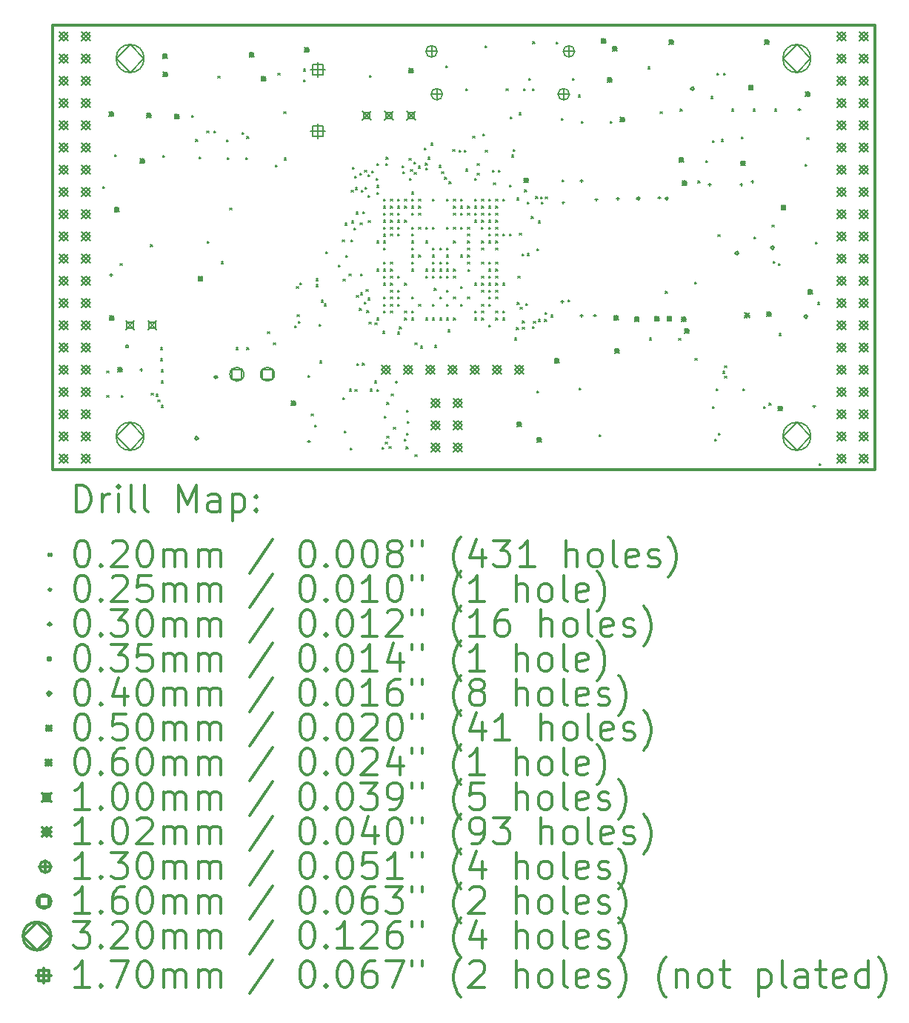
<source format=gbr>
%FSLAX45Y45*%
G04 Gerber Fmt 4.5, Leading zero omitted, Abs format (unit mm)*
G04 Created by KiCad (PCBNEW 5.0.0+dfsg1-1) date Sat Aug 11 08:53:48 2018*
%MOMM*%
%LPD*%
G01*
G04 APERTURE LIST*
%ADD10C,0.300000*%
%ADD11C,0.200000*%
G04 APERTURE END LIST*
D10*
X9410000Y-6142000D02*
X9410000Y-11222000D01*
X18808000Y-6142000D02*
X9410000Y-6142000D01*
X18808000Y-11222000D02*
X18808000Y-6142000D01*
X9410000Y-11222000D02*
X18808000Y-11222000D01*
D11*
X9990550Y-7986200D02*
X10010550Y-8006200D01*
X10010550Y-7986200D02*
X9990550Y-8006200D01*
X10035000Y-10094400D02*
X10055000Y-10114400D01*
X10055000Y-10094400D02*
X10035000Y-10114400D01*
X10035000Y-10373800D02*
X10055000Y-10393800D01*
X10055000Y-10373800D02*
X10035000Y-10393800D01*
X10125400Y-7619700D02*
X10145400Y-7639700D01*
X10145400Y-7619700D02*
X10125400Y-7639700D01*
X10187400Y-8868850D02*
X10207400Y-8888850D01*
X10207400Y-8868850D02*
X10187400Y-8888850D01*
X10200100Y-10373800D02*
X10220100Y-10393800D01*
X10220100Y-10373800D02*
X10200100Y-10393800D01*
X10535450Y-8649900D02*
X10555450Y-8669900D01*
X10555450Y-8649900D02*
X10535450Y-8669900D01*
X10543000Y-10348400D02*
X10563000Y-10368400D01*
X10563000Y-10348400D02*
X10543000Y-10368400D01*
X10595970Y-10361643D02*
X10615970Y-10381643D01*
X10615970Y-10361643D02*
X10595970Y-10381643D01*
X10619200Y-10424600D02*
X10639200Y-10444600D01*
X10639200Y-10424600D02*
X10619200Y-10444600D01*
X10650950Y-9827700D02*
X10670950Y-9847700D01*
X10670950Y-9827700D02*
X10650950Y-9847700D01*
X10650950Y-9954700D02*
X10670950Y-9974700D01*
X10670950Y-9954700D02*
X10650950Y-9974700D01*
X10657300Y-10081700D02*
X10677300Y-10101700D01*
X10677300Y-10081700D02*
X10657300Y-10101700D01*
X10657300Y-10208701D02*
X10677300Y-10228701D01*
X10677300Y-10208701D02*
X10657300Y-10228701D01*
X10657300Y-10488100D02*
X10677300Y-10508100D01*
X10677300Y-10488100D02*
X10657300Y-10508100D01*
X10671500Y-7632400D02*
X10691500Y-7652400D01*
X10691500Y-7632400D02*
X10671500Y-7652400D01*
X11001700Y-7175200D02*
X11021700Y-7195200D01*
X11021700Y-7175200D02*
X11001700Y-7195200D01*
X11049908Y-7448938D02*
X11069908Y-7468938D01*
X11069908Y-7448938D02*
X11049908Y-7468938D01*
X11090600Y-7645100D02*
X11110600Y-7665100D01*
X11110600Y-7645100D02*
X11090600Y-7665100D01*
X11178000Y-7350000D02*
X11198000Y-7370000D01*
X11198000Y-7350000D02*
X11178000Y-7370000D01*
X11179522Y-8615379D02*
X11199522Y-8635379D01*
X11199522Y-8615379D02*
X11179522Y-8635379D01*
X11258000Y-7350000D02*
X11278000Y-7370000D01*
X11278000Y-7350000D02*
X11258000Y-7370000D01*
X11305725Y-6724363D02*
X11325725Y-6744363D01*
X11325725Y-6724363D02*
X11305725Y-6744363D01*
X11344600Y-8845973D02*
X11364600Y-8865973D01*
X11364600Y-8845973D02*
X11344600Y-8865973D01*
X11400408Y-7451220D02*
X11420408Y-7471220D01*
X11420408Y-7451220D02*
X11400408Y-7471220D01*
X11408100Y-7657800D02*
X11428100Y-7677800D01*
X11428100Y-7657800D02*
X11408100Y-7677800D01*
X11441393Y-8230943D02*
X11461393Y-8250943D01*
X11461393Y-8230943D02*
X11441393Y-8250943D01*
X11514550Y-9827700D02*
X11534550Y-9847700D01*
X11534550Y-9827700D02*
X11514550Y-9847700D01*
X11578000Y-7370000D02*
X11598000Y-7390000D01*
X11598000Y-7370000D02*
X11578000Y-7390000D01*
X11624000Y-7657800D02*
X11644000Y-7677800D01*
X11644000Y-7657800D02*
X11624000Y-7677800D01*
X11633852Y-9827700D02*
X11653852Y-9847700D01*
X11653852Y-9827700D02*
X11633852Y-9847700D01*
X11635200Y-7414700D02*
X11655200Y-7434700D01*
X11655200Y-7414700D02*
X11635200Y-7434700D01*
X11870412Y-9644112D02*
X11890412Y-9664112D01*
X11890412Y-9644112D02*
X11870412Y-9664112D01*
X11940000Y-9772000D02*
X11960000Y-9792000D01*
X11960000Y-9772000D02*
X11940000Y-9792000D01*
X11959215Y-7739412D02*
X11979215Y-7759412D01*
X11979215Y-7739412D02*
X11959215Y-7759412D01*
X11990800Y-6690800D02*
X12010800Y-6710800D01*
X12010800Y-6690800D02*
X11990800Y-6710800D01*
X12056498Y-7133651D02*
X12076498Y-7153651D01*
X12076498Y-7133651D02*
X12056498Y-7153651D01*
X12063993Y-7659408D02*
X12083993Y-7679408D01*
X12083993Y-7659408D02*
X12063993Y-7679408D01*
X12182800Y-9575500D02*
X12202800Y-9595500D01*
X12202800Y-9575500D02*
X12182800Y-9595500D01*
X12201657Y-9128657D02*
X12221657Y-9148657D01*
X12221657Y-9128657D02*
X12201657Y-9148657D01*
X12210364Y-9448538D02*
X12230364Y-9468538D01*
X12230364Y-9448538D02*
X12210364Y-9468538D01*
X12220900Y-9524700D02*
X12240900Y-9544700D01*
X12240900Y-9524700D02*
X12220900Y-9544700D01*
X12242096Y-9088217D02*
X12262096Y-9108217D01*
X12262096Y-9088217D02*
X12242096Y-9108217D01*
X12282618Y-6643232D02*
X12302618Y-6663232D01*
X12302618Y-6643232D02*
X12282618Y-6663232D01*
X12284400Y-6768800D02*
X12304400Y-6788800D01*
X12304400Y-6768800D02*
X12284400Y-6788800D01*
X12332545Y-10146435D02*
X12352545Y-10166435D01*
X12352545Y-10146435D02*
X12332545Y-10166435D01*
X12370241Y-10586650D02*
X12390241Y-10606650D01*
X12390241Y-10586650D02*
X12370241Y-10606650D01*
X12410242Y-10710764D02*
X12430242Y-10730764D01*
X12430242Y-10710764D02*
X12410242Y-10730764D01*
X12423701Y-9107100D02*
X12443701Y-9127100D01*
X12443701Y-9107100D02*
X12423701Y-9127100D01*
X12423702Y-9038791D02*
X12443702Y-9058791D01*
X12443702Y-9038791D02*
X12423702Y-9058791D01*
X12460700Y-9561000D02*
X12480700Y-9581000D01*
X12480700Y-9561000D02*
X12460700Y-9581000D01*
X12467050Y-9980100D02*
X12487050Y-10000100D01*
X12487050Y-9980100D02*
X12467050Y-10000100D01*
X12486399Y-9285661D02*
X12506399Y-9305661D01*
X12506399Y-9285661D02*
X12486399Y-9305661D01*
X12519149Y-9329350D02*
X12539149Y-9349350D01*
X12539149Y-9329350D02*
X12519149Y-9349350D01*
X12538837Y-8731087D02*
X12558837Y-8751087D01*
X12558837Y-8731087D02*
X12538837Y-8751087D01*
X12682329Y-8882979D02*
X12702329Y-8902979D01*
X12702329Y-8882979D02*
X12682329Y-8902979D01*
X12727400Y-8595800D02*
X12747400Y-8615800D01*
X12747400Y-8595800D02*
X12727400Y-8615800D01*
X12731909Y-10397773D02*
X12751909Y-10417773D01*
X12751909Y-10397773D02*
X12731909Y-10417773D01*
X12733834Y-9045740D02*
X12753834Y-9065740D01*
X12753834Y-9045740D02*
X12733834Y-9065740D01*
X12748660Y-10777504D02*
X12768660Y-10797504D01*
X12768660Y-10777504D02*
X12748660Y-10797504D01*
X12759150Y-8405300D02*
X12779150Y-8425300D01*
X12779150Y-8405300D02*
X12759150Y-8425300D01*
X12764768Y-8776012D02*
X12784768Y-8796012D01*
X12784768Y-8776012D02*
X12764768Y-8796012D01*
X12803218Y-8983018D02*
X12823218Y-9003018D01*
X12823218Y-8983018D02*
X12803218Y-9003018D01*
X12808750Y-10300900D02*
X12828750Y-10320900D01*
X12828750Y-10300900D02*
X12808750Y-10320900D01*
X12815100Y-10974000D02*
X12835100Y-10994000D01*
X12835100Y-10974000D02*
X12815100Y-10994000D01*
X12824072Y-8596207D02*
X12844072Y-8616207D01*
X12844072Y-8596207D02*
X12824072Y-8616207D01*
X12829000Y-8030650D02*
X12849000Y-8050650D01*
X12849000Y-8030650D02*
X12829000Y-8050650D01*
X12835350Y-8379900D02*
X12855350Y-8399900D01*
X12855350Y-8379900D02*
X12835350Y-8399900D01*
X12841700Y-7765451D02*
X12861700Y-7785451D01*
X12861700Y-7765451D02*
X12841700Y-7785451D01*
X12860114Y-8462438D02*
X12880114Y-8482438D01*
X12880114Y-8462438D02*
X12860114Y-8482438D01*
X12867100Y-7865550D02*
X12887100Y-7885550D01*
X12887100Y-7865550D02*
X12867100Y-7885550D01*
X12870682Y-10308590D02*
X12890682Y-10328590D01*
X12890682Y-10308590D02*
X12870682Y-10328590D01*
X12873450Y-7998900D02*
X12893450Y-8018900D01*
X12893450Y-7998900D02*
X12873450Y-8018900D01*
X12886150Y-8278300D02*
X12906150Y-8298300D01*
X12906150Y-8278300D02*
X12886150Y-8298300D01*
X12886283Y-9229083D02*
X12906283Y-9249083D01*
X12906283Y-9229083D02*
X12886283Y-9249083D01*
X12890520Y-10007480D02*
X12910520Y-10027480D01*
X12910520Y-10007480D02*
X12890520Y-10027480D01*
X12921835Y-9377845D02*
X12941835Y-9397845D01*
X12941835Y-9377845D02*
X12921835Y-9397845D01*
X12924250Y-7833800D02*
X12944250Y-7853800D01*
X12944250Y-7833800D02*
X12924250Y-7853800D01*
X12930501Y-8400852D02*
X12950501Y-8420852D01*
X12950501Y-8400852D02*
X12930501Y-8420852D01*
X12934924Y-8983794D02*
X12954924Y-9003794D01*
X12954924Y-8983794D02*
X12934924Y-9003794D01*
X12935750Y-9202350D02*
X12955750Y-9222350D01*
X12955750Y-9202350D02*
X12935750Y-9222350D01*
X12940751Y-8030650D02*
X12960751Y-8050650D01*
X12960751Y-8030650D02*
X12940751Y-8050650D01*
X12956000Y-10005500D02*
X12976000Y-10025500D01*
X12976000Y-10005500D02*
X12956000Y-10025500D01*
X12962350Y-8273851D02*
X12982350Y-8293851D01*
X12982350Y-8273851D02*
X12962350Y-8293851D01*
X12976189Y-9308896D02*
X12996189Y-9328896D01*
X12996189Y-9308896D02*
X12976189Y-9328896D01*
X12981400Y-7802050D02*
X13001400Y-7822050D01*
X13001400Y-7802050D02*
X12981400Y-7822050D01*
X12984711Y-7994431D02*
X13004711Y-8014431D01*
X13004711Y-7994431D02*
X12984711Y-8014431D01*
X12999250Y-9164250D02*
X13019250Y-9184250D01*
X13019250Y-9164250D02*
X12999250Y-9184250D01*
X13007618Y-9405227D02*
X13027618Y-9425227D01*
X13027618Y-9405227D02*
X13007618Y-9425227D01*
X13018300Y-9259500D02*
X13038300Y-9279500D01*
X13038300Y-9259500D02*
X13018300Y-9279500D01*
X13018305Y-7852464D02*
X13038305Y-7872464D01*
X13038305Y-7852464D02*
X13018305Y-7872464D01*
X13019500Y-8087800D02*
X13039500Y-8107800D01*
X13039500Y-8087800D02*
X13019500Y-8107800D01*
X13023410Y-8375410D02*
X13043410Y-8395410D01*
X13043410Y-8375410D02*
X13023410Y-8395410D01*
X13030548Y-9536431D02*
X13050548Y-9556431D01*
X13050548Y-9536431D02*
X13030548Y-9556431D01*
X13033700Y-6718000D02*
X13053700Y-6738000D01*
X13053700Y-6718000D02*
X13033700Y-6738000D01*
X13043700Y-10300900D02*
X13063700Y-10320900D01*
X13063700Y-10300900D02*
X13043700Y-10320900D01*
X13063950Y-7808400D02*
X13083950Y-7828400D01*
X13083950Y-7808400D02*
X13063950Y-7828400D01*
X13093907Y-10208700D02*
X13113907Y-10228700D01*
X13113907Y-10208700D02*
X13093907Y-10228700D01*
X13098471Y-9546418D02*
X13118471Y-9566418D01*
X13118471Y-9546418D02*
X13098471Y-9566418D01*
X13114818Y-7892343D02*
X13134818Y-7912343D01*
X13134818Y-7892343D02*
X13114818Y-7912343D01*
X13118000Y-8052363D02*
X13138000Y-8072363D01*
X13138000Y-8052363D02*
X13118000Y-8072363D01*
X13118000Y-8610000D02*
X13138000Y-8630000D01*
X13138000Y-8610000D02*
X13118000Y-8630000D01*
X13118000Y-8930000D02*
X13138000Y-8950000D01*
X13138000Y-8930000D02*
X13118000Y-8950000D01*
X13118000Y-9490000D02*
X13138000Y-9510000D01*
X13138000Y-9490000D02*
X13118000Y-9510000D01*
X13118565Y-7722735D02*
X13138565Y-7742735D01*
X13138565Y-7722735D02*
X13118565Y-7742735D01*
X13119785Y-7972345D02*
X13139785Y-7992345D01*
X13139785Y-7972345D02*
X13119785Y-7992345D01*
X13119900Y-10307250D02*
X13139900Y-10327250D01*
X13139900Y-10307250D02*
X13119900Y-10327250D01*
X13178250Y-10964350D02*
X13198250Y-10984350D01*
X13198250Y-10964350D02*
X13178250Y-10984350D01*
X13189750Y-9640500D02*
X13209750Y-9660500D01*
X13209750Y-9640500D02*
X13189750Y-9660500D01*
X13197734Y-9090201D02*
X13217734Y-9110201D01*
X13217734Y-9090201D02*
X13197734Y-9110201D01*
X13198000Y-8130000D02*
X13218000Y-8150000D01*
X13218000Y-8130000D02*
X13198000Y-8150000D01*
X13198000Y-8210000D02*
X13218000Y-8230000D01*
X13218000Y-8210000D02*
X13198000Y-8230000D01*
X13198000Y-8290000D02*
X13218000Y-8310000D01*
X13218000Y-8290000D02*
X13198000Y-8310000D01*
X13198000Y-8370000D02*
X13218000Y-8390000D01*
X13218000Y-8370000D02*
X13198000Y-8390000D01*
X13198000Y-8450000D02*
X13218000Y-8470000D01*
X13218000Y-8450000D02*
X13198000Y-8470000D01*
X13198000Y-8531500D02*
X13218000Y-8551500D01*
X13218000Y-8531500D02*
X13198000Y-8551500D01*
X13198000Y-8610000D02*
X13218000Y-8630000D01*
X13218000Y-8610000D02*
X13198000Y-8630000D01*
X13198000Y-8690000D02*
X13218000Y-8710000D01*
X13218000Y-8690000D02*
X13198000Y-8710000D01*
X13198000Y-8850000D02*
X13218000Y-8870000D01*
X13218000Y-8850000D02*
X13198000Y-8870000D01*
X13198000Y-8930000D02*
X13218000Y-8950000D01*
X13218000Y-8930000D02*
X13198000Y-8950000D01*
X13198000Y-9010000D02*
X13218000Y-9030000D01*
X13218000Y-9010000D02*
X13198000Y-9030000D01*
X13198000Y-9250000D02*
X13218000Y-9270000D01*
X13218000Y-9250000D02*
X13198000Y-9270000D01*
X13198000Y-9330000D02*
X13218000Y-9350000D01*
X13218000Y-9330000D02*
X13198000Y-9350000D01*
X13198000Y-9410000D02*
X13218000Y-9430000D01*
X13218000Y-9410000D02*
X13198000Y-9430000D01*
X13206286Y-10608587D02*
X13226286Y-10628587D01*
X13226286Y-10608587D02*
X13206286Y-10628587D01*
X13217511Y-10908296D02*
X13237511Y-10928296D01*
X13237511Y-10908296D02*
X13217511Y-10928296D01*
X13220903Y-7724256D02*
X13240903Y-7744256D01*
X13240903Y-7724256D02*
X13220903Y-7744256D01*
X13227850Y-7652950D02*
X13247850Y-7672950D01*
X13247850Y-7652950D02*
X13227850Y-7672950D01*
X13234200Y-10453300D02*
X13254200Y-10473300D01*
X13254200Y-10453300D02*
X13234200Y-10473300D01*
X13234200Y-10840650D02*
X13254200Y-10860650D01*
X13254200Y-10840650D02*
X13234200Y-10860650D01*
X13260800Y-10958000D02*
X13280800Y-10978000D01*
X13280800Y-10958000D02*
X13260800Y-10978000D01*
X13278000Y-8130000D02*
X13298000Y-8150000D01*
X13298000Y-8130000D02*
X13278000Y-8150000D01*
X13278000Y-8210000D02*
X13298000Y-8230000D01*
X13298000Y-8210000D02*
X13278000Y-8230000D01*
X13278000Y-8290000D02*
X13298000Y-8310000D01*
X13298000Y-8290000D02*
X13278000Y-8310000D01*
X13278000Y-8370000D02*
X13298000Y-8390000D01*
X13298000Y-8370000D02*
X13278000Y-8390000D01*
X13278000Y-8450000D02*
X13298000Y-8470000D01*
X13298000Y-8450000D02*
X13278000Y-8470000D01*
X13278000Y-8530000D02*
X13298000Y-8550000D01*
X13298000Y-8530000D02*
X13278000Y-8550000D01*
X13278000Y-8850000D02*
X13298000Y-8870000D01*
X13298000Y-8850000D02*
X13278000Y-8870000D01*
X13278000Y-8930000D02*
X13298000Y-8950000D01*
X13298000Y-8930000D02*
X13278000Y-8950000D01*
X13278000Y-9010000D02*
X13298000Y-9030000D01*
X13298000Y-9010000D02*
X13278000Y-9030000D01*
X13278000Y-9090000D02*
X13298000Y-9110000D01*
X13298000Y-9090000D02*
X13278000Y-9110000D01*
X13278000Y-9170000D02*
X13298000Y-9190000D01*
X13298000Y-9170000D02*
X13278000Y-9190000D01*
X13278000Y-9250000D02*
X13298000Y-9270000D01*
X13298000Y-9250000D02*
X13278000Y-9270000D01*
X13278000Y-9330000D02*
X13298000Y-9350000D01*
X13298000Y-9330000D02*
X13278000Y-9350000D01*
X13278000Y-9410000D02*
X13298000Y-9430000D01*
X13298000Y-9410000D02*
X13278000Y-9430000D01*
X13285000Y-10358050D02*
X13305000Y-10378050D01*
X13305000Y-10358050D02*
X13285000Y-10378050D01*
X13311600Y-10736500D02*
X13331600Y-10756500D01*
X13331600Y-10736500D02*
X13311600Y-10756500D01*
X13358000Y-8130000D02*
X13378000Y-8150000D01*
X13378000Y-8130000D02*
X13358000Y-8150000D01*
X13358000Y-8210000D02*
X13378000Y-8230000D01*
X13378000Y-8210000D02*
X13358000Y-8230000D01*
X13358000Y-8290000D02*
X13378000Y-8310000D01*
X13378000Y-8290000D02*
X13358000Y-8310000D01*
X13358000Y-8370000D02*
X13378000Y-8390000D01*
X13378000Y-8370000D02*
X13358000Y-8390000D01*
X13358000Y-8450000D02*
X13378000Y-8470000D01*
X13378000Y-8450000D02*
X13358000Y-8470000D01*
X13358000Y-8530000D02*
X13378000Y-8550000D01*
X13378000Y-8530000D02*
X13358000Y-8550000D01*
X13358000Y-9010000D02*
X13378000Y-9030000D01*
X13378000Y-9010000D02*
X13358000Y-9030000D01*
X13358000Y-9170000D02*
X13378000Y-9190000D01*
X13378000Y-9170000D02*
X13358000Y-9190000D01*
X13358000Y-9250000D02*
X13378000Y-9270000D01*
X13378000Y-9250000D02*
X13358000Y-9270000D01*
X13358000Y-9330000D02*
X13378000Y-9350000D01*
X13378000Y-9330000D02*
X13358000Y-9350000D01*
X13358000Y-9650000D02*
X13378000Y-9670000D01*
X13378000Y-9650000D02*
X13358000Y-9670000D01*
X13378000Y-9590000D02*
X13398000Y-9610000D01*
X13398000Y-9590000D02*
X13378000Y-9610000D01*
X13411163Y-7748395D02*
X13431163Y-7768395D01*
X13431163Y-7748395D02*
X13411163Y-7768395D01*
X13415020Y-7815418D02*
X13435020Y-7835418D01*
X13435020Y-7815418D02*
X13415020Y-7835418D01*
X13436400Y-10874197D02*
X13456400Y-10894197D01*
X13456400Y-10874197D02*
X13436400Y-10894197D01*
X13438000Y-8130000D02*
X13458000Y-8150000D01*
X13458000Y-8130000D02*
X13438000Y-8150000D01*
X13438000Y-8210000D02*
X13458000Y-8230000D01*
X13458000Y-8210000D02*
X13438000Y-8230000D01*
X13438000Y-8370000D02*
X13458000Y-8390000D01*
X13458000Y-8370000D02*
X13438000Y-8390000D01*
X13438000Y-9090000D02*
X13458000Y-9110000D01*
X13458000Y-9090000D02*
X13438000Y-9110000D01*
X13438000Y-9410000D02*
X13458000Y-9430000D01*
X13458000Y-9410000D02*
X13438000Y-9430000D01*
X13438000Y-9490000D02*
X13458000Y-9510000D01*
X13458000Y-9490000D02*
X13438000Y-9510000D01*
X13453687Y-10961995D02*
X13473687Y-10981995D01*
X13473687Y-10961995D02*
X13453687Y-10981995D01*
X13457587Y-10803159D02*
X13477587Y-10823159D01*
X13477587Y-10803159D02*
X13457587Y-10823159D01*
X13460735Y-10540845D02*
X13480735Y-10560845D01*
X13480735Y-10540845D02*
X13460735Y-10560845D01*
X13465065Y-10671051D02*
X13485065Y-10691051D01*
X13485065Y-10671051D02*
X13465065Y-10691051D01*
X13489399Y-7662350D02*
X13509399Y-7682350D01*
X13509399Y-7662350D02*
X13489399Y-7682350D01*
X13492132Y-7892495D02*
X13512132Y-7912495D01*
X13512132Y-7892495D02*
X13492132Y-7912495D01*
X13507250Y-7792650D02*
X13527250Y-7812650D01*
X13527250Y-7792650D02*
X13507250Y-7812650D01*
X13518000Y-8050000D02*
X13538000Y-8070000D01*
X13538000Y-8050000D02*
X13518000Y-8070000D01*
X13518000Y-8130000D02*
X13538000Y-8150000D01*
X13538000Y-8130000D02*
X13518000Y-8150000D01*
X13518000Y-8210000D02*
X13538000Y-8230000D01*
X13538000Y-8210000D02*
X13518000Y-8230000D01*
X13518000Y-8290000D02*
X13538000Y-8310000D01*
X13538000Y-8290000D02*
X13518000Y-8310000D01*
X13518000Y-8450000D02*
X13538000Y-8470000D01*
X13538000Y-8450000D02*
X13518000Y-8470000D01*
X13518000Y-8530000D02*
X13538000Y-8550000D01*
X13538000Y-8530000D02*
X13518000Y-8550000D01*
X13518000Y-8610000D02*
X13538000Y-8630000D01*
X13538000Y-8610000D02*
X13518000Y-8630000D01*
X13518000Y-8690000D02*
X13538000Y-8710000D01*
X13538000Y-8690000D02*
X13518000Y-8710000D01*
X13518000Y-8770000D02*
X13538000Y-8790000D01*
X13538000Y-8770000D02*
X13518000Y-8790000D01*
X13518000Y-8850000D02*
X13538000Y-8870000D01*
X13538000Y-8850000D02*
X13518000Y-8870000D01*
X13518000Y-8930000D02*
X13538000Y-8950000D01*
X13538000Y-8930000D02*
X13518000Y-8950000D01*
X13518000Y-9250000D02*
X13538000Y-9270000D01*
X13538000Y-9250000D02*
X13518000Y-9270000D01*
X13518000Y-9410000D02*
X13538000Y-9430000D01*
X13538000Y-9410000D02*
X13518000Y-9430000D01*
X13518000Y-9490000D02*
X13538000Y-9510000D01*
X13538000Y-9490000D02*
X13518000Y-9510000D01*
X13546550Y-7706800D02*
X13566550Y-7726800D01*
X13566550Y-7706800D02*
X13546550Y-7726800D01*
X13549150Y-7827659D02*
X13569150Y-7847659D01*
X13569150Y-7827659D02*
X13549150Y-7847659D01*
X13555656Y-11051071D02*
X13575656Y-11071071D01*
X13575656Y-11051071D02*
X13555656Y-11071071D01*
X13558000Y-9770000D02*
X13578000Y-9790000D01*
X13578000Y-9770000D02*
X13558000Y-9790000D01*
X13594882Y-7754550D02*
X13614882Y-7774550D01*
X13614882Y-7754550D02*
X13594882Y-7774550D01*
X13598000Y-8130000D02*
X13618000Y-8150000D01*
X13618000Y-8130000D02*
X13598000Y-8150000D01*
X13598000Y-8210000D02*
X13618000Y-8230000D01*
X13618000Y-8210000D02*
X13598000Y-8230000D01*
X13598000Y-8290000D02*
X13618000Y-8310000D01*
X13618000Y-8290000D02*
X13598000Y-8310000D01*
X13598000Y-8450000D02*
X13618000Y-8470000D01*
X13618000Y-8450000D02*
X13598000Y-8470000D01*
X13598000Y-8770000D02*
X13618000Y-8790000D01*
X13618000Y-8770000D02*
X13598000Y-8790000D01*
X13598000Y-9330000D02*
X13618000Y-9350000D01*
X13618000Y-9330000D02*
X13598000Y-9350000D01*
X13618000Y-9810000D02*
X13638000Y-9830000D01*
X13638000Y-9810000D02*
X13618000Y-9830000D01*
X13664259Y-7547941D02*
X13684259Y-7567941D01*
X13684259Y-7547941D02*
X13664259Y-7567941D01*
X13676320Y-7718760D02*
X13696320Y-7738760D01*
X13696320Y-7718760D02*
X13676320Y-7738760D01*
X13678000Y-8450000D02*
X13698000Y-8470000D01*
X13698000Y-8450000D02*
X13678000Y-8470000D01*
X13678000Y-8610000D02*
X13698000Y-8630000D01*
X13698000Y-8610000D02*
X13678000Y-8630000D01*
X13678000Y-8930000D02*
X13698000Y-8950000D01*
X13698000Y-8930000D02*
X13678000Y-8950000D01*
X13678000Y-9010000D02*
X13698000Y-9030000D01*
X13698000Y-9010000D02*
X13678000Y-9030000D01*
X13678000Y-9490000D02*
X13698000Y-9510000D01*
X13698000Y-9490000D02*
X13678000Y-9510000D01*
X13679461Y-7776107D02*
X13699461Y-7796107D01*
X13699461Y-7776107D02*
X13679461Y-7796107D01*
X13707437Y-7652487D02*
X13727437Y-7672487D01*
X13727437Y-7652487D02*
X13707437Y-7672487D01*
X13738000Y-7490000D02*
X13758000Y-7510000D01*
X13758000Y-7490000D02*
X13738000Y-7510000D01*
X13758000Y-8130000D02*
X13778000Y-8150000D01*
X13778000Y-8130000D02*
X13758000Y-8150000D01*
X13758000Y-8450000D02*
X13778000Y-8470000D01*
X13778000Y-8450000D02*
X13758000Y-8470000D01*
X13758000Y-8690000D02*
X13778000Y-8710000D01*
X13778000Y-8690000D02*
X13758000Y-8710000D01*
X13758000Y-8770000D02*
X13778000Y-8790000D01*
X13778000Y-8770000D02*
X13758000Y-8790000D01*
X13758000Y-8850000D02*
X13778000Y-8870000D01*
X13778000Y-8850000D02*
X13758000Y-8870000D01*
X13758000Y-8930000D02*
X13778000Y-8950000D01*
X13778000Y-8930000D02*
X13758000Y-8950000D01*
X13758000Y-9010000D02*
X13778000Y-9030000D01*
X13778000Y-9010000D02*
X13758000Y-9030000D01*
X13758000Y-9330000D02*
X13778000Y-9350000D01*
X13778000Y-9330000D02*
X13758000Y-9350000D01*
X13758000Y-9490000D02*
X13778000Y-9510000D01*
X13778000Y-9490000D02*
X13758000Y-9510000D01*
X13778000Y-9150000D02*
X13798000Y-9170000D01*
X13798000Y-9150000D02*
X13778000Y-9170000D01*
X13781499Y-9802300D02*
X13801499Y-9822300D01*
X13801499Y-9802300D02*
X13781499Y-9822300D01*
X13830592Y-7745154D02*
X13850592Y-7765154D01*
X13850592Y-7745154D02*
X13830592Y-7765154D01*
X13838000Y-8690000D02*
X13858000Y-8710000D01*
X13858000Y-8690000D02*
X13838000Y-8710000D01*
X13838000Y-8850000D02*
X13858000Y-8870000D01*
X13858000Y-8850000D02*
X13838000Y-8870000D01*
X13838000Y-8930000D02*
X13858000Y-8950000D01*
X13858000Y-8930000D02*
X13838000Y-8950000D01*
X13838000Y-9010000D02*
X13858000Y-9030000D01*
X13858000Y-9010000D02*
X13838000Y-9030000D01*
X13838000Y-9250000D02*
X13858000Y-9270000D01*
X13858000Y-9250000D02*
X13838000Y-9270000D01*
X13838000Y-9490000D02*
X13858000Y-9510000D01*
X13858000Y-9490000D02*
X13838000Y-9510000D01*
X13862850Y-7818050D02*
X13882850Y-7838050D01*
X13882850Y-7818050D02*
X13862850Y-7838050D01*
X13894600Y-7881550D02*
X13914600Y-7901550D01*
X13914600Y-7881550D02*
X13894600Y-7901550D01*
X13910000Y-6603700D02*
X13930000Y-6623700D01*
X13930000Y-6603700D02*
X13910000Y-6623700D01*
X13918000Y-8130000D02*
X13938000Y-8150000D01*
X13938000Y-8130000D02*
X13918000Y-8150000D01*
X13918000Y-8450000D02*
X13938000Y-8470000D01*
X13938000Y-8450000D02*
X13918000Y-8470000D01*
X13918000Y-8690000D02*
X13938000Y-8710000D01*
X13938000Y-8690000D02*
X13918000Y-8710000D01*
X13918000Y-8770000D02*
X13938000Y-8790000D01*
X13938000Y-8770000D02*
X13918000Y-8790000D01*
X13918000Y-8850000D02*
X13938000Y-8870000D01*
X13938000Y-8850000D02*
X13918000Y-8870000D01*
X13918000Y-8930000D02*
X13938000Y-8950000D01*
X13938000Y-8930000D02*
X13918000Y-8950000D01*
X13918000Y-9010000D02*
X13938000Y-9030000D01*
X13938000Y-9010000D02*
X13918000Y-9030000D01*
X13918000Y-9170000D02*
X13938000Y-9190000D01*
X13938000Y-9170000D02*
X13918000Y-9190000D01*
X13918000Y-9330000D02*
X13938000Y-9350000D01*
X13938000Y-9330000D02*
X13918000Y-9350000D01*
X13918000Y-9490000D02*
X13938000Y-9510000D01*
X13938000Y-9490000D02*
X13918000Y-9510000D01*
X13933900Y-9624500D02*
X13953900Y-9644500D01*
X13953900Y-9624500D02*
X13933900Y-9644500D01*
X13945400Y-7932350D02*
X13965400Y-7952350D01*
X13965400Y-7932350D02*
X13945400Y-7952350D01*
X13989352Y-7565171D02*
X14009352Y-7585171D01*
X14009352Y-7565171D02*
X13989352Y-7585171D01*
X13996000Y-8292000D02*
X14016000Y-8312000D01*
X14016000Y-8292000D02*
X13996000Y-8312000D01*
X13998000Y-8130000D02*
X14018000Y-8150000D01*
X14018000Y-8130000D02*
X13998000Y-8150000D01*
X13998000Y-8210000D02*
X14018000Y-8230000D01*
X14018000Y-8210000D02*
X13998000Y-8230000D01*
X13998000Y-8450000D02*
X14018000Y-8470000D01*
X14018000Y-8450000D02*
X13998000Y-8470000D01*
X13998000Y-8610000D02*
X14018000Y-8630000D01*
X14018000Y-8610000D02*
X13998000Y-8630000D01*
X13998000Y-8930000D02*
X14018000Y-8950000D01*
X14018000Y-8930000D02*
X13998000Y-8950000D01*
X13998000Y-9010000D02*
X14018000Y-9030000D01*
X14018000Y-9010000D02*
X13998000Y-9030000D01*
X13998000Y-9250000D02*
X14018000Y-9270000D01*
X14018000Y-9250000D02*
X13998000Y-9270000D01*
X13998000Y-9490000D02*
X14018000Y-9510000D01*
X14018000Y-9490000D02*
X13998000Y-9510000D01*
X14058000Y-7570000D02*
X14078000Y-7590000D01*
X14078000Y-7570000D02*
X14058000Y-7590000D01*
X14078000Y-8130000D02*
X14098000Y-8150000D01*
X14098000Y-8130000D02*
X14078000Y-8150000D01*
X14078000Y-8210000D02*
X14098000Y-8230000D01*
X14098000Y-8210000D02*
X14078000Y-8230000D01*
X14078000Y-8290000D02*
X14098000Y-8310000D01*
X14098000Y-8290000D02*
X14078000Y-8310000D01*
X14078000Y-8450000D02*
X14098000Y-8470000D01*
X14098000Y-8450000D02*
X14078000Y-8470000D01*
X14078000Y-8770000D02*
X14098000Y-8790000D01*
X14098000Y-8770000D02*
X14078000Y-8790000D01*
X14078000Y-9130000D02*
X14098000Y-9150000D01*
X14098000Y-9130000D02*
X14078000Y-9150000D01*
X14078000Y-9330000D02*
X14098000Y-9350000D01*
X14098000Y-9330000D02*
X14078000Y-9350000D01*
X14118000Y-7570000D02*
X14138000Y-7590000D01*
X14138000Y-7570000D02*
X14118000Y-7590000D01*
X14135900Y-7786300D02*
X14155900Y-7806300D01*
X14155900Y-7786300D02*
X14135900Y-7806300D01*
X14138000Y-6870000D02*
X14158000Y-6890000D01*
X14158000Y-6870000D02*
X14138000Y-6890000D01*
X14158000Y-8210000D02*
X14178000Y-8230000D01*
X14178000Y-8210000D02*
X14158000Y-8230000D01*
X14158000Y-8290000D02*
X14178000Y-8310000D01*
X14178000Y-8290000D02*
X14158000Y-8310000D01*
X14158000Y-8450000D02*
X14178000Y-8470000D01*
X14178000Y-8450000D02*
X14158000Y-8470000D01*
X14158000Y-8530000D02*
X14178000Y-8550000D01*
X14178000Y-8530000D02*
X14158000Y-8550000D01*
X14158000Y-8610000D02*
X14178000Y-8630000D01*
X14178000Y-8610000D02*
X14158000Y-8630000D01*
X14158000Y-8690000D02*
X14178000Y-8710000D01*
X14178000Y-8690000D02*
X14158000Y-8710000D01*
X14158000Y-8770000D02*
X14178000Y-8790000D01*
X14178000Y-8770000D02*
X14158000Y-8790000D01*
X14158000Y-8850000D02*
X14178000Y-8870000D01*
X14178000Y-8850000D02*
X14158000Y-8870000D01*
X14158000Y-9250000D02*
X14178000Y-9270000D01*
X14178000Y-9250000D02*
X14158000Y-9270000D01*
X14160000Y-8932000D02*
X14180000Y-8952000D01*
X14180000Y-8932000D02*
X14160000Y-8952000D01*
X14218000Y-7410000D02*
X14238000Y-7430000D01*
X14238000Y-7410000D02*
X14218000Y-7430000D01*
X14236000Y-8292000D02*
X14256000Y-8312000D01*
X14256000Y-8292000D02*
X14236000Y-8312000D01*
X14236377Y-7893109D02*
X14256377Y-7913109D01*
X14256377Y-7893109D02*
X14236377Y-7913109D01*
X14238000Y-8130000D02*
X14258000Y-8150000D01*
X14258000Y-8130000D02*
X14238000Y-8150000D01*
X14238000Y-8210000D02*
X14258000Y-8230000D01*
X14258000Y-8210000D02*
X14238000Y-8230000D01*
X14238000Y-8370000D02*
X14258000Y-8390000D01*
X14258000Y-8370000D02*
X14238000Y-8390000D01*
X14238000Y-9090000D02*
X14258000Y-9110000D01*
X14258000Y-9090000D02*
X14238000Y-9110000D01*
X14238000Y-9410000D02*
X14258000Y-9430000D01*
X14258000Y-9410000D02*
X14238000Y-9430000D01*
X14238000Y-9490000D02*
X14258000Y-9510000D01*
X14258000Y-9490000D02*
X14238000Y-9510000D01*
X14267329Y-7833800D02*
X14287329Y-7853800D01*
X14287329Y-7833800D02*
X14267329Y-7853800D01*
X14268583Y-7723660D02*
X14288583Y-7743660D01*
X14288583Y-7723660D02*
X14268583Y-7743660D01*
X14316000Y-8452000D02*
X14336000Y-8472000D01*
X14336000Y-8452000D02*
X14316000Y-8472000D01*
X14318000Y-8130000D02*
X14338000Y-8150000D01*
X14338000Y-8130000D02*
X14318000Y-8150000D01*
X14318000Y-8210000D02*
X14338000Y-8230000D01*
X14338000Y-8210000D02*
X14318000Y-8230000D01*
X14318000Y-8290000D02*
X14338000Y-8310000D01*
X14338000Y-8290000D02*
X14318000Y-8310000D01*
X14318000Y-8370000D02*
X14338000Y-8390000D01*
X14338000Y-8370000D02*
X14318000Y-8390000D01*
X14318000Y-8610000D02*
X14338000Y-8630000D01*
X14338000Y-8610000D02*
X14318000Y-8630000D01*
X14318000Y-8690000D02*
X14338000Y-8710000D01*
X14338000Y-8690000D02*
X14318000Y-8710000D01*
X14318000Y-8850000D02*
X14338000Y-8870000D01*
X14338000Y-8850000D02*
X14318000Y-8870000D01*
X14318000Y-9010000D02*
X14338000Y-9030000D01*
X14338000Y-9010000D02*
X14318000Y-9030000D01*
X14318000Y-9090000D02*
X14338000Y-9110000D01*
X14338000Y-9090000D02*
X14318000Y-9110000D01*
X14318000Y-9170000D02*
X14338000Y-9190000D01*
X14338000Y-9170000D02*
X14318000Y-9190000D01*
X14318000Y-9330000D02*
X14338000Y-9350000D01*
X14338000Y-9330000D02*
X14318000Y-9350000D01*
X14318000Y-9410000D02*
X14338000Y-9430000D01*
X14338000Y-9410000D02*
X14318000Y-9430000D01*
X14318000Y-9490000D02*
X14338000Y-9510000D01*
X14338000Y-9490000D02*
X14318000Y-9510000D01*
X14331863Y-7387513D02*
X14351863Y-7407513D01*
X14351863Y-7387513D02*
X14331863Y-7407513D01*
X14355067Y-6376252D02*
X14375067Y-6396252D01*
X14375067Y-6376252D02*
X14355067Y-6396252D01*
X14360888Y-7571730D02*
X14380888Y-7591730D01*
X14380888Y-7571730D02*
X14360888Y-7591730D01*
X14398000Y-9570000D02*
X14418000Y-9590000D01*
X14418000Y-9570000D02*
X14398000Y-9590000D01*
X14398000Y-8130000D02*
X14418000Y-8150000D01*
X14418000Y-8130000D02*
X14398000Y-8150000D01*
X14398000Y-8210000D02*
X14418000Y-8230000D01*
X14418000Y-8210000D02*
X14398000Y-8230000D01*
X14398000Y-8290000D02*
X14418000Y-8310000D01*
X14418000Y-8290000D02*
X14398000Y-8310000D01*
X14398000Y-8370000D02*
X14418000Y-8390000D01*
X14418000Y-8370000D02*
X14398000Y-8390000D01*
X14398000Y-8450000D02*
X14418000Y-8470000D01*
X14418000Y-8450000D02*
X14398000Y-8470000D01*
X14398000Y-8530000D02*
X14418000Y-8550000D01*
X14418000Y-8530000D02*
X14398000Y-8550000D01*
X14398000Y-8610000D02*
X14418000Y-8630000D01*
X14418000Y-8610000D02*
X14398000Y-8630000D01*
X14398000Y-8850000D02*
X14418000Y-8870000D01*
X14418000Y-8850000D02*
X14398000Y-8870000D01*
X14398000Y-8930000D02*
X14418000Y-8950000D01*
X14418000Y-8930000D02*
X14398000Y-8950000D01*
X14398000Y-9010000D02*
X14418000Y-9030000D01*
X14418000Y-9010000D02*
X14398000Y-9030000D01*
X14398000Y-9090000D02*
X14418000Y-9110000D01*
X14418000Y-9090000D02*
X14398000Y-9110000D01*
X14398000Y-9170000D02*
X14418000Y-9190000D01*
X14418000Y-9170000D02*
X14398000Y-9190000D01*
X14398000Y-9250000D02*
X14418000Y-9270000D01*
X14418000Y-9250000D02*
X14398000Y-9270000D01*
X14398000Y-9330000D02*
X14418000Y-9350000D01*
X14418000Y-9330000D02*
X14398000Y-9350000D01*
X14441900Y-7802050D02*
X14461900Y-7822050D01*
X14461900Y-7802050D02*
X14441900Y-7822050D01*
X14453400Y-7942279D02*
X14473400Y-7962279D01*
X14473400Y-7942279D02*
X14453400Y-7962279D01*
X14478000Y-8130000D02*
X14498000Y-8150000D01*
X14498000Y-8130000D02*
X14478000Y-8150000D01*
X14478000Y-8210000D02*
X14498000Y-8230000D01*
X14498000Y-8210000D02*
X14478000Y-8230000D01*
X14478000Y-8290000D02*
X14498000Y-8310000D01*
X14498000Y-8290000D02*
X14478000Y-8310000D01*
X14478000Y-8370000D02*
X14498000Y-8390000D01*
X14498000Y-8370000D02*
X14478000Y-8390000D01*
X14478000Y-8450000D02*
X14498000Y-8470000D01*
X14498000Y-8450000D02*
X14478000Y-8470000D01*
X14478000Y-8530000D02*
X14498000Y-8550000D01*
X14498000Y-8530000D02*
X14478000Y-8550000D01*
X14478000Y-8610000D02*
X14498000Y-8630000D01*
X14498000Y-8610000D02*
X14478000Y-8630000D01*
X14478000Y-8690000D02*
X14498000Y-8710000D01*
X14498000Y-8690000D02*
X14478000Y-8710000D01*
X14478000Y-8850000D02*
X14498000Y-8870000D01*
X14498000Y-8850000D02*
X14478000Y-8870000D01*
X14478000Y-8930000D02*
X14498000Y-8950000D01*
X14498000Y-8930000D02*
X14478000Y-8950000D01*
X14478000Y-9010000D02*
X14498000Y-9030000D01*
X14498000Y-9010000D02*
X14478000Y-9030000D01*
X14478000Y-9090000D02*
X14498000Y-9110000D01*
X14498000Y-9090000D02*
X14478000Y-9110000D01*
X14478000Y-9170000D02*
X14498000Y-9190000D01*
X14498000Y-9170000D02*
X14478000Y-9190000D01*
X14478000Y-9250000D02*
X14498000Y-9270000D01*
X14498000Y-9250000D02*
X14478000Y-9270000D01*
X14478000Y-9410000D02*
X14498000Y-9430000D01*
X14498000Y-9410000D02*
X14478000Y-9430000D01*
X14478000Y-9490000D02*
X14498000Y-9510000D01*
X14498000Y-9490000D02*
X14478000Y-9510000D01*
X14511750Y-7802050D02*
X14531750Y-7822050D01*
X14531750Y-7802050D02*
X14511750Y-7822050D01*
X14558000Y-8130000D02*
X14578000Y-8150000D01*
X14578000Y-8130000D02*
X14558000Y-8150000D01*
X14558000Y-8530000D02*
X14578000Y-8550000D01*
X14578000Y-8530000D02*
X14558000Y-8550000D01*
X14558000Y-9090000D02*
X14578000Y-9110000D01*
X14578000Y-9090000D02*
X14558000Y-9110000D01*
X14558000Y-9410000D02*
X14578000Y-9430000D01*
X14578000Y-9410000D02*
X14558000Y-9430000D01*
X14558000Y-9490000D02*
X14578000Y-9510000D01*
X14578000Y-9490000D02*
X14558000Y-9510000D01*
X14598000Y-6870000D02*
X14618000Y-6890000D01*
X14618000Y-6870000D02*
X14598000Y-6890000D01*
X14638000Y-8530000D02*
X14658000Y-8550000D01*
X14658000Y-8530000D02*
X14638000Y-8550000D01*
X14638141Y-7971938D02*
X14658141Y-7991938D01*
X14658141Y-7971938D02*
X14638141Y-7991938D01*
X14646600Y-7187799D02*
X14666600Y-7207799D01*
X14666600Y-7187799D02*
X14646600Y-7207799D01*
X14660029Y-7625502D02*
X14680029Y-7645502D01*
X14680029Y-7625502D02*
X14660029Y-7645502D01*
X14676850Y-7560750D02*
X14696850Y-7580750D01*
X14696850Y-7560750D02*
X14676850Y-7580750D01*
X14694701Y-9716700D02*
X14714701Y-9736700D01*
X14714701Y-9716700D02*
X14694701Y-9736700D01*
X14718001Y-9600483D02*
X14738001Y-9620483D01*
X14738001Y-9600483D02*
X14718001Y-9620483D01*
X14720100Y-8116500D02*
X14740100Y-8136500D01*
X14740100Y-8116500D02*
X14720100Y-8136500D01*
X14724389Y-9311713D02*
X14744389Y-9331713D01*
X14744389Y-9311713D02*
X14724389Y-9331713D01*
X14733095Y-9013302D02*
X14753095Y-9033302D01*
X14753095Y-9013302D02*
X14733095Y-9033302D01*
X14748200Y-7143450D02*
X14768200Y-7163450D01*
X14768200Y-7143450D02*
X14748200Y-7163450D01*
X14751215Y-8517186D02*
X14771215Y-8537186D01*
X14771215Y-8517186D02*
X14751215Y-8537186D01*
X14760000Y-9366849D02*
X14780000Y-9386849D01*
X14780000Y-9366849D02*
X14760000Y-9386849D01*
X14781079Y-8758342D02*
X14801079Y-8778342D01*
X14801079Y-8758342D02*
X14781079Y-8778342D01*
X14782886Y-9523902D02*
X14802886Y-9543902D01*
X14802886Y-9523902D02*
X14782886Y-9543902D01*
X14784560Y-9593721D02*
X14804560Y-9613721D01*
X14804560Y-9593721D02*
X14784560Y-9613721D01*
X14795949Y-6870000D02*
X14815949Y-6890000D01*
X14815949Y-6870000D02*
X14795949Y-6890000D01*
X14810200Y-8024300D02*
X14830200Y-8044300D01*
X14830200Y-8024300D02*
X14810200Y-8044300D01*
X14824901Y-9322231D02*
X14844901Y-9342231D01*
X14844901Y-9322231D02*
X14824901Y-9342231D01*
X14838354Y-8752346D02*
X14858354Y-8772346D01*
X14858354Y-8752346D02*
X14838354Y-8772346D01*
X14841950Y-8164000D02*
X14861950Y-8184000D01*
X14861950Y-8164000D02*
X14841950Y-8184000D01*
X14858001Y-6750000D02*
X14878001Y-6770000D01*
X14878001Y-6750000D02*
X14858001Y-6770000D01*
X14886400Y-8329101D02*
X14906400Y-8349101D01*
X14906400Y-8329101D02*
X14886400Y-8349101D01*
X14898000Y-6870000D02*
X14918000Y-6890000D01*
X14918000Y-6870000D02*
X14898000Y-6890000D01*
X14899100Y-9586400D02*
X14919100Y-9606400D01*
X14919100Y-9586400D02*
X14899100Y-9606400D01*
X14903412Y-6332405D02*
X14923412Y-6352405D01*
X14923412Y-6332405D02*
X14903412Y-6352405D01*
X14910600Y-9526200D02*
X14930600Y-9546200D01*
X14930600Y-9526200D02*
X14910600Y-9546200D01*
X14937199Y-8100500D02*
X14957199Y-8120500D01*
X14957199Y-8100500D02*
X14937199Y-8120500D01*
X14947550Y-8699301D02*
X14967550Y-8719301D01*
X14967550Y-8699301D02*
X14947550Y-8719301D01*
X14947728Y-10322085D02*
X14967728Y-10342085D01*
X14967728Y-10322085D02*
X14947728Y-10342085D01*
X14966401Y-8381402D02*
X14986401Y-8401402D01*
X14986401Y-8381402D02*
X14966401Y-8401402D01*
X14967749Y-9507150D02*
X14987749Y-9527150D01*
X14987749Y-9507150D02*
X14967749Y-9527150D01*
X14991381Y-8107272D02*
X15011381Y-8127272D01*
X15011381Y-8107272D02*
X14991381Y-8127272D01*
X15000700Y-8164000D02*
X15020700Y-8184000D01*
X15020700Y-8164000D02*
X15000700Y-8184000D01*
X15037600Y-9507150D02*
X15057600Y-9527150D01*
X15057600Y-9507150D02*
X15037600Y-9527150D01*
X15043950Y-9424600D02*
X15063950Y-9444600D01*
X15063950Y-9424600D02*
X15043950Y-9444600D01*
X15045980Y-8106843D02*
X15065980Y-8126843D01*
X15065980Y-8106843D02*
X15045980Y-8126843D01*
X15109016Y-9455085D02*
X15129016Y-9475085D01*
X15129016Y-9455085D02*
X15109016Y-9475085D01*
X15167300Y-6337000D02*
X15187300Y-6357000D01*
X15187300Y-6337000D02*
X15167300Y-6357000D01*
X15230800Y-7206950D02*
X15250800Y-7226950D01*
X15250800Y-7206950D02*
X15230800Y-7226950D01*
X15239707Y-7909347D02*
X15259707Y-7929347D01*
X15259707Y-7909347D02*
X15239707Y-7929347D01*
X15305500Y-9281600D02*
X15325500Y-9301600D01*
X15325500Y-9281600D02*
X15305500Y-9301600D01*
X15358000Y-6750000D02*
X15378000Y-6770000D01*
X15378000Y-6750000D02*
X15358000Y-6770000D01*
X15421300Y-6940250D02*
X15441300Y-6960250D01*
X15441300Y-6940250D02*
X15421300Y-6960250D01*
X15432558Y-10288777D02*
X15452558Y-10308777D01*
X15452558Y-10288777D02*
X15432558Y-10308777D01*
X15459400Y-7238700D02*
X15479400Y-7258700D01*
X15479400Y-7238700D02*
X15459400Y-7258700D01*
X15662600Y-10820100D02*
X15682600Y-10840100D01*
X15682600Y-10820100D02*
X15662600Y-10840100D01*
X15789600Y-7238700D02*
X15809600Y-7258700D01*
X15809600Y-7238700D02*
X15789600Y-7258700D01*
X16217147Y-6618496D02*
X16237147Y-6638496D01*
X16237147Y-6618496D02*
X16217147Y-6638496D01*
X16234100Y-9717000D02*
X16254100Y-9737000D01*
X16254100Y-9717000D02*
X16234100Y-9737000D01*
X16359090Y-7131693D02*
X16379090Y-7151693D01*
X16379090Y-7131693D02*
X16359090Y-7151693D01*
X16418510Y-9184590D02*
X16438510Y-9204590D01*
X16438510Y-9184590D02*
X16418510Y-9204590D01*
X16570337Y-9724488D02*
X16590337Y-9744488D01*
X16590337Y-9724488D02*
X16570337Y-9744488D01*
X16588200Y-7102746D02*
X16608200Y-7122746D01*
X16608200Y-7102746D02*
X16588200Y-7122746D01*
X16754800Y-9080200D02*
X16774800Y-9100200D01*
X16774800Y-9080200D02*
X16754800Y-9100200D01*
X16758000Y-9950000D02*
X16778000Y-9970000D01*
X16778000Y-9950000D02*
X16758000Y-9970000D01*
X16791400Y-7922700D02*
X16811400Y-7942700D01*
X16811400Y-7922700D02*
X16791400Y-7942700D01*
X16880300Y-7687203D02*
X16900300Y-7707203D01*
X16900300Y-7687203D02*
X16880300Y-7707203D01*
X16941704Y-6958649D02*
X16961704Y-6978649D01*
X16961704Y-6958649D02*
X16941704Y-6978649D01*
X16955300Y-7460651D02*
X16975300Y-7480651D01*
X16975300Y-7460651D02*
X16955300Y-7480651D01*
X16958000Y-10502600D02*
X16978000Y-10522600D01*
X16978000Y-10502600D02*
X16958000Y-10522600D01*
X16983400Y-10870900D02*
X17003400Y-10890900D01*
X17003400Y-10870900D02*
X16983400Y-10890900D01*
X16996100Y-10299400D02*
X17016100Y-10319400D01*
X17016100Y-10299400D02*
X16996100Y-10319400D01*
X17008800Y-6692600D02*
X17028800Y-6712600D01*
X17028800Y-6692600D02*
X17008800Y-6712600D01*
X17020954Y-8534153D02*
X17040954Y-8554153D01*
X17040954Y-8534153D02*
X17020954Y-8554153D01*
X17021500Y-10807400D02*
X17041500Y-10827400D01*
X17041500Y-10807400D02*
X17021500Y-10827400D01*
X17058000Y-7450000D02*
X17078000Y-7470000D01*
X17078000Y-7450000D02*
X17058000Y-7470000D01*
X17075950Y-10097700D02*
X17095950Y-10117700D01*
X17095950Y-10097700D02*
X17075950Y-10117700D01*
X17085000Y-6692600D02*
X17105000Y-6712600D01*
X17105000Y-6692600D02*
X17085000Y-6712600D01*
X17095000Y-10034200D02*
X17115000Y-10054200D01*
X17115000Y-10034200D02*
X17095000Y-10054200D01*
X17095000Y-10152849D02*
X17115000Y-10172849D01*
X17115000Y-10152849D02*
X17095000Y-10172849D01*
X17173900Y-7102746D02*
X17193900Y-7122746D01*
X17193900Y-7102746D02*
X17173900Y-7122746D01*
X17288200Y-7416500D02*
X17308200Y-7436500D01*
X17308200Y-7416500D02*
X17288200Y-7436500D01*
X17300900Y-10299400D02*
X17320900Y-10319400D01*
X17320900Y-10299400D02*
X17300900Y-10319400D01*
X17421312Y-7102746D02*
X17441312Y-7122746D01*
X17441312Y-7102746D02*
X17421312Y-7122746D01*
X17427900Y-8564300D02*
X17447900Y-8584300D01*
X17447900Y-8564300D02*
X17427900Y-8584300D01*
X17540700Y-10500800D02*
X17560700Y-10520800D01*
X17560700Y-10500800D02*
X17540700Y-10520800D01*
X17604200Y-10462700D02*
X17624200Y-10482700D01*
X17624200Y-10462700D02*
X17604200Y-10482700D01*
X17638029Y-8424371D02*
X17658029Y-8444371D01*
X17658029Y-8424371D02*
X17638029Y-8444371D01*
X17650543Y-8840716D02*
X17670543Y-8860716D01*
X17670543Y-8840716D02*
X17650543Y-8860716D01*
X17669708Y-7102746D02*
X17689708Y-7122746D01*
X17689708Y-7102746D02*
X17669708Y-7122746D01*
X17708899Y-8866403D02*
X17728899Y-8886403D01*
X17728899Y-8866403D02*
X17708899Y-8886403D01*
X17718798Y-9667866D02*
X17738798Y-9687866D01*
X17738798Y-9667866D02*
X17718798Y-9687866D01*
X18015551Y-7730221D02*
X18035551Y-7750221D01*
X18035551Y-7730221D02*
X18015551Y-7750221D01*
X18036000Y-7427400D02*
X18056000Y-7447400D01*
X18056000Y-7427400D02*
X18036000Y-7447400D01*
X18131250Y-8621200D02*
X18151250Y-8641200D01*
X18151250Y-8621200D02*
X18131250Y-8641200D01*
X18158000Y-9310000D02*
X18178000Y-9330000D01*
X18178000Y-9310000D02*
X18158000Y-9330000D01*
X18177200Y-11150300D02*
X18197200Y-11170300D01*
X18197200Y-11150300D02*
X18177200Y-11170300D01*
X13357629Y-10223262D02*
G75*
G03X13357629Y-10223262I-12700J0D01*
G01*
X10083100Y-8978150D02*
X10083100Y-9008150D01*
X10068100Y-8993150D02*
X10098100Y-8993150D01*
X10426000Y-10064000D02*
X10426000Y-10094000D01*
X10411000Y-10079000D02*
X10441000Y-10079000D01*
X12343700Y-10882200D02*
X12343700Y-10912200D01*
X12328700Y-10897200D02*
X12358700Y-10897200D01*
X15240800Y-9284750D02*
X15240800Y-9314750D01*
X15225800Y-9299750D02*
X15255800Y-9299750D01*
X15251012Y-8154523D02*
X15251012Y-8184523D01*
X15236012Y-8169523D02*
X15266012Y-8169523D01*
X15456700Y-7902852D02*
X15456700Y-7932852D01*
X15441700Y-7917852D02*
X15471700Y-7917852D01*
X15459390Y-9445795D02*
X15459390Y-9475795D01*
X15444390Y-9460795D02*
X15474390Y-9460795D01*
X15609100Y-9443500D02*
X15609100Y-9473500D01*
X15594100Y-9458500D02*
X15624100Y-9458500D01*
X15626277Y-8119937D02*
X15626277Y-8149937D01*
X15611277Y-8134937D02*
X15641277Y-8134937D01*
X15875800Y-8110000D02*
X15875800Y-8140000D01*
X15860800Y-8125000D02*
X15890800Y-8125000D01*
X16345700Y-8097300D02*
X16345700Y-8127300D01*
X16330700Y-8112300D02*
X16360700Y-8112300D01*
X16922050Y-7949450D02*
X16922050Y-7979450D01*
X16907050Y-7964450D02*
X16937050Y-7964450D01*
X17284000Y-7949450D02*
X17284000Y-7979450D01*
X17269000Y-7964450D02*
X17299000Y-7964450D01*
X17411000Y-7911350D02*
X17411000Y-7941350D01*
X17396000Y-7926350D02*
X17426000Y-7926350D01*
X17945900Y-7088696D02*
X17945900Y-7118696D01*
X17930900Y-7103696D02*
X17960900Y-7103696D01*
X18115592Y-10483071D02*
X18115592Y-10513071D01*
X18100592Y-10498071D02*
X18130592Y-10498071D01*
X10274775Y-9826475D02*
X10274775Y-9801726D01*
X10250026Y-9801726D01*
X10250026Y-9826475D01*
X10274775Y-9826475D01*
X11059391Y-10883646D02*
X11079391Y-10863646D01*
X11059391Y-10843646D01*
X11039391Y-10863646D01*
X11059391Y-10883646D01*
X11279458Y-10184408D02*
X11299458Y-10164408D01*
X11279458Y-10144408D01*
X11259458Y-10164408D01*
X11279458Y-10184408D01*
X16109250Y-8143200D02*
X16129250Y-8123200D01*
X16109250Y-8103200D01*
X16089250Y-8123200D01*
X16109250Y-8143200D01*
X16433100Y-8143200D02*
X16453100Y-8123200D01*
X16433100Y-8103200D01*
X16413100Y-8123200D01*
X16433100Y-8143200D01*
X16726700Y-6887700D02*
X16746700Y-6867700D01*
X16726700Y-6847700D01*
X16706700Y-6867700D01*
X16726700Y-6887700D01*
X17234700Y-8767300D02*
X17254700Y-8747300D01*
X17234700Y-8727300D01*
X17214700Y-8747300D01*
X17234700Y-8767300D01*
X17641100Y-8703800D02*
X17661100Y-8683800D01*
X17641100Y-8663800D01*
X17621100Y-8683800D01*
X17641100Y-8703800D01*
X18022100Y-9491200D02*
X18042100Y-9471200D01*
X18022100Y-9451200D01*
X18002100Y-9471200D01*
X18022100Y-9491200D01*
X10060589Y-7132486D02*
X10110589Y-7182486D01*
X10110589Y-7132486D02*
X10060589Y-7182486D01*
X10110589Y-7157486D02*
G75*
G03X10110589Y-7157486I-25000J0D01*
G01*
X10064450Y-9463450D02*
X10114450Y-9513450D01*
X10114450Y-9463450D02*
X10064450Y-9513450D01*
X10114450Y-9488450D02*
G75*
G03X10114450Y-9488450I-25000J0D01*
G01*
X10121600Y-8225200D02*
X10171600Y-8275200D01*
X10171600Y-8225200D02*
X10121600Y-8275200D01*
X10171600Y-8250200D02*
G75*
G03X10171600Y-8250200I-25000J0D01*
G01*
X10159700Y-10054000D02*
X10209700Y-10104000D01*
X10209700Y-10054000D02*
X10159700Y-10104000D01*
X10209700Y-10079000D02*
G75*
G03X10209700Y-10079000I-25000J0D01*
G01*
X10415200Y-7668200D02*
X10465200Y-7718200D01*
X10465200Y-7668200D02*
X10415200Y-7718200D01*
X10465200Y-7693200D02*
G75*
G03X10465200Y-7693200I-25000J0D01*
G01*
X10489900Y-7147701D02*
X10539900Y-7197701D01*
X10539900Y-7147701D02*
X10489900Y-7197701D01*
X10539900Y-7172701D02*
G75*
G03X10539900Y-7172701I-25000J0D01*
G01*
X10672481Y-6470397D02*
X10722481Y-6520397D01*
X10722481Y-6470397D02*
X10672481Y-6520397D01*
X10722481Y-6495397D02*
G75*
G03X10722481Y-6495397I-25000J0D01*
G01*
X10677149Y-6679363D02*
X10727149Y-6729363D01*
X10727149Y-6679363D02*
X10677149Y-6729363D01*
X10727149Y-6704363D02*
G75*
G03X10727149Y-6704363I-25000J0D01*
G01*
X10808900Y-7160200D02*
X10858900Y-7210200D01*
X10858900Y-7160200D02*
X10808900Y-7210200D01*
X10858900Y-7185200D02*
G75*
G03X10858900Y-7185200I-25000J0D01*
G01*
X11077510Y-9016310D02*
X11127510Y-9066310D01*
X11127510Y-9016310D02*
X11077510Y-9066310D01*
X11127510Y-9041310D02*
G75*
G03X11127510Y-9041310I-25000J0D01*
G01*
X11663050Y-6455294D02*
X11713050Y-6505294D01*
X11713050Y-6455294D02*
X11663050Y-6505294D01*
X11713050Y-6480294D02*
G75*
G03X11713050Y-6480294I-25000J0D01*
G01*
X11799500Y-6728400D02*
X11849500Y-6778400D01*
X11849500Y-6728400D02*
X11799500Y-6778400D01*
X11849500Y-6753400D02*
G75*
G03X11849500Y-6753400I-25000J0D01*
G01*
X12142400Y-10436800D02*
X12192400Y-10486800D01*
X12192400Y-10436800D02*
X12142400Y-10486800D01*
X12192400Y-10461800D02*
G75*
G03X12192400Y-10461800I-25000J0D01*
G01*
X12294800Y-6398200D02*
X12344800Y-6448200D01*
X12344800Y-6398200D02*
X12294800Y-6448200D01*
X12344800Y-6423200D02*
G75*
G03X12344800Y-6423200I-25000J0D01*
G01*
X13485559Y-6636662D02*
X13535559Y-6686662D01*
X13535559Y-6636662D02*
X13485559Y-6686662D01*
X13535559Y-6661662D02*
G75*
G03X13535559Y-6661662I-25000J0D01*
G01*
X14720500Y-10678100D02*
X14770500Y-10728100D01*
X14770500Y-10678100D02*
X14720500Y-10728100D01*
X14770500Y-10703100D02*
G75*
G03X14770500Y-10703100I-25000J0D01*
G01*
X14801839Y-7890602D02*
X14851839Y-7940602D01*
X14851839Y-7890602D02*
X14801839Y-7940602D01*
X14851839Y-7915602D02*
G75*
G03X14851839Y-7915602I-25000J0D01*
G01*
X14949100Y-10855900D02*
X14999100Y-10905900D01*
X14999100Y-10855900D02*
X14949100Y-10905900D01*
X14999100Y-10880900D02*
G75*
G03X14999100Y-10880900I-25000J0D01*
G01*
X15150800Y-9952400D02*
X15200800Y-10002400D01*
X15200800Y-9952400D02*
X15150800Y-10002400D01*
X15200800Y-9977400D02*
G75*
G03X15200800Y-9977400I-25000J0D01*
G01*
X15685700Y-6296600D02*
X15735700Y-6346600D01*
X15735700Y-6296600D02*
X15685700Y-6346600D01*
X15735700Y-6321600D02*
G75*
G03X15735700Y-6321600I-25000J0D01*
G01*
X15755757Y-6741927D02*
X15805757Y-6791927D01*
X15805757Y-6741927D02*
X15755757Y-6791927D01*
X15805757Y-6766927D02*
G75*
G03X15805757Y-6766927I-25000J0D01*
G01*
X15812700Y-6385500D02*
X15862700Y-6435500D01*
X15862700Y-6385500D02*
X15812700Y-6435500D01*
X15862700Y-6410500D02*
G75*
G03X15862700Y-6410500I-25000J0D01*
G01*
X15828999Y-9461877D02*
X15878999Y-9511877D01*
X15878999Y-9461877D02*
X15828999Y-9511877D01*
X15878999Y-9486877D02*
G75*
G03X15878999Y-9486877I-25000J0D01*
G01*
X15839500Y-9838500D02*
X15889500Y-9888500D01*
X15889500Y-9838500D02*
X15839500Y-9888500D01*
X15889500Y-9863500D02*
G75*
G03X15889500Y-9863500I-25000J0D01*
G01*
X15901600Y-7195593D02*
X15951600Y-7245593D01*
X15951600Y-7195593D02*
X15901600Y-7245593D01*
X15951600Y-7220593D02*
G75*
G03X15951600Y-7220593I-25000J0D01*
G01*
X16065001Y-9477000D02*
X16115001Y-9527000D01*
X16115001Y-9477000D02*
X16065001Y-9527000D01*
X16115001Y-9502000D02*
G75*
G03X16115001Y-9502000I-25000J0D01*
G01*
X16295300Y-9471600D02*
X16345300Y-9521600D01*
X16345300Y-9471600D02*
X16295300Y-9521600D01*
X16345300Y-9496600D02*
G75*
G03X16345300Y-9496600I-25000J0D01*
G01*
X16437573Y-9473247D02*
X16487573Y-9523247D01*
X16487573Y-9473247D02*
X16437573Y-9523247D01*
X16487573Y-9498247D02*
G75*
G03X16487573Y-9498247I-25000J0D01*
G01*
X16460400Y-6309300D02*
X16510400Y-6359300D01*
X16510400Y-6309300D02*
X16460400Y-6359300D01*
X16510400Y-6334300D02*
G75*
G03X16510400Y-6334300I-25000J0D01*
G01*
X16573200Y-7655104D02*
X16623200Y-7705104D01*
X16623200Y-7655104D02*
X16573200Y-7705104D01*
X16623200Y-7680104D02*
G75*
G03X16623200Y-7680104I-25000J0D01*
G01*
X16603469Y-9477515D02*
X16653469Y-9527515D01*
X16653469Y-9477515D02*
X16603469Y-9527515D01*
X16653469Y-9502515D02*
G75*
G03X16653469Y-9502515I-25000J0D01*
G01*
X16611301Y-7922352D02*
X16661301Y-7972352D01*
X16661301Y-7922352D02*
X16611301Y-7972352D01*
X16661301Y-7947352D02*
G75*
G03X16661301Y-7947352I-25000J0D01*
G01*
X16638200Y-9611300D02*
X16688200Y-9661300D01*
X16688200Y-9611300D02*
X16638200Y-9661300D01*
X16688200Y-9636300D02*
G75*
G03X16688200Y-9636300I-25000J0D01*
G01*
X17278050Y-7696248D02*
X17328050Y-7746248D01*
X17328050Y-7696248D02*
X17278050Y-7746248D01*
X17328050Y-7721248D02*
G75*
G03X17328050Y-7721248I-25000J0D01*
G01*
X17368450Y-6830000D02*
X17418450Y-6880000D01*
X17418450Y-6830000D02*
X17368450Y-6880000D01*
X17418450Y-6855000D02*
G75*
G03X17418450Y-6855000I-25000J0D01*
G01*
X17552600Y-6309300D02*
X17602600Y-6359300D01*
X17602600Y-6309300D02*
X17552600Y-6359300D01*
X17602600Y-6334300D02*
G75*
G03X17602600Y-6334300I-25000J0D01*
G01*
X17576500Y-9419000D02*
X17626500Y-9469000D01*
X17626500Y-9419000D02*
X17576500Y-9469000D01*
X17626500Y-9444000D02*
G75*
G03X17626500Y-9444000I-25000J0D01*
G01*
X17703500Y-10498500D02*
X17753500Y-10548500D01*
X17753500Y-10498500D02*
X17703500Y-10548500D01*
X17753500Y-10523500D02*
G75*
G03X17753500Y-10523500I-25000J0D01*
G01*
X17740844Y-8203135D02*
X17790844Y-8253135D01*
X17790844Y-8203135D02*
X17740844Y-8253135D01*
X17790844Y-8228135D02*
G75*
G03X17790844Y-8228135I-25000J0D01*
G01*
X18019471Y-6904244D02*
X18069471Y-6954244D01*
X18069471Y-6904244D02*
X18019471Y-6954244D01*
X18069471Y-6929244D02*
G75*
G03X18069471Y-6929244I-25000J0D01*
G01*
X18046400Y-9165000D02*
X18096400Y-9215000D01*
X18096400Y-9165000D02*
X18046400Y-9215000D01*
X18096400Y-9190000D02*
G75*
G03X18096400Y-9190000I-25000J0D01*
G01*
X17319000Y-9428500D02*
X17379000Y-9488500D01*
X17379000Y-9428500D02*
X17319000Y-9488500D01*
X17349000Y-9428500D02*
X17349000Y-9488500D01*
X17319000Y-9458500D02*
X17379000Y-9458500D01*
X10249000Y-9521000D02*
X10349000Y-9621000D01*
X10349000Y-9521000D02*
X10249000Y-9621000D01*
X10334356Y-9606356D02*
X10334356Y-9535644D01*
X10263644Y-9535644D01*
X10263644Y-9606356D01*
X10334356Y-9606356D01*
X10503000Y-9521000D02*
X10603000Y-9621000D01*
X10603000Y-9521000D02*
X10503000Y-9621000D01*
X10588356Y-9606356D02*
X10588356Y-9535644D01*
X10517644Y-9535644D01*
X10517644Y-9606356D01*
X10588356Y-9606356D01*
X12955600Y-7122500D02*
X13055600Y-7222500D01*
X13055600Y-7122500D02*
X12955600Y-7222500D01*
X13040956Y-7207856D02*
X13040956Y-7137144D01*
X12970244Y-7137144D01*
X12970244Y-7207856D01*
X13040956Y-7207856D01*
X13209600Y-7122500D02*
X13309600Y-7222500D01*
X13309600Y-7122500D02*
X13209600Y-7222500D01*
X13294956Y-7207856D02*
X13294956Y-7137144D01*
X13224244Y-7137144D01*
X13224244Y-7207856D01*
X13294956Y-7207856D01*
X13463600Y-7122500D02*
X13563600Y-7222500D01*
X13563600Y-7122500D02*
X13463600Y-7222500D01*
X13548956Y-7207856D02*
X13548956Y-7137144D01*
X13478244Y-7137144D01*
X13478244Y-7207856D01*
X13548956Y-7207856D01*
X9486200Y-6218200D02*
X9587800Y-6319800D01*
X9587800Y-6218200D02*
X9486200Y-6319800D01*
X9537000Y-6319800D02*
X9587800Y-6269000D01*
X9537000Y-6218200D01*
X9486200Y-6269000D01*
X9537000Y-6319800D01*
X9486200Y-6472200D02*
X9587800Y-6573800D01*
X9587800Y-6472200D02*
X9486200Y-6573800D01*
X9537000Y-6573800D02*
X9587800Y-6523000D01*
X9537000Y-6472200D01*
X9486200Y-6523000D01*
X9537000Y-6573800D01*
X9486200Y-6726200D02*
X9587800Y-6827800D01*
X9587800Y-6726200D02*
X9486200Y-6827800D01*
X9537000Y-6827800D02*
X9587800Y-6777000D01*
X9537000Y-6726200D01*
X9486200Y-6777000D01*
X9537000Y-6827800D01*
X9486200Y-6980200D02*
X9587800Y-7081800D01*
X9587800Y-6980200D02*
X9486200Y-7081800D01*
X9537000Y-7081800D02*
X9587800Y-7031000D01*
X9537000Y-6980200D01*
X9486200Y-7031000D01*
X9537000Y-7081800D01*
X9486200Y-7234200D02*
X9587800Y-7335800D01*
X9587800Y-7234200D02*
X9486200Y-7335800D01*
X9537000Y-7335800D02*
X9587800Y-7285000D01*
X9537000Y-7234200D01*
X9486200Y-7285000D01*
X9537000Y-7335800D01*
X9486200Y-7488200D02*
X9587800Y-7589800D01*
X9587800Y-7488200D02*
X9486200Y-7589800D01*
X9537000Y-7589800D02*
X9587800Y-7539000D01*
X9537000Y-7488200D01*
X9486200Y-7539000D01*
X9537000Y-7589800D01*
X9486200Y-7742200D02*
X9587800Y-7843800D01*
X9587800Y-7742200D02*
X9486200Y-7843800D01*
X9537000Y-7843800D02*
X9587800Y-7793000D01*
X9537000Y-7742200D01*
X9486200Y-7793000D01*
X9537000Y-7843800D01*
X9486200Y-7996200D02*
X9587800Y-8097800D01*
X9587800Y-7996200D02*
X9486200Y-8097800D01*
X9537000Y-8097800D02*
X9587800Y-8047000D01*
X9537000Y-7996200D01*
X9486200Y-8047000D01*
X9537000Y-8097800D01*
X9486200Y-8250200D02*
X9587800Y-8351800D01*
X9587800Y-8250200D02*
X9486200Y-8351800D01*
X9537000Y-8351800D02*
X9587800Y-8301000D01*
X9537000Y-8250200D01*
X9486200Y-8301000D01*
X9537000Y-8351800D01*
X9486200Y-8504200D02*
X9587800Y-8605800D01*
X9587800Y-8504200D02*
X9486200Y-8605800D01*
X9537000Y-8605800D02*
X9587800Y-8555000D01*
X9537000Y-8504200D01*
X9486200Y-8555000D01*
X9537000Y-8605800D01*
X9486200Y-8758200D02*
X9587800Y-8859800D01*
X9587800Y-8758200D02*
X9486200Y-8859800D01*
X9537000Y-8859800D02*
X9587800Y-8809000D01*
X9537000Y-8758200D01*
X9486200Y-8809000D01*
X9537000Y-8859800D01*
X9486200Y-9012200D02*
X9587800Y-9113800D01*
X9587800Y-9012200D02*
X9486200Y-9113800D01*
X9537000Y-9113800D02*
X9587800Y-9063000D01*
X9537000Y-9012200D01*
X9486200Y-9063000D01*
X9537000Y-9113800D01*
X9486200Y-9266200D02*
X9587800Y-9367800D01*
X9587800Y-9266200D02*
X9486200Y-9367800D01*
X9537000Y-9367800D02*
X9587800Y-9317000D01*
X9537000Y-9266200D01*
X9486200Y-9317000D01*
X9537000Y-9367800D01*
X9486200Y-9520200D02*
X9587800Y-9621800D01*
X9587800Y-9520200D02*
X9486200Y-9621800D01*
X9537000Y-9621800D02*
X9587800Y-9571000D01*
X9537000Y-9520200D01*
X9486200Y-9571000D01*
X9537000Y-9621800D01*
X9486200Y-9774200D02*
X9587800Y-9875800D01*
X9587800Y-9774200D02*
X9486200Y-9875800D01*
X9537000Y-9875800D02*
X9587800Y-9825000D01*
X9537000Y-9774200D01*
X9486200Y-9825000D01*
X9537000Y-9875800D01*
X9486200Y-10028200D02*
X9587800Y-10129800D01*
X9587800Y-10028200D02*
X9486200Y-10129800D01*
X9537000Y-10129800D02*
X9587800Y-10079000D01*
X9537000Y-10028200D01*
X9486200Y-10079000D01*
X9537000Y-10129800D01*
X9486200Y-10282200D02*
X9587800Y-10383800D01*
X9587800Y-10282200D02*
X9486200Y-10383800D01*
X9537000Y-10383800D02*
X9587800Y-10333000D01*
X9537000Y-10282200D01*
X9486200Y-10333000D01*
X9537000Y-10383800D01*
X9486200Y-10536200D02*
X9587800Y-10637800D01*
X9587800Y-10536200D02*
X9486200Y-10637800D01*
X9537000Y-10637800D02*
X9587800Y-10587000D01*
X9537000Y-10536200D01*
X9486200Y-10587000D01*
X9537000Y-10637800D01*
X9486200Y-10790200D02*
X9587800Y-10891800D01*
X9587800Y-10790200D02*
X9486200Y-10891800D01*
X9537000Y-10891800D02*
X9587800Y-10841000D01*
X9537000Y-10790200D01*
X9486200Y-10841000D01*
X9537000Y-10891800D01*
X9486200Y-11044200D02*
X9587800Y-11145800D01*
X9587800Y-11044200D02*
X9486200Y-11145800D01*
X9537000Y-11145800D02*
X9587800Y-11095000D01*
X9537000Y-11044200D01*
X9486200Y-11095000D01*
X9537000Y-11145800D01*
X9740200Y-6218200D02*
X9841800Y-6319800D01*
X9841800Y-6218200D02*
X9740200Y-6319800D01*
X9791000Y-6319800D02*
X9841800Y-6269000D01*
X9791000Y-6218200D01*
X9740200Y-6269000D01*
X9791000Y-6319800D01*
X9740200Y-6472200D02*
X9841800Y-6573800D01*
X9841800Y-6472200D02*
X9740200Y-6573800D01*
X9791000Y-6573800D02*
X9841800Y-6523000D01*
X9791000Y-6472200D01*
X9740200Y-6523000D01*
X9791000Y-6573800D01*
X9740200Y-6726200D02*
X9841800Y-6827800D01*
X9841800Y-6726200D02*
X9740200Y-6827800D01*
X9791000Y-6827800D02*
X9841800Y-6777000D01*
X9791000Y-6726200D01*
X9740200Y-6777000D01*
X9791000Y-6827800D01*
X9740200Y-6980200D02*
X9841800Y-7081800D01*
X9841800Y-6980200D02*
X9740200Y-7081800D01*
X9791000Y-7081800D02*
X9841800Y-7031000D01*
X9791000Y-6980200D01*
X9740200Y-7031000D01*
X9791000Y-7081800D01*
X9740200Y-7234200D02*
X9841800Y-7335800D01*
X9841800Y-7234200D02*
X9740200Y-7335800D01*
X9791000Y-7335800D02*
X9841800Y-7285000D01*
X9791000Y-7234200D01*
X9740200Y-7285000D01*
X9791000Y-7335800D01*
X9740200Y-7488200D02*
X9841800Y-7589800D01*
X9841800Y-7488200D02*
X9740200Y-7589800D01*
X9791000Y-7589800D02*
X9841800Y-7539000D01*
X9791000Y-7488200D01*
X9740200Y-7539000D01*
X9791000Y-7589800D01*
X9740200Y-7742200D02*
X9841800Y-7843800D01*
X9841800Y-7742200D02*
X9740200Y-7843800D01*
X9791000Y-7843800D02*
X9841800Y-7793000D01*
X9791000Y-7742200D01*
X9740200Y-7793000D01*
X9791000Y-7843800D01*
X9740200Y-7996200D02*
X9841800Y-8097800D01*
X9841800Y-7996200D02*
X9740200Y-8097800D01*
X9791000Y-8097800D02*
X9841800Y-8047000D01*
X9791000Y-7996200D01*
X9740200Y-8047000D01*
X9791000Y-8097800D01*
X9740200Y-8250200D02*
X9841800Y-8351800D01*
X9841800Y-8250200D02*
X9740200Y-8351800D01*
X9791000Y-8351800D02*
X9841800Y-8301000D01*
X9791000Y-8250200D01*
X9740200Y-8301000D01*
X9791000Y-8351800D01*
X9740200Y-8504200D02*
X9841800Y-8605800D01*
X9841800Y-8504200D02*
X9740200Y-8605800D01*
X9791000Y-8605800D02*
X9841800Y-8555000D01*
X9791000Y-8504200D01*
X9740200Y-8555000D01*
X9791000Y-8605800D01*
X9740200Y-8758200D02*
X9841800Y-8859800D01*
X9841800Y-8758200D02*
X9740200Y-8859800D01*
X9791000Y-8859800D02*
X9841800Y-8809000D01*
X9791000Y-8758200D01*
X9740200Y-8809000D01*
X9791000Y-8859800D01*
X9740200Y-9012200D02*
X9841800Y-9113800D01*
X9841800Y-9012200D02*
X9740200Y-9113800D01*
X9791000Y-9113800D02*
X9841800Y-9063000D01*
X9791000Y-9012200D01*
X9740200Y-9063000D01*
X9791000Y-9113800D01*
X9740200Y-9266200D02*
X9841800Y-9367800D01*
X9841800Y-9266200D02*
X9740200Y-9367800D01*
X9791000Y-9367800D02*
X9841800Y-9317000D01*
X9791000Y-9266200D01*
X9740200Y-9317000D01*
X9791000Y-9367800D01*
X9740200Y-9520200D02*
X9841800Y-9621800D01*
X9841800Y-9520200D02*
X9740200Y-9621800D01*
X9791000Y-9621800D02*
X9841800Y-9571000D01*
X9791000Y-9520200D01*
X9740200Y-9571000D01*
X9791000Y-9621800D01*
X9740200Y-9774200D02*
X9841800Y-9875800D01*
X9841800Y-9774200D02*
X9740200Y-9875800D01*
X9791000Y-9875800D02*
X9841800Y-9825000D01*
X9791000Y-9774200D01*
X9740200Y-9825000D01*
X9791000Y-9875800D01*
X9740200Y-10028200D02*
X9841800Y-10129800D01*
X9841800Y-10028200D02*
X9740200Y-10129800D01*
X9791000Y-10129800D02*
X9841800Y-10079000D01*
X9791000Y-10028200D01*
X9740200Y-10079000D01*
X9791000Y-10129800D01*
X9740200Y-10282200D02*
X9841800Y-10383800D01*
X9841800Y-10282200D02*
X9740200Y-10383800D01*
X9791000Y-10383800D02*
X9841800Y-10333000D01*
X9791000Y-10282200D01*
X9740200Y-10333000D01*
X9791000Y-10383800D01*
X9740200Y-10536200D02*
X9841800Y-10637800D01*
X9841800Y-10536200D02*
X9740200Y-10637800D01*
X9791000Y-10637800D02*
X9841800Y-10587000D01*
X9791000Y-10536200D01*
X9740200Y-10587000D01*
X9791000Y-10637800D01*
X9740200Y-10790200D02*
X9841800Y-10891800D01*
X9841800Y-10790200D02*
X9740200Y-10891800D01*
X9791000Y-10891800D02*
X9841800Y-10841000D01*
X9791000Y-10790200D01*
X9740200Y-10841000D01*
X9791000Y-10891800D01*
X9740200Y-11044200D02*
X9841800Y-11145800D01*
X9841800Y-11044200D02*
X9740200Y-11145800D01*
X9791000Y-11145800D02*
X9841800Y-11095000D01*
X9791000Y-11044200D01*
X9740200Y-11095000D01*
X9791000Y-11145800D01*
X13740700Y-10409200D02*
X13842300Y-10510800D01*
X13842300Y-10409200D02*
X13740700Y-10510800D01*
X13791500Y-10510800D02*
X13842300Y-10460000D01*
X13791500Y-10409200D01*
X13740700Y-10460000D01*
X13791500Y-10510800D01*
X13740700Y-10663200D02*
X13842300Y-10764800D01*
X13842300Y-10663200D02*
X13740700Y-10764800D01*
X13791500Y-10764800D02*
X13842300Y-10714000D01*
X13791500Y-10663200D01*
X13740700Y-10714000D01*
X13791500Y-10764800D01*
X13740700Y-10917200D02*
X13842300Y-11018800D01*
X13842300Y-10917200D02*
X13740700Y-11018800D01*
X13791500Y-11018800D02*
X13842300Y-10968000D01*
X13791500Y-10917200D01*
X13740700Y-10968000D01*
X13791500Y-11018800D01*
X13994700Y-10409200D02*
X14096300Y-10510800D01*
X14096300Y-10409200D02*
X13994700Y-10510800D01*
X14045500Y-10510800D02*
X14096300Y-10460000D01*
X14045500Y-10409200D01*
X13994700Y-10460000D01*
X14045500Y-10510800D01*
X13994700Y-10663200D02*
X14096300Y-10764800D01*
X14096300Y-10663200D02*
X13994700Y-10764800D01*
X14045500Y-10764800D02*
X14096300Y-10714000D01*
X14045500Y-10663200D01*
X13994700Y-10714000D01*
X14045500Y-10764800D01*
X13994700Y-10917200D02*
X14096300Y-11018800D01*
X14096300Y-10917200D02*
X13994700Y-11018800D01*
X14045500Y-11018800D02*
X14096300Y-10968000D01*
X14045500Y-10917200D01*
X13994700Y-10968000D01*
X14045500Y-11018800D01*
X18376200Y-6218200D02*
X18477800Y-6319800D01*
X18477800Y-6218200D02*
X18376200Y-6319800D01*
X18427000Y-6319800D02*
X18477800Y-6269000D01*
X18427000Y-6218200D01*
X18376200Y-6269000D01*
X18427000Y-6319800D01*
X18376200Y-6472200D02*
X18477800Y-6573800D01*
X18477800Y-6472200D02*
X18376200Y-6573800D01*
X18427000Y-6573800D02*
X18477800Y-6523000D01*
X18427000Y-6472200D01*
X18376200Y-6523000D01*
X18427000Y-6573800D01*
X18376200Y-6726200D02*
X18477800Y-6827800D01*
X18477800Y-6726200D02*
X18376200Y-6827800D01*
X18427000Y-6827800D02*
X18477800Y-6777000D01*
X18427000Y-6726200D01*
X18376200Y-6777000D01*
X18427000Y-6827800D01*
X18376200Y-6980200D02*
X18477800Y-7081800D01*
X18477800Y-6980200D02*
X18376200Y-7081800D01*
X18427000Y-7081800D02*
X18477800Y-7031000D01*
X18427000Y-6980200D01*
X18376200Y-7031000D01*
X18427000Y-7081800D01*
X18376200Y-7234200D02*
X18477800Y-7335800D01*
X18477800Y-7234200D02*
X18376200Y-7335800D01*
X18427000Y-7335800D02*
X18477800Y-7285000D01*
X18427000Y-7234200D01*
X18376200Y-7285000D01*
X18427000Y-7335800D01*
X18376200Y-7488200D02*
X18477800Y-7589800D01*
X18477800Y-7488200D02*
X18376200Y-7589800D01*
X18427000Y-7589800D02*
X18477800Y-7539000D01*
X18427000Y-7488200D01*
X18376200Y-7539000D01*
X18427000Y-7589800D01*
X18376200Y-7742200D02*
X18477800Y-7843800D01*
X18477800Y-7742200D02*
X18376200Y-7843800D01*
X18427000Y-7843800D02*
X18477800Y-7793000D01*
X18427000Y-7742200D01*
X18376200Y-7793000D01*
X18427000Y-7843800D01*
X18376200Y-7996200D02*
X18477800Y-8097800D01*
X18477800Y-7996200D02*
X18376200Y-8097800D01*
X18427000Y-8097800D02*
X18477800Y-8047000D01*
X18427000Y-7996200D01*
X18376200Y-8047000D01*
X18427000Y-8097800D01*
X18376200Y-8250200D02*
X18477800Y-8351800D01*
X18477800Y-8250200D02*
X18376200Y-8351800D01*
X18427000Y-8351800D02*
X18477800Y-8301000D01*
X18427000Y-8250200D01*
X18376200Y-8301000D01*
X18427000Y-8351800D01*
X18376200Y-8504200D02*
X18477800Y-8605800D01*
X18477800Y-8504200D02*
X18376200Y-8605800D01*
X18427000Y-8605800D02*
X18477800Y-8555000D01*
X18427000Y-8504200D01*
X18376200Y-8555000D01*
X18427000Y-8605800D01*
X18376200Y-8758200D02*
X18477800Y-8859800D01*
X18477800Y-8758200D02*
X18376200Y-8859800D01*
X18427000Y-8859800D02*
X18477800Y-8809000D01*
X18427000Y-8758200D01*
X18376200Y-8809000D01*
X18427000Y-8859800D01*
X18376200Y-9012200D02*
X18477800Y-9113800D01*
X18477800Y-9012200D02*
X18376200Y-9113800D01*
X18427000Y-9113800D02*
X18477800Y-9063000D01*
X18427000Y-9012200D01*
X18376200Y-9063000D01*
X18427000Y-9113800D01*
X18376200Y-9266200D02*
X18477800Y-9367800D01*
X18477800Y-9266200D02*
X18376200Y-9367800D01*
X18427000Y-9367800D02*
X18477800Y-9317000D01*
X18427000Y-9266200D01*
X18376200Y-9317000D01*
X18427000Y-9367800D01*
X18376200Y-9520200D02*
X18477800Y-9621800D01*
X18477800Y-9520200D02*
X18376200Y-9621800D01*
X18427000Y-9621800D02*
X18477800Y-9571000D01*
X18427000Y-9520200D01*
X18376200Y-9571000D01*
X18427000Y-9621800D01*
X18376200Y-9774200D02*
X18477800Y-9875800D01*
X18477800Y-9774200D02*
X18376200Y-9875800D01*
X18427000Y-9875800D02*
X18477800Y-9825000D01*
X18427000Y-9774200D01*
X18376200Y-9825000D01*
X18427000Y-9875800D01*
X18376200Y-10028200D02*
X18477800Y-10129800D01*
X18477800Y-10028200D02*
X18376200Y-10129800D01*
X18427000Y-10129800D02*
X18477800Y-10079000D01*
X18427000Y-10028200D01*
X18376200Y-10079000D01*
X18427000Y-10129800D01*
X18376200Y-10282200D02*
X18477800Y-10383800D01*
X18477800Y-10282200D02*
X18376200Y-10383800D01*
X18427000Y-10383800D02*
X18477800Y-10333000D01*
X18427000Y-10282200D01*
X18376200Y-10333000D01*
X18427000Y-10383800D01*
X18376200Y-10536200D02*
X18477800Y-10637800D01*
X18477800Y-10536200D02*
X18376200Y-10637800D01*
X18427000Y-10637800D02*
X18477800Y-10587000D01*
X18427000Y-10536200D01*
X18376200Y-10587000D01*
X18427000Y-10637800D01*
X18376200Y-10790200D02*
X18477800Y-10891800D01*
X18477800Y-10790200D02*
X18376200Y-10891800D01*
X18427000Y-10891800D02*
X18477800Y-10841000D01*
X18427000Y-10790200D01*
X18376200Y-10841000D01*
X18427000Y-10891800D01*
X18376200Y-11044200D02*
X18477800Y-11145800D01*
X18477800Y-11044200D02*
X18376200Y-11145800D01*
X18427000Y-11145800D02*
X18477800Y-11095000D01*
X18427000Y-11044200D01*
X18376200Y-11095000D01*
X18427000Y-11145800D01*
X18630200Y-6218200D02*
X18731800Y-6319800D01*
X18731800Y-6218200D02*
X18630200Y-6319800D01*
X18681000Y-6319800D02*
X18731800Y-6269000D01*
X18681000Y-6218200D01*
X18630200Y-6269000D01*
X18681000Y-6319800D01*
X18630200Y-6472200D02*
X18731800Y-6573800D01*
X18731800Y-6472200D02*
X18630200Y-6573800D01*
X18681000Y-6573800D02*
X18731800Y-6523000D01*
X18681000Y-6472200D01*
X18630200Y-6523000D01*
X18681000Y-6573800D01*
X18630200Y-6726200D02*
X18731800Y-6827800D01*
X18731800Y-6726200D02*
X18630200Y-6827800D01*
X18681000Y-6827800D02*
X18731800Y-6777000D01*
X18681000Y-6726200D01*
X18630200Y-6777000D01*
X18681000Y-6827800D01*
X18630200Y-6980200D02*
X18731800Y-7081800D01*
X18731800Y-6980200D02*
X18630200Y-7081800D01*
X18681000Y-7081800D02*
X18731800Y-7031000D01*
X18681000Y-6980200D01*
X18630200Y-7031000D01*
X18681000Y-7081800D01*
X18630200Y-7234200D02*
X18731800Y-7335800D01*
X18731800Y-7234200D02*
X18630200Y-7335800D01*
X18681000Y-7335800D02*
X18731800Y-7285000D01*
X18681000Y-7234200D01*
X18630200Y-7285000D01*
X18681000Y-7335800D01*
X18630200Y-7488200D02*
X18731800Y-7589800D01*
X18731800Y-7488200D02*
X18630200Y-7589800D01*
X18681000Y-7589800D02*
X18731800Y-7539000D01*
X18681000Y-7488200D01*
X18630200Y-7539000D01*
X18681000Y-7589800D01*
X18630200Y-7742200D02*
X18731800Y-7843800D01*
X18731800Y-7742200D02*
X18630200Y-7843800D01*
X18681000Y-7843800D02*
X18731800Y-7793000D01*
X18681000Y-7742200D01*
X18630200Y-7793000D01*
X18681000Y-7843800D01*
X18630200Y-7996200D02*
X18731800Y-8097800D01*
X18731800Y-7996200D02*
X18630200Y-8097800D01*
X18681000Y-8097800D02*
X18731800Y-8047000D01*
X18681000Y-7996200D01*
X18630200Y-8047000D01*
X18681000Y-8097800D01*
X18630200Y-8250200D02*
X18731800Y-8351800D01*
X18731800Y-8250200D02*
X18630200Y-8351800D01*
X18681000Y-8351800D02*
X18731800Y-8301000D01*
X18681000Y-8250200D01*
X18630200Y-8301000D01*
X18681000Y-8351800D01*
X18630200Y-8504200D02*
X18731800Y-8605800D01*
X18731800Y-8504200D02*
X18630200Y-8605800D01*
X18681000Y-8605800D02*
X18731800Y-8555000D01*
X18681000Y-8504200D01*
X18630200Y-8555000D01*
X18681000Y-8605800D01*
X18630200Y-8758200D02*
X18731800Y-8859800D01*
X18731800Y-8758200D02*
X18630200Y-8859800D01*
X18681000Y-8859800D02*
X18731800Y-8809000D01*
X18681000Y-8758200D01*
X18630200Y-8809000D01*
X18681000Y-8859800D01*
X18630200Y-9012200D02*
X18731800Y-9113800D01*
X18731800Y-9012200D02*
X18630200Y-9113800D01*
X18681000Y-9113800D02*
X18731800Y-9063000D01*
X18681000Y-9012200D01*
X18630200Y-9063000D01*
X18681000Y-9113800D01*
X18630200Y-9266200D02*
X18731800Y-9367800D01*
X18731800Y-9266200D02*
X18630200Y-9367800D01*
X18681000Y-9367800D02*
X18731800Y-9317000D01*
X18681000Y-9266200D01*
X18630200Y-9317000D01*
X18681000Y-9367800D01*
X18630200Y-9520200D02*
X18731800Y-9621800D01*
X18731800Y-9520200D02*
X18630200Y-9621800D01*
X18681000Y-9621800D02*
X18731800Y-9571000D01*
X18681000Y-9520200D01*
X18630200Y-9571000D01*
X18681000Y-9621800D01*
X18630200Y-9774200D02*
X18731800Y-9875800D01*
X18731800Y-9774200D02*
X18630200Y-9875800D01*
X18681000Y-9875800D02*
X18731800Y-9825000D01*
X18681000Y-9774200D01*
X18630200Y-9825000D01*
X18681000Y-9875800D01*
X18630200Y-10028200D02*
X18731800Y-10129800D01*
X18731800Y-10028200D02*
X18630200Y-10129800D01*
X18681000Y-10129800D02*
X18731800Y-10079000D01*
X18681000Y-10028200D01*
X18630200Y-10079000D01*
X18681000Y-10129800D01*
X18630200Y-10282200D02*
X18731800Y-10383800D01*
X18731800Y-10282200D02*
X18630200Y-10383800D01*
X18681000Y-10383800D02*
X18731800Y-10333000D01*
X18681000Y-10282200D01*
X18630200Y-10333000D01*
X18681000Y-10383800D01*
X18630200Y-10536200D02*
X18731800Y-10637800D01*
X18731800Y-10536200D02*
X18630200Y-10637800D01*
X18681000Y-10637800D02*
X18731800Y-10587000D01*
X18681000Y-10536200D01*
X18630200Y-10587000D01*
X18681000Y-10637800D01*
X18630200Y-10790200D02*
X18731800Y-10891800D01*
X18731800Y-10790200D02*
X18630200Y-10891800D01*
X18681000Y-10891800D02*
X18731800Y-10841000D01*
X18681000Y-10790200D01*
X18630200Y-10841000D01*
X18681000Y-10891800D01*
X18630200Y-11044200D02*
X18731800Y-11145800D01*
X18731800Y-11044200D02*
X18630200Y-11145800D01*
X18681000Y-11145800D02*
X18731800Y-11095000D01*
X18681000Y-11044200D01*
X18630200Y-11095000D01*
X18681000Y-11145800D01*
X13169200Y-10028200D02*
X13270800Y-10129800D01*
X13270800Y-10028200D02*
X13169200Y-10129800D01*
X13220000Y-10129800D02*
X13270800Y-10079000D01*
X13220000Y-10028200D01*
X13169200Y-10079000D01*
X13220000Y-10129800D01*
X13423200Y-10028200D02*
X13524800Y-10129800D01*
X13524800Y-10028200D02*
X13423200Y-10129800D01*
X13474000Y-10129800D02*
X13524800Y-10079000D01*
X13474000Y-10028200D01*
X13423200Y-10079000D01*
X13474000Y-10129800D01*
X13677200Y-10028200D02*
X13778800Y-10129800D01*
X13778800Y-10028200D02*
X13677200Y-10129800D01*
X13728000Y-10129800D02*
X13778800Y-10079000D01*
X13728000Y-10028200D01*
X13677200Y-10079000D01*
X13728000Y-10129800D01*
X13931200Y-10028200D02*
X14032800Y-10129800D01*
X14032800Y-10028200D02*
X13931200Y-10129800D01*
X13982000Y-10129800D02*
X14032800Y-10079000D01*
X13982000Y-10028200D01*
X13931200Y-10079000D01*
X13982000Y-10129800D01*
X14185200Y-10028200D02*
X14286800Y-10129800D01*
X14286800Y-10028200D02*
X14185200Y-10129800D01*
X14236000Y-10129800D02*
X14286800Y-10079000D01*
X14236000Y-10028200D01*
X14185200Y-10079000D01*
X14236000Y-10129800D01*
X14439200Y-10028200D02*
X14540800Y-10129800D01*
X14540800Y-10028200D02*
X14439200Y-10129800D01*
X14490000Y-10129800D02*
X14540800Y-10079000D01*
X14490000Y-10028200D01*
X14439200Y-10079000D01*
X14490000Y-10129800D01*
X14693200Y-10028200D02*
X14794800Y-10129800D01*
X14794800Y-10028200D02*
X14693200Y-10129800D01*
X14744000Y-10129800D02*
X14794800Y-10079000D01*
X14744000Y-10028200D01*
X14693200Y-10079000D01*
X14744000Y-10129800D01*
X13744600Y-6376200D02*
X13744600Y-6506200D01*
X13679600Y-6441200D02*
X13809600Y-6441200D01*
X13809600Y-6441200D02*
G75*
G03X13809600Y-6441200I-65000J0D01*
G01*
X13804600Y-6866200D02*
X13804600Y-6996200D01*
X13739600Y-6931200D02*
X13869600Y-6931200D01*
X13869600Y-6931200D02*
G75*
G03X13869600Y-6931200I-65000J0D01*
G01*
X15254600Y-6866200D02*
X15254600Y-6996200D01*
X15189600Y-6931200D02*
X15319600Y-6931200D01*
X15319600Y-6931200D02*
G75*
G03X15319600Y-6931200I-65000J0D01*
G01*
X15314600Y-6376200D02*
X15314600Y-6506200D01*
X15249600Y-6441200D02*
X15379600Y-6441200D01*
X15379600Y-6441200D02*
G75*
G03X15379600Y-6441200I-65000J0D01*
G01*
X11576269Y-10188169D02*
X11576269Y-10075031D01*
X11463131Y-10075031D01*
X11463131Y-10188169D01*
X11576269Y-10188169D01*
X11599700Y-10131600D02*
G75*
G03X11599700Y-10131600I-80000J0D01*
G01*
X11925519Y-10188169D02*
X11925519Y-10075031D01*
X11812381Y-10075031D01*
X11812381Y-10188169D01*
X11925519Y-10188169D01*
X11948950Y-10131600D02*
G75*
G03X11948950Y-10131600I-80000J0D01*
G01*
X10299000Y-6683000D02*
X10459000Y-6523000D01*
X10299000Y-6363000D01*
X10139000Y-6523000D01*
X10299000Y-6683000D01*
X10459000Y-6523000D02*
G75*
G03X10459000Y-6523000I-160000J0D01*
G01*
X17919000Y-6683000D02*
X18079000Y-6523000D01*
X17919000Y-6363000D01*
X17759000Y-6523000D01*
X17919000Y-6683000D01*
X18079000Y-6523000D02*
G75*
G03X18079000Y-6523000I-160000J0D01*
G01*
X17919000Y-11001000D02*
X18079000Y-10841000D01*
X17919000Y-10681000D01*
X17759000Y-10841000D01*
X17919000Y-11001000D01*
X18079000Y-10841000D02*
G75*
G03X18079000Y-10841000I-160000J0D01*
G01*
X10299000Y-11001000D02*
X10459000Y-10841000D01*
X10299000Y-10681000D01*
X10139000Y-10841000D01*
X10299000Y-11001000D01*
X10459000Y-10841000D02*
G75*
G03X10459000Y-10841000I-160000J0D01*
G01*
X12446800Y-6566800D02*
X12446800Y-6736800D01*
X12361800Y-6651800D02*
X12531800Y-6651800D01*
X12506905Y-6711905D02*
X12506905Y-6591695D01*
X12386695Y-6591695D01*
X12386695Y-6711905D01*
X12506905Y-6711905D01*
X12446800Y-7266800D02*
X12446800Y-7436800D01*
X12361800Y-7351800D02*
X12531800Y-7351800D01*
X12506905Y-7411905D02*
X12506905Y-7291695D01*
X12386695Y-7291695D01*
X12386695Y-7411905D01*
X12506905Y-7411905D01*
D10*
X9681428Y-11702714D02*
X9681428Y-11402714D01*
X9752857Y-11402714D01*
X9795714Y-11417000D01*
X9824286Y-11445571D01*
X9838571Y-11474143D01*
X9852857Y-11531286D01*
X9852857Y-11574143D01*
X9838571Y-11631286D01*
X9824286Y-11659857D01*
X9795714Y-11688429D01*
X9752857Y-11702714D01*
X9681428Y-11702714D01*
X9981428Y-11702714D02*
X9981428Y-11502714D01*
X9981428Y-11559857D02*
X9995714Y-11531286D01*
X10010000Y-11517000D01*
X10038571Y-11502714D01*
X10067143Y-11502714D01*
X10167143Y-11702714D02*
X10167143Y-11502714D01*
X10167143Y-11402714D02*
X10152857Y-11417000D01*
X10167143Y-11431286D01*
X10181428Y-11417000D01*
X10167143Y-11402714D01*
X10167143Y-11431286D01*
X10352857Y-11702714D02*
X10324286Y-11688429D01*
X10310000Y-11659857D01*
X10310000Y-11402714D01*
X10510000Y-11702714D02*
X10481428Y-11688429D01*
X10467143Y-11659857D01*
X10467143Y-11402714D01*
X10852857Y-11702714D02*
X10852857Y-11402714D01*
X10952857Y-11617000D01*
X11052857Y-11402714D01*
X11052857Y-11702714D01*
X11324286Y-11702714D02*
X11324286Y-11545571D01*
X11310000Y-11517000D01*
X11281428Y-11502714D01*
X11224286Y-11502714D01*
X11195714Y-11517000D01*
X11324286Y-11688429D02*
X11295714Y-11702714D01*
X11224286Y-11702714D01*
X11195714Y-11688429D01*
X11181428Y-11659857D01*
X11181428Y-11631286D01*
X11195714Y-11602714D01*
X11224286Y-11588429D01*
X11295714Y-11588429D01*
X11324286Y-11574143D01*
X11467143Y-11502714D02*
X11467143Y-11802714D01*
X11467143Y-11517000D02*
X11495714Y-11502714D01*
X11552857Y-11502714D01*
X11581428Y-11517000D01*
X11595714Y-11531286D01*
X11610000Y-11559857D01*
X11610000Y-11645571D01*
X11595714Y-11674143D01*
X11581428Y-11688429D01*
X11552857Y-11702714D01*
X11495714Y-11702714D01*
X11467143Y-11688429D01*
X11738571Y-11674143D02*
X11752857Y-11688429D01*
X11738571Y-11702714D01*
X11724286Y-11688429D01*
X11738571Y-11674143D01*
X11738571Y-11702714D01*
X11738571Y-11517000D02*
X11752857Y-11531286D01*
X11738571Y-11545571D01*
X11724286Y-11531286D01*
X11738571Y-11517000D01*
X11738571Y-11545571D01*
X9375000Y-12187000D02*
X9395000Y-12207000D01*
X9395000Y-12187000D02*
X9375000Y-12207000D01*
X9738571Y-12032714D02*
X9767143Y-12032714D01*
X9795714Y-12047000D01*
X9810000Y-12061286D01*
X9824286Y-12089857D01*
X9838571Y-12147000D01*
X9838571Y-12218429D01*
X9824286Y-12275571D01*
X9810000Y-12304143D01*
X9795714Y-12318429D01*
X9767143Y-12332714D01*
X9738571Y-12332714D01*
X9710000Y-12318429D01*
X9695714Y-12304143D01*
X9681428Y-12275571D01*
X9667143Y-12218429D01*
X9667143Y-12147000D01*
X9681428Y-12089857D01*
X9695714Y-12061286D01*
X9710000Y-12047000D01*
X9738571Y-12032714D01*
X9967143Y-12304143D02*
X9981428Y-12318429D01*
X9967143Y-12332714D01*
X9952857Y-12318429D01*
X9967143Y-12304143D01*
X9967143Y-12332714D01*
X10095714Y-12061286D02*
X10110000Y-12047000D01*
X10138571Y-12032714D01*
X10210000Y-12032714D01*
X10238571Y-12047000D01*
X10252857Y-12061286D01*
X10267143Y-12089857D01*
X10267143Y-12118429D01*
X10252857Y-12161286D01*
X10081428Y-12332714D01*
X10267143Y-12332714D01*
X10452857Y-12032714D02*
X10481428Y-12032714D01*
X10510000Y-12047000D01*
X10524286Y-12061286D01*
X10538571Y-12089857D01*
X10552857Y-12147000D01*
X10552857Y-12218429D01*
X10538571Y-12275571D01*
X10524286Y-12304143D01*
X10510000Y-12318429D01*
X10481428Y-12332714D01*
X10452857Y-12332714D01*
X10424286Y-12318429D01*
X10410000Y-12304143D01*
X10395714Y-12275571D01*
X10381428Y-12218429D01*
X10381428Y-12147000D01*
X10395714Y-12089857D01*
X10410000Y-12061286D01*
X10424286Y-12047000D01*
X10452857Y-12032714D01*
X10681428Y-12332714D02*
X10681428Y-12132714D01*
X10681428Y-12161286D02*
X10695714Y-12147000D01*
X10724286Y-12132714D01*
X10767143Y-12132714D01*
X10795714Y-12147000D01*
X10810000Y-12175571D01*
X10810000Y-12332714D01*
X10810000Y-12175571D02*
X10824286Y-12147000D01*
X10852857Y-12132714D01*
X10895714Y-12132714D01*
X10924286Y-12147000D01*
X10938571Y-12175571D01*
X10938571Y-12332714D01*
X11081428Y-12332714D02*
X11081428Y-12132714D01*
X11081428Y-12161286D02*
X11095714Y-12147000D01*
X11124286Y-12132714D01*
X11167143Y-12132714D01*
X11195714Y-12147000D01*
X11210000Y-12175571D01*
X11210000Y-12332714D01*
X11210000Y-12175571D02*
X11224286Y-12147000D01*
X11252857Y-12132714D01*
X11295714Y-12132714D01*
X11324286Y-12147000D01*
X11338571Y-12175571D01*
X11338571Y-12332714D01*
X11924286Y-12018429D02*
X11667143Y-12404143D01*
X12310000Y-12032714D02*
X12338571Y-12032714D01*
X12367143Y-12047000D01*
X12381428Y-12061286D01*
X12395714Y-12089857D01*
X12410000Y-12147000D01*
X12410000Y-12218429D01*
X12395714Y-12275571D01*
X12381428Y-12304143D01*
X12367143Y-12318429D01*
X12338571Y-12332714D01*
X12310000Y-12332714D01*
X12281428Y-12318429D01*
X12267143Y-12304143D01*
X12252857Y-12275571D01*
X12238571Y-12218429D01*
X12238571Y-12147000D01*
X12252857Y-12089857D01*
X12267143Y-12061286D01*
X12281428Y-12047000D01*
X12310000Y-12032714D01*
X12538571Y-12304143D02*
X12552857Y-12318429D01*
X12538571Y-12332714D01*
X12524286Y-12318429D01*
X12538571Y-12304143D01*
X12538571Y-12332714D01*
X12738571Y-12032714D02*
X12767143Y-12032714D01*
X12795714Y-12047000D01*
X12810000Y-12061286D01*
X12824286Y-12089857D01*
X12838571Y-12147000D01*
X12838571Y-12218429D01*
X12824286Y-12275571D01*
X12810000Y-12304143D01*
X12795714Y-12318429D01*
X12767143Y-12332714D01*
X12738571Y-12332714D01*
X12710000Y-12318429D01*
X12695714Y-12304143D01*
X12681428Y-12275571D01*
X12667143Y-12218429D01*
X12667143Y-12147000D01*
X12681428Y-12089857D01*
X12695714Y-12061286D01*
X12710000Y-12047000D01*
X12738571Y-12032714D01*
X13024286Y-12032714D02*
X13052857Y-12032714D01*
X13081428Y-12047000D01*
X13095714Y-12061286D01*
X13110000Y-12089857D01*
X13124286Y-12147000D01*
X13124286Y-12218429D01*
X13110000Y-12275571D01*
X13095714Y-12304143D01*
X13081428Y-12318429D01*
X13052857Y-12332714D01*
X13024286Y-12332714D01*
X12995714Y-12318429D01*
X12981428Y-12304143D01*
X12967143Y-12275571D01*
X12952857Y-12218429D01*
X12952857Y-12147000D01*
X12967143Y-12089857D01*
X12981428Y-12061286D01*
X12995714Y-12047000D01*
X13024286Y-12032714D01*
X13295714Y-12161286D02*
X13267143Y-12147000D01*
X13252857Y-12132714D01*
X13238571Y-12104143D01*
X13238571Y-12089857D01*
X13252857Y-12061286D01*
X13267143Y-12047000D01*
X13295714Y-12032714D01*
X13352857Y-12032714D01*
X13381428Y-12047000D01*
X13395714Y-12061286D01*
X13410000Y-12089857D01*
X13410000Y-12104143D01*
X13395714Y-12132714D01*
X13381428Y-12147000D01*
X13352857Y-12161286D01*
X13295714Y-12161286D01*
X13267143Y-12175571D01*
X13252857Y-12189857D01*
X13238571Y-12218429D01*
X13238571Y-12275571D01*
X13252857Y-12304143D01*
X13267143Y-12318429D01*
X13295714Y-12332714D01*
X13352857Y-12332714D01*
X13381428Y-12318429D01*
X13395714Y-12304143D01*
X13410000Y-12275571D01*
X13410000Y-12218429D01*
X13395714Y-12189857D01*
X13381428Y-12175571D01*
X13352857Y-12161286D01*
X13524286Y-12032714D02*
X13524286Y-12089857D01*
X13638571Y-12032714D02*
X13638571Y-12089857D01*
X14081428Y-12447000D02*
X14067143Y-12432714D01*
X14038571Y-12389857D01*
X14024286Y-12361286D01*
X14010000Y-12318429D01*
X13995714Y-12247000D01*
X13995714Y-12189857D01*
X14010000Y-12118429D01*
X14024286Y-12075571D01*
X14038571Y-12047000D01*
X14067143Y-12004143D01*
X14081428Y-11989857D01*
X14324286Y-12132714D02*
X14324286Y-12332714D01*
X14252857Y-12018429D02*
X14181428Y-12232714D01*
X14367143Y-12232714D01*
X14452857Y-12032714D02*
X14638571Y-12032714D01*
X14538571Y-12147000D01*
X14581428Y-12147000D01*
X14610000Y-12161286D01*
X14624286Y-12175571D01*
X14638571Y-12204143D01*
X14638571Y-12275571D01*
X14624286Y-12304143D01*
X14610000Y-12318429D01*
X14581428Y-12332714D01*
X14495714Y-12332714D01*
X14467143Y-12318429D01*
X14452857Y-12304143D01*
X14924286Y-12332714D02*
X14752857Y-12332714D01*
X14838571Y-12332714D02*
X14838571Y-12032714D01*
X14810000Y-12075571D01*
X14781428Y-12104143D01*
X14752857Y-12118429D01*
X15281428Y-12332714D02*
X15281428Y-12032714D01*
X15410000Y-12332714D02*
X15410000Y-12175571D01*
X15395714Y-12147000D01*
X15367143Y-12132714D01*
X15324286Y-12132714D01*
X15295714Y-12147000D01*
X15281428Y-12161286D01*
X15595714Y-12332714D02*
X15567143Y-12318429D01*
X15552857Y-12304143D01*
X15538571Y-12275571D01*
X15538571Y-12189857D01*
X15552857Y-12161286D01*
X15567143Y-12147000D01*
X15595714Y-12132714D01*
X15638571Y-12132714D01*
X15667143Y-12147000D01*
X15681428Y-12161286D01*
X15695714Y-12189857D01*
X15695714Y-12275571D01*
X15681428Y-12304143D01*
X15667143Y-12318429D01*
X15638571Y-12332714D01*
X15595714Y-12332714D01*
X15867143Y-12332714D02*
X15838571Y-12318429D01*
X15824286Y-12289857D01*
X15824286Y-12032714D01*
X16095714Y-12318429D02*
X16067143Y-12332714D01*
X16010000Y-12332714D01*
X15981428Y-12318429D01*
X15967143Y-12289857D01*
X15967143Y-12175571D01*
X15981428Y-12147000D01*
X16010000Y-12132714D01*
X16067143Y-12132714D01*
X16095714Y-12147000D01*
X16110000Y-12175571D01*
X16110000Y-12204143D01*
X15967143Y-12232714D01*
X16224286Y-12318429D02*
X16252857Y-12332714D01*
X16310000Y-12332714D01*
X16338571Y-12318429D01*
X16352857Y-12289857D01*
X16352857Y-12275571D01*
X16338571Y-12247000D01*
X16310000Y-12232714D01*
X16267143Y-12232714D01*
X16238571Y-12218429D01*
X16224286Y-12189857D01*
X16224286Y-12175571D01*
X16238571Y-12147000D01*
X16267143Y-12132714D01*
X16310000Y-12132714D01*
X16338571Y-12147000D01*
X16452857Y-12447000D02*
X16467143Y-12432714D01*
X16495714Y-12389857D01*
X16510000Y-12361286D01*
X16524286Y-12318429D01*
X16538571Y-12247000D01*
X16538571Y-12189857D01*
X16524286Y-12118429D01*
X16510000Y-12075571D01*
X16495714Y-12047000D01*
X16467143Y-12004143D01*
X16452857Y-11989857D01*
X9395000Y-12593000D02*
G75*
G03X9395000Y-12593000I-12700J0D01*
G01*
X9738571Y-12428714D02*
X9767143Y-12428714D01*
X9795714Y-12443000D01*
X9810000Y-12457286D01*
X9824286Y-12485857D01*
X9838571Y-12543000D01*
X9838571Y-12614429D01*
X9824286Y-12671571D01*
X9810000Y-12700143D01*
X9795714Y-12714429D01*
X9767143Y-12728714D01*
X9738571Y-12728714D01*
X9710000Y-12714429D01*
X9695714Y-12700143D01*
X9681428Y-12671571D01*
X9667143Y-12614429D01*
X9667143Y-12543000D01*
X9681428Y-12485857D01*
X9695714Y-12457286D01*
X9710000Y-12443000D01*
X9738571Y-12428714D01*
X9967143Y-12700143D02*
X9981428Y-12714429D01*
X9967143Y-12728714D01*
X9952857Y-12714429D01*
X9967143Y-12700143D01*
X9967143Y-12728714D01*
X10095714Y-12457286D02*
X10110000Y-12443000D01*
X10138571Y-12428714D01*
X10210000Y-12428714D01*
X10238571Y-12443000D01*
X10252857Y-12457286D01*
X10267143Y-12485857D01*
X10267143Y-12514429D01*
X10252857Y-12557286D01*
X10081428Y-12728714D01*
X10267143Y-12728714D01*
X10538571Y-12428714D02*
X10395714Y-12428714D01*
X10381428Y-12571571D01*
X10395714Y-12557286D01*
X10424286Y-12543000D01*
X10495714Y-12543000D01*
X10524286Y-12557286D01*
X10538571Y-12571571D01*
X10552857Y-12600143D01*
X10552857Y-12671571D01*
X10538571Y-12700143D01*
X10524286Y-12714429D01*
X10495714Y-12728714D01*
X10424286Y-12728714D01*
X10395714Y-12714429D01*
X10381428Y-12700143D01*
X10681428Y-12728714D02*
X10681428Y-12528714D01*
X10681428Y-12557286D02*
X10695714Y-12543000D01*
X10724286Y-12528714D01*
X10767143Y-12528714D01*
X10795714Y-12543000D01*
X10810000Y-12571571D01*
X10810000Y-12728714D01*
X10810000Y-12571571D02*
X10824286Y-12543000D01*
X10852857Y-12528714D01*
X10895714Y-12528714D01*
X10924286Y-12543000D01*
X10938571Y-12571571D01*
X10938571Y-12728714D01*
X11081428Y-12728714D02*
X11081428Y-12528714D01*
X11081428Y-12557286D02*
X11095714Y-12543000D01*
X11124286Y-12528714D01*
X11167143Y-12528714D01*
X11195714Y-12543000D01*
X11210000Y-12571571D01*
X11210000Y-12728714D01*
X11210000Y-12571571D02*
X11224286Y-12543000D01*
X11252857Y-12528714D01*
X11295714Y-12528714D01*
X11324286Y-12543000D01*
X11338571Y-12571571D01*
X11338571Y-12728714D01*
X11924286Y-12414429D02*
X11667143Y-12800143D01*
X12310000Y-12428714D02*
X12338571Y-12428714D01*
X12367143Y-12443000D01*
X12381428Y-12457286D01*
X12395714Y-12485857D01*
X12410000Y-12543000D01*
X12410000Y-12614429D01*
X12395714Y-12671571D01*
X12381428Y-12700143D01*
X12367143Y-12714429D01*
X12338571Y-12728714D01*
X12310000Y-12728714D01*
X12281428Y-12714429D01*
X12267143Y-12700143D01*
X12252857Y-12671571D01*
X12238571Y-12614429D01*
X12238571Y-12543000D01*
X12252857Y-12485857D01*
X12267143Y-12457286D01*
X12281428Y-12443000D01*
X12310000Y-12428714D01*
X12538571Y-12700143D02*
X12552857Y-12714429D01*
X12538571Y-12728714D01*
X12524286Y-12714429D01*
X12538571Y-12700143D01*
X12538571Y-12728714D01*
X12738571Y-12428714D02*
X12767143Y-12428714D01*
X12795714Y-12443000D01*
X12810000Y-12457286D01*
X12824286Y-12485857D01*
X12838571Y-12543000D01*
X12838571Y-12614429D01*
X12824286Y-12671571D01*
X12810000Y-12700143D01*
X12795714Y-12714429D01*
X12767143Y-12728714D01*
X12738571Y-12728714D01*
X12710000Y-12714429D01*
X12695714Y-12700143D01*
X12681428Y-12671571D01*
X12667143Y-12614429D01*
X12667143Y-12543000D01*
X12681428Y-12485857D01*
X12695714Y-12457286D01*
X12710000Y-12443000D01*
X12738571Y-12428714D01*
X13124286Y-12728714D02*
X12952857Y-12728714D01*
X13038571Y-12728714D02*
X13038571Y-12428714D01*
X13010000Y-12471571D01*
X12981428Y-12500143D01*
X12952857Y-12514429D01*
X13310000Y-12428714D02*
X13338571Y-12428714D01*
X13367143Y-12443000D01*
X13381428Y-12457286D01*
X13395714Y-12485857D01*
X13410000Y-12543000D01*
X13410000Y-12614429D01*
X13395714Y-12671571D01*
X13381428Y-12700143D01*
X13367143Y-12714429D01*
X13338571Y-12728714D01*
X13310000Y-12728714D01*
X13281428Y-12714429D01*
X13267143Y-12700143D01*
X13252857Y-12671571D01*
X13238571Y-12614429D01*
X13238571Y-12543000D01*
X13252857Y-12485857D01*
X13267143Y-12457286D01*
X13281428Y-12443000D01*
X13310000Y-12428714D01*
X13524286Y-12428714D02*
X13524286Y-12485857D01*
X13638571Y-12428714D02*
X13638571Y-12485857D01*
X14081428Y-12843000D02*
X14067143Y-12828714D01*
X14038571Y-12785857D01*
X14024286Y-12757286D01*
X14010000Y-12714429D01*
X13995714Y-12643000D01*
X13995714Y-12585857D01*
X14010000Y-12514429D01*
X14024286Y-12471571D01*
X14038571Y-12443000D01*
X14067143Y-12400143D01*
X14081428Y-12385857D01*
X14352857Y-12728714D02*
X14181428Y-12728714D01*
X14267143Y-12728714D02*
X14267143Y-12428714D01*
X14238571Y-12471571D01*
X14210000Y-12500143D01*
X14181428Y-12514429D01*
X14710000Y-12728714D02*
X14710000Y-12428714D01*
X14838571Y-12728714D02*
X14838571Y-12571571D01*
X14824286Y-12543000D01*
X14795714Y-12528714D01*
X14752857Y-12528714D01*
X14724286Y-12543000D01*
X14710000Y-12557286D01*
X15024286Y-12728714D02*
X14995714Y-12714429D01*
X14981428Y-12700143D01*
X14967143Y-12671571D01*
X14967143Y-12585857D01*
X14981428Y-12557286D01*
X14995714Y-12543000D01*
X15024286Y-12528714D01*
X15067143Y-12528714D01*
X15095714Y-12543000D01*
X15110000Y-12557286D01*
X15124286Y-12585857D01*
X15124286Y-12671571D01*
X15110000Y-12700143D01*
X15095714Y-12714429D01*
X15067143Y-12728714D01*
X15024286Y-12728714D01*
X15295714Y-12728714D02*
X15267143Y-12714429D01*
X15252857Y-12685857D01*
X15252857Y-12428714D01*
X15524286Y-12714429D02*
X15495714Y-12728714D01*
X15438571Y-12728714D01*
X15410000Y-12714429D01*
X15395714Y-12685857D01*
X15395714Y-12571571D01*
X15410000Y-12543000D01*
X15438571Y-12528714D01*
X15495714Y-12528714D01*
X15524286Y-12543000D01*
X15538571Y-12571571D01*
X15538571Y-12600143D01*
X15395714Y-12628714D01*
X15638571Y-12843000D02*
X15652857Y-12828714D01*
X15681428Y-12785857D01*
X15695714Y-12757286D01*
X15710000Y-12714429D01*
X15724286Y-12643000D01*
X15724286Y-12585857D01*
X15710000Y-12514429D01*
X15695714Y-12471571D01*
X15681428Y-12443000D01*
X15652857Y-12400143D01*
X15638571Y-12385857D01*
X9380000Y-12974000D02*
X9380000Y-13004000D01*
X9365000Y-12989000D02*
X9395000Y-12989000D01*
X9738571Y-12824714D02*
X9767143Y-12824714D01*
X9795714Y-12839000D01*
X9810000Y-12853286D01*
X9824286Y-12881857D01*
X9838571Y-12939000D01*
X9838571Y-13010429D01*
X9824286Y-13067571D01*
X9810000Y-13096143D01*
X9795714Y-13110429D01*
X9767143Y-13124714D01*
X9738571Y-13124714D01*
X9710000Y-13110429D01*
X9695714Y-13096143D01*
X9681428Y-13067571D01*
X9667143Y-13010429D01*
X9667143Y-12939000D01*
X9681428Y-12881857D01*
X9695714Y-12853286D01*
X9710000Y-12839000D01*
X9738571Y-12824714D01*
X9967143Y-13096143D02*
X9981428Y-13110429D01*
X9967143Y-13124714D01*
X9952857Y-13110429D01*
X9967143Y-13096143D01*
X9967143Y-13124714D01*
X10081428Y-12824714D02*
X10267143Y-12824714D01*
X10167143Y-12939000D01*
X10210000Y-12939000D01*
X10238571Y-12953286D01*
X10252857Y-12967571D01*
X10267143Y-12996143D01*
X10267143Y-13067571D01*
X10252857Y-13096143D01*
X10238571Y-13110429D01*
X10210000Y-13124714D01*
X10124286Y-13124714D01*
X10095714Y-13110429D01*
X10081428Y-13096143D01*
X10452857Y-12824714D02*
X10481428Y-12824714D01*
X10510000Y-12839000D01*
X10524286Y-12853286D01*
X10538571Y-12881857D01*
X10552857Y-12939000D01*
X10552857Y-13010429D01*
X10538571Y-13067571D01*
X10524286Y-13096143D01*
X10510000Y-13110429D01*
X10481428Y-13124714D01*
X10452857Y-13124714D01*
X10424286Y-13110429D01*
X10410000Y-13096143D01*
X10395714Y-13067571D01*
X10381428Y-13010429D01*
X10381428Y-12939000D01*
X10395714Y-12881857D01*
X10410000Y-12853286D01*
X10424286Y-12839000D01*
X10452857Y-12824714D01*
X10681428Y-13124714D02*
X10681428Y-12924714D01*
X10681428Y-12953286D02*
X10695714Y-12939000D01*
X10724286Y-12924714D01*
X10767143Y-12924714D01*
X10795714Y-12939000D01*
X10810000Y-12967571D01*
X10810000Y-13124714D01*
X10810000Y-12967571D02*
X10824286Y-12939000D01*
X10852857Y-12924714D01*
X10895714Y-12924714D01*
X10924286Y-12939000D01*
X10938571Y-12967571D01*
X10938571Y-13124714D01*
X11081428Y-13124714D02*
X11081428Y-12924714D01*
X11081428Y-12953286D02*
X11095714Y-12939000D01*
X11124286Y-12924714D01*
X11167143Y-12924714D01*
X11195714Y-12939000D01*
X11210000Y-12967571D01*
X11210000Y-13124714D01*
X11210000Y-12967571D02*
X11224286Y-12939000D01*
X11252857Y-12924714D01*
X11295714Y-12924714D01*
X11324286Y-12939000D01*
X11338571Y-12967571D01*
X11338571Y-13124714D01*
X11924286Y-12810429D02*
X11667143Y-13196143D01*
X12310000Y-12824714D02*
X12338571Y-12824714D01*
X12367143Y-12839000D01*
X12381428Y-12853286D01*
X12395714Y-12881857D01*
X12410000Y-12939000D01*
X12410000Y-13010429D01*
X12395714Y-13067571D01*
X12381428Y-13096143D01*
X12367143Y-13110429D01*
X12338571Y-13124714D01*
X12310000Y-13124714D01*
X12281428Y-13110429D01*
X12267143Y-13096143D01*
X12252857Y-13067571D01*
X12238571Y-13010429D01*
X12238571Y-12939000D01*
X12252857Y-12881857D01*
X12267143Y-12853286D01*
X12281428Y-12839000D01*
X12310000Y-12824714D01*
X12538571Y-13096143D02*
X12552857Y-13110429D01*
X12538571Y-13124714D01*
X12524286Y-13110429D01*
X12538571Y-13096143D01*
X12538571Y-13124714D01*
X12738571Y-12824714D02*
X12767143Y-12824714D01*
X12795714Y-12839000D01*
X12810000Y-12853286D01*
X12824286Y-12881857D01*
X12838571Y-12939000D01*
X12838571Y-13010429D01*
X12824286Y-13067571D01*
X12810000Y-13096143D01*
X12795714Y-13110429D01*
X12767143Y-13124714D01*
X12738571Y-13124714D01*
X12710000Y-13110429D01*
X12695714Y-13096143D01*
X12681428Y-13067571D01*
X12667143Y-13010429D01*
X12667143Y-12939000D01*
X12681428Y-12881857D01*
X12695714Y-12853286D01*
X12710000Y-12839000D01*
X12738571Y-12824714D01*
X13124286Y-13124714D02*
X12952857Y-13124714D01*
X13038571Y-13124714D02*
X13038571Y-12824714D01*
X13010000Y-12867571D01*
X12981428Y-12896143D01*
X12952857Y-12910429D01*
X13238571Y-12853286D02*
X13252857Y-12839000D01*
X13281428Y-12824714D01*
X13352857Y-12824714D01*
X13381428Y-12839000D01*
X13395714Y-12853286D01*
X13410000Y-12881857D01*
X13410000Y-12910429D01*
X13395714Y-12953286D01*
X13224286Y-13124714D01*
X13410000Y-13124714D01*
X13524286Y-12824714D02*
X13524286Y-12881857D01*
X13638571Y-12824714D02*
X13638571Y-12881857D01*
X14081428Y-13239000D02*
X14067143Y-13224714D01*
X14038571Y-13181857D01*
X14024286Y-13153286D01*
X14010000Y-13110429D01*
X13995714Y-13039000D01*
X13995714Y-12981857D01*
X14010000Y-12910429D01*
X14024286Y-12867571D01*
X14038571Y-12839000D01*
X14067143Y-12796143D01*
X14081428Y-12781857D01*
X14352857Y-13124714D02*
X14181428Y-13124714D01*
X14267143Y-13124714D02*
X14267143Y-12824714D01*
X14238571Y-12867571D01*
X14210000Y-12896143D01*
X14181428Y-12910429D01*
X14610000Y-12824714D02*
X14552857Y-12824714D01*
X14524286Y-12839000D01*
X14510000Y-12853286D01*
X14481428Y-12896143D01*
X14467143Y-12953286D01*
X14467143Y-13067571D01*
X14481428Y-13096143D01*
X14495714Y-13110429D01*
X14524286Y-13124714D01*
X14581428Y-13124714D01*
X14610000Y-13110429D01*
X14624286Y-13096143D01*
X14638571Y-13067571D01*
X14638571Y-12996143D01*
X14624286Y-12967571D01*
X14610000Y-12953286D01*
X14581428Y-12939000D01*
X14524286Y-12939000D01*
X14495714Y-12953286D01*
X14481428Y-12967571D01*
X14467143Y-12996143D01*
X14995714Y-13124714D02*
X14995714Y-12824714D01*
X15124286Y-13124714D02*
X15124286Y-12967571D01*
X15110000Y-12939000D01*
X15081428Y-12924714D01*
X15038571Y-12924714D01*
X15010000Y-12939000D01*
X14995714Y-12953286D01*
X15310000Y-13124714D02*
X15281428Y-13110429D01*
X15267143Y-13096143D01*
X15252857Y-13067571D01*
X15252857Y-12981857D01*
X15267143Y-12953286D01*
X15281428Y-12939000D01*
X15310000Y-12924714D01*
X15352857Y-12924714D01*
X15381428Y-12939000D01*
X15395714Y-12953286D01*
X15410000Y-12981857D01*
X15410000Y-13067571D01*
X15395714Y-13096143D01*
X15381428Y-13110429D01*
X15352857Y-13124714D01*
X15310000Y-13124714D01*
X15581428Y-13124714D02*
X15552857Y-13110429D01*
X15538571Y-13081857D01*
X15538571Y-12824714D01*
X15810000Y-13110429D02*
X15781428Y-13124714D01*
X15724286Y-13124714D01*
X15695714Y-13110429D01*
X15681428Y-13081857D01*
X15681428Y-12967571D01*
X15695714Y-12939000D01*
X15724286Y-12924714D01*
X15781428Y-12924714D01*
X15810000Y-12939000D01*
X15824286Y-12967571D01*
X15824286Y-12996143D01*
X15681428Y-13024714D01*
X15938571Y-13110429D02*
X15967143Y-13124714D01*
X16024286Y-13124714D01*
X16052857Y-13110429D01*
X16067143Y-13081857D01*
X16067143Y-13067571D01*
X16052857Y-13039000D01*
X16024286Y-13024714D01*
X15981428Y-13024714D01*
X15952857Y-13010429D01*
X15938571Y-12981857D01*
X15938571Y-12967571D01*
X15952857Y-12939000D01*
X15981428Y-12924714D01*
X16024286Y-12924714D01*
X16052857Y-12939000D01*
X16167143Y-13239000D02*
X16181428Y-13224714D01*
X16210000Y-13181857D01*
X16224286Y-13153286D01*
X16238571Y-13110429D01*
X16252857Y-13039000D01*
X16252857Y-12981857D01*
X16238571Y-12910429D01*
X16224286Y-12867571D01*
X16210000Y-12839000D01*
X16181428Y-12796143D01*
X16167143Y-12781857D01*
X9389874Y-13397375D02*
X9389874Y-13372626D01*
X9365125Y-13372626D01*
X9365125Y-13397375D01*
X9389874Y-13397375D01*
X9738571Y-13220714D02*
X9767143Y-13220714D01*
X9795714Y-13235000D01*
X9810000Y-13249286D01*
X9824286Y-13277857D01*
X9838571Y-13335000D01*
X9838571Y-13406429D01*
X9824286Y-13463571D01*
X9810000Y-13492143D01*
X9795714Y-13506429D01*
X9767143Y-13520714D01*
X9738571Y-13520714D01*
X9710000Y-13506429D01*
X9695714Y-13492143D01*
X9681428Y-13463571D01*
X9667143Y-13406429D01*
X9667143Y-13335000D01*
X9681428Y-13277857D01*
X9695714Y-13249286D01*
X9710000Y-13235000D01*
X9738571Y-13220714D01*
X9967143Y-13492143D02*
X9981428Y-13506429D01*
X9967143Y-13520714D01*
X9952857Y-13506429D01*
X9967143Y-13492143D01*
X9967143Y-13520714D01*
X10081428Y-13220714D02*
X10267143Y-13220714D01*
X10167143Y-13335000D01*
X10210000Y-13335000D01*
X10238571Y-13349286D01*
X10252857Y-13363571D01*
X10267143Y-13392143D01*
X10267143Y-13463571D01*
X10252857Y-13492143D01*
X10238571Y-13506429D01*
X10210000Y-13520714D01*
X10124286Y-13520714D01*
X10095714Y-13506429D01*
X10081428Y-13492143D01*
X10538571Y-13220714D02*
X10395714Y-13220714D01*
X10381428Y-13363571D01*
X10395714Y-13349286D01*
X10424286Y-13335000D01*
X10495714Y-13335000D01*
X10524286Y-13349286D01*
X10538571Y-13363571D01*
X10552857Y-13392143D01*
X10552857Y-13463571D01*
X10538571Y-13492143D01*
X10524286Y-13506429D01*
X10495714Y-13520714D01*
X10424286Y-13520714D01*
X10395714Y-13506429D01*
X10381428Y-13492143D01*
X10681428Y-13520714D02*
X10681428Y-13320714D01*
X10681428Y-13349286D02*
X10695714Y-13335000D01*
X10724286Y-13320714D01*
X10767143Y-13320714D01*
X10795714Y-13335000D01*
X10810000Y-13363571D01*
X10810000Y-13520714D01*
X10810000Y-13363571D02*
X10824286Y-13335000D01*
X10852857Y-13320714D01*
X10895714Y-13320714D01*
X10924286Y-13335000D01*
X10938571Y-13363571D01*
X10938571Y-13520714D01*
X11081428Y-13520714D02*
X11081428Y-13320714D01*
X11081428Y-13349286D02*
X11095714Y-13335000D01*
X11124286Y-13320714D01*
X11167143Y-13320714D01*
X11195714Y-13335000D01*
X11210000Y-13363571D01*
X11210000Y-13520714D01*
X11210000Y-13363571D02*
X11224286Y-13335000D01*
X11252857Y-13320714D01*
X11295714Y-13320714D01*
X11324286Y-13335000D01*
X11338571Y-13363571D01*
X11338571Y-13520714D01*
X11924286Y-13206429D02*
X11667143Y-13592143D01*
X12310000Y-13220714D02*
X12338571Y-13220714D01*
X12367143Y-13235000D01*
X12381428Y-13249286D01*
X12395714Y-13277857D01*
X12410000Y-13335000D01*
X12410000Y-13406429D01*
X12395714Y-13463571D01*
X12381428Y-13492143D01*
X12367143Y-13506429D01*
X12338571Y-13520714D01*
X12310000Y-13520714D01*
X12281428Y-13506429D01*
X12267143Y-13492143D01*
X12252857Y-13463571D01*
X12238571Y-13406429D01*
X12238571Y-13335000D01*
X12252857Y-13277857D01*
X12267143Y-13249286D01*
X12281428Y-13235000D01*
X12310000Y-13220714D01*
X12538571Y-13492143D02*
X12552857Y-13506429D01*
X12538571Y-13520714D01*
X12524286Y-13506429D01*
X12538571Y-13492143D01*
X12538571Y-13520714D01*
X12738571Y-13220714D02*
X12767143Y-13220714D01*
X12795714Y-13235000D01*
X12810000Y-13249286D01*
X12824286Y-13277857D01*
X12838571Y-13335000D01*
X12838571Y-13406429D01*
X12824286Y-13463571D01*
X12810000Y-13492143D01*
X12795714Y-13506429D01*
X12767143Y-13520714D01*
X12738571Y-13520714D01*
X12710000Y-13506429D01*
X12695714Y-13492143D01*
X12681428Y-13463571D01*
X12667143Y-13406429D01*
X12667143Y-13335000D01*
X12681428Y-13277857D01*
X12695714Y-13249286D01*
X12710000Y-13235000D01*
X12738571Y-13220714D01*
X13124286Y-13520714D02*
X12952857Y-13520714D01*
X13038571Y-13520714D02*
X13038571Y-13220714D01*
X13010000Y-13263571D01*
X12981428Y-13292143D01*
X12952857Y-13306429D01*
X13381428Y-13320714D02*
X13381428Y-13520714D01*
X13310000Y-13206429D02*
X13238571Y-13420714D01*
X13424286Y-13420714D01*
X13524286Y-13220714D02*
X13524286Y-13277857D01*
X13638571Y-13220714D02*
X13638571Y-13277857D01*
X14081428Y-13635000D02*
X14067143Y-13620714D01*
X14038571Y-13577857D01*
X14024286Y-13549286D01*
X14010000Y-13506429D01*
X13995714Y-13435000D01*
X13995714Y-13377857D01*
X14010000Y-13306429D01*
X14024286Y-13263571D01*
X14038571Y-13235000D01*
X14067143Y-13192143D01*
X14081428Y-13177857D01*
X14352857Y-13520714D02*
X14181428Y-13520714D01*
X14267143Y-13520714D02*
X14267143Y-13220714D01*
X14238571Y-13263571D01*
X14210000Y-13292143D01*
X14181428Y-13306429D01*
X14710000Y-13520714D02*
X14710000Y-13220714D01*
X14838571Y-13520714D02*
X14838571Y-13363571D01*
X14824286Y-13335000D01*
X14795714Y-13320714D01*
X14752857Y-13320714D01*
X14724286Y-13335000D01*
X14710000Y-13349286D01*
X15024286Y-13520714D02*
X14995714Y-13506429D01*
X14981428Y-13492143D01*
X14967143Y-13463571D01*
X14967143Y-13377857D01*
X14981428Y-13349286D01*
X14995714Y-13335000D01*
X15024286Y-13320714D01*
X15067143Y-13320714D01*
X15095714Y-13335000D01*
X15110000Y-13349286D01*
X15124286Y-13377857D01*
X15124286Y-13463571D01*
X15110000Y-13492143D01*
X15095714Y-13506429D01*
X15067143Y-13520714D01*
X15024286Y-13520714D01*
X15295714Y-13520714D02*
X15267143Y-13506429D01*
X15252857Y-13477857D01*
X15252857Y-13220714D01*
X15524286Y-13506429D02*
X15495714Y-13520714D01*
X15438571Y-13520714D01*
X15410000Y-13506429D01*
X15395714Y-13477857D01*
X15395714Y-13363571D01*
X15410000Y-13335000D01*
X15438571Y-13320714D01*
X15495714Y-13320714D01*
X15524286Y-13335000D01*
X15538571Y-13363571D01*
X15538571Y-13392143D01*
X15395714Y-13420714D01*
X15638571Y-13635000D02*
X15652857Y-13620714D01*
X15681428Y-13577857D01*
X15695714Y-13549286D01*
X15710000Y-13506429D01*
X15724286Y-13435000D01*
X15724286Y-13377857D01*
X15710000Y-13306429D01*
X15695714Y-13263571D01*
X15681428Y-13235000D01*
X15652857Y-13192143D01*
X15638571Y-13177857D01*
X9375000Y-13801000D02*
X9395000Y-13781000D01*
X9375000Y-13761000D01*
X9355000Y-13781000D01*
X9375000Y-13801000D01*
X9738571Y-13616714D02*
X9767143Y-13616714D01*
X9795714Y-13631000D01*
X9810000Y-13645286D01*
X9824286Y-13673857D01*
X9838571Y-13731000D01*
X9838571Y-13802429D01*
X9824286Y-13859571D01*
X9810000Y-13888143D01*
X9795714Y-13902429D01*
X9767143Y-13916714D01*
X9738571Y-13916714D01*
X9710000Y-13902429D01*
X9695714Y-13888143D01*
X9681428Y-13859571D01*
X9667143Y-13802429D01*
X9667143Y-13731000D01*
X9681428Y-13673857D01*
X9695714Y-13645286D01*
X9710000Y-13631000D01*
X9738571Y-13616714D01*
X9967143Y-13888143D02*
X9981428Y-13902429D01*
X9967143Y-13916714D01*
X9952857Y-13902429D01*
X9967143Y-13888143D01*
X9967143Y-13916714D01*
X10238571Y-13716714D02*
X10238571Y-13916714D01*
X10167143Y-13602429D02*
X10095714Y-13816714D01*
X10281428Y-13816714D01*
X10452857Y-13616714D02*
X10481428Y-13616714D01*
X10510000Y-13631000D01*
X10524286Y-13645286D01*
X10538571Y-13673857D01*
X10552857Y-13731000D01*
X10552857Y-13802429D01*
X10538571Y-13859571D01*
X10524286Y-13888143D01*
X10510000Y-13902429D01*
X10481428Y-13916714D01*
X10452857Y-13916714D01*
X10424286Y-13902429D01*
X10410000Y-13888143D01*
X10395714Y-13859571D01*
X10381428Y-13802429D01*
X10381428Y-13731000D01*
X10395714Y-13673857D01*
X10410000Y-13645286D01*
X10424286Y-13631000D01*
X10452857Y-13616714D01*
X10681428Y-13916714D02*
X10681428Y-13716714D01*
X10681428Y-13745286D02*
X10695714Y-13731000D01*
X10724286Y-13716714D01*
X10767143Y-13716714D01*
X10795714Y-13731000D01*
X10810000Y-13759571D01*
X10810000Y-13916714D01*
X10810000Y-13759571D02*
X10824286Y-13731000D01*
X10852857Y-13716714D01*
X10895714Y-13716714D01*
X10924286Y-13731000D01*
X10938571Y-13759571D01*
X10938571Y-13916714D01*
X11081428Y-13916714D02*
X11081428Y-13716714D01*
X11081428Y-13745286D02*
X11095714Y-13731000D01*
X11124286Y-13716714D01*
X11167143Y-13716714D01*
X11195714Y-13731000D01*
X11210000Y-13759571D01*
X11210000Y-13916714D01*
X11210000Y-13759571D02*
X11224286Y-13731000D01*
X11252857Y-13716714D01*
X11295714Y-13716714D01*
X11324286Y-13731000D01*
X11338571Y-13759571D01*
X11338571Y-13916714D01*
X11924286Y-13602429D02*
X11667143Y-13988143D01*
X12310000Y-13616714D02*
X12338571Y-13616714D01*
X12367143Y-13631000D01*
X12381428Y-13645286D01*
X12395714Y-13673857D01*
X12410000Y-13731000D01*
X12410000Y-13802429D01*
X12395714Y-13859571D01*
X12381428Y-13888143D01*
X12367143Y-13902429D01*
X12338571Y-13916714D01*
X12310000Y-13916714D01*
X12281428Y-13902429D01*
X12267143Y-13888143D01*
X12252857Y-13859571D01*
X12238571Y-13802429D01*
X12238571Y-13731000D01*
X12252857Y-13673857D01*
X12267143Y-13645286D01*
X12281428Y-13631000D01*
X12310000Y-13616714D01*
X12538571Y-13888143D02*
X12552857Y-13902429D01*
X12538571Y-13916714D01*
X12524286Y-13902429D01*
X12538571Y-13888143D01*
X12538571Y-13916714D01*
X12738571Y-13616714D02*
X12767143Y-13616714D01*
X12795714Y-13631000D01*
X12810000Y-13645286D01*
X12824286Y-13673857D01*
X12838571Y-13731000D01*
X12838571Y-13802429D01*
X12824286Y-13859571D01*
X12810000Y-13888143D01*
X12795714Y-13902429D01*
X12767143Y-13916714D01*
X12738571Y-13916714D01*
X12710000Y-13902429D01*
X12695714Y-13888143D01*
X12681428Y-13859571D01*
X12667143Y-13802429D01*
X12667143Y-13731000D01*
X12681428Y-13673857D01*
X12695714Y-13645286D01*
X12710000Y-13631000D01*
X12738571Y-13616714D01*
X13124286Y-13916714D02*
X12952857Y-13916714D01*
X13038571Y-13916714D02*
X13038571Y-13616714D01*
X13010000Y-13659571D01*
X12981428Y-13688143D01*
X12952857Y-13702429D01*
X13381428Y-13616714D02*
X13324286Y-13616714D01*
X13295714Y-13631000D01*
X13281428Y-13645286D01*
X13252857Y-13688143D01*
X13238571Y-13745286D01*
X13238571Y-13859571D01*
X13252857Y-13888143D01*
X13267143Y-13902429D01*
X13295714Y-13916714D01*
X13352857Y-13916714D01*
X13381428Y-13902429D01*
X13395714Y-13888143D01*
X13410000Y-13859571D01*
X13410000Y-13788143D01*
X13395714Y-13759571D01*
X13381428Y-13745286D01*
X13352857Y-13731000D01*
X13295714Y-13731000D01*
X13267143Y-13745286D01*
X13252857Y-13759571D01*
X13238571Y-13788143D01*
X13524286Y-13616714D02*
X13524286Y-13673857D01*
X13638571Y-13616714D02*
X13638571Y-13673857D01*
X14081428Y-14031000D02*
X14067143Y-14016714D01*
X14038571Y-13973857D01*
X14024286Y-13945286D01*
X14010000Y-13902429D01*
X13995714Y-13831000D01*
X13995714Y-13773857D01*
X14010000Y-13702429D01*
X14024286Y-13659571D01*
X14038571Y-13631000D01*
X14067143Y-13588143D01*
X14081428Y-13573857D01*
X14238571Y-13745286D02*
X14210000Y-13731000D01*
X14195714Y-13716714D01*
X14181428Y-13688143D01*
X14181428Y-13673857D01*
X14195714Y-13645286D01*
X14210000Y-13631000D01*
X14238571Y-13616714D01*
X14295714Y-13616714D01*
X14324286Y-13631000D01*
X14338571Y-13645286D01*
X14352857Y-13673857D01*
X14352857Y-13688143D01*
X14338571Y-13716714D01*
X14324286Y-13731000D01*
X14295714Y-13745286D01*
X14238571Y-13745286D01*
X14210000Y-13759571D01*
X14195714Y-13773857D01*
X14181428Y-13802429D01*
X14181428Y-13859571D01*
X14195714Y-13888143D01*
X14210000Y-13902429D01*
X14238571Y-13916714D01*
X14295714Y-13916714D01*
X14324286Y-13902429D01*
X14338571Y-13888143D01*
X14352857Y-13859571D01*
X14352857Y-13802429D01*
X14338571Y-13773857D01*
X14324286Y-13759571D01*
X14295714Y-13745286D01*
X14710000Y-13916714D02*
X14710000Y-13616714D01*
X14838571Y-13916714D02*
X14838571Y-13759571D01*
X14824286Y-13731000D01*
X14795714Y-13716714D01*
X14752857Y-13716714D01*
X14724286Y-13731000D01*
X14710000Y-13745286D01*
X15024286Y-13916714D02*
X14995714Y-13902429D01*
X14981428Y-13888143D01*
X14967143Y-13859571D01*
X14967143Y-13773857D01*
X14981428Y-13745286D01*
X14995714Y-13731000D01*
X15024286Y-13716714D01*
X15067143Y-13716714D01*
X15095714Y-13731000D01*
X15110000Y-13745286D01*
X15124286Y-13773857D01*
X15124286Y-13859571D01*
X15110000Y-13888143D01*
X15095714Y-13902429D01*
X15067143Y-13916714D01*
X15024286Y-13916714D01*
X15295714Y-13916714D02*
X15267143Y-13902429D01*
X15252857Y-13873857D01*
X15252857Y-13616714D01*
X15524286Y-13902429D02*
X15495714Y-13916714D01*
X15438571Y-13916714D01*
X15410000Y-13902429D01*
X15395714Y-13873857D01*
X15395714Y-13759571D01*
X15410000Y-13731000D01*
X15438571Y-13716714D01*
X15495714Y-13716714D01*
X15524286Y-13731000D01*
X15538571Y-13759571D01*
X15538571Y-13788143D01*
X15395714Y-13816714D01*
X15652857Y-13902429D02*
X15681428Y-13916714D01*
X15738571Y-13916714D01*
X15767143Y-13902429D01*
X15781428Y-13873857D01*
X15781428Y-13859571D01*
X15767143Y-13831000D01*
X15738571Y-13816714D01*
X15695714Y-13816714D01*
X15667143Y-13802429D01*
X15652857Y-13773857D01*
X15652857Y-13759571D01*
X15667143Y-13731000D01*
X15695714Y-13716714D01*
X15738571Y-13716714D01*
X15767143Y-13731000D01*
X15881428Y-14031000D02*
X15895714Y-14016714D01*
X15924286Y-13973857D01*
X15938571Y-13945286D01*
X15952857Y-13902429D01*
X15967143Y-13831000D01*
X15967143Y-13773857D01*
X15952857Y-13702429D01*
X15938571Y-13659571D01*
X15924286Y-13631000D01*
X15895714Y-13588143D01*
X15881428Y-13573857D01*
X9345000Y-14152000D02*
X9395000Y-14202000D01*
X9395000Y-14152000D02*
X9345000Y-14202000D01*
X9395000Y-14177000D02*
G75*
G03X9395000Y-14177000I-25000J0D01*
G01*
X9738571Y-14012714D02*
X9767143Y-14012714D01*
X9795714Y-14027000D01*
X9810000Y-14041286D01*
X9824286Y-14069857D01*
X9838571Y-14127000D01*
X9838571Y-14198429D01*
X9824286Y-14255571D01*
X9810000Y-14284143D01*
X9795714Y-14298429D01*
X9767143Y-14312714D01*
X9738571Y-14312714D01*
X9710000Y-14298429D01*
X9695714Y-14284143D01*
X9681428Y-14255571D01*
X9667143Y-14198429D01*
X9667143Y-14127000D01*
X9681428Y-14069857D01*
X9695714Y-14041286D01*
X9710000Y-14027000D01*
X9738571Y-14012714D01*
X9967143Y-14284143D02*
X9981428Y-14298429D01*
X9967143Y-14312714D01*
X9952857Y-14298429D01*
X9967143Y-14284143D01*
X9967143Y-14312714D01*
X10252857Y-14012714D02*
X10110000Y-14012714D01*
X10095714Y-14155571D01*
X10110000Y-14141286D01*
X10138571Y-14127000D01*
X10210000Y-14127000D01*
X10238571Y-14141286D01*
X10252857Y-14155571D01*
X10267143Y-14184143D01*
X10267143Y-14255571D01*
X10252857Y-14284143D01*
X10238571Y-14298429D01*
X10210000Y-14312714D01*
X10138571Y-14312714D01*
X10110000Y-14298429D01*
X10095714Y-14284143D01*
X10452857Y-14012714D02*
X10481428Y-14012714D01*
X10510000Y-14027000D01*
X10524286Y-14041286D01*
X10538571Y-14069857D01*
X10552857Y-14127000D01*
X10552857Y-14198429D01*
X10538571Y-14255571D01*
X10524286Y-14284143D01*
X10510000Y-14298429D01*
X10481428Y-14312714D01*
X10452857Y-14312714D01*
X10424286Y-14298429D01*
X10410000Y-14284143D01*
X10395714Y-14255571D01*
X10381428Y-14198429D01*
X10381428Y-14127000D01*
X10395714Y-14069857D01*
X10410000Y-14041286D01*
X10424286Y-14027000D01*
X10452857Y-14012714D01*
X10681428Y-14312714D02*
X10681428Y-14112714D01*
X10681428Y-14141286D02*
X10695714Y-14127000D01*
X10724286Y-14112714D01*
X10767143Y-14112714D01*
X10795714Y-14127000D01*
X10810000Y-14155571D01*
X10810000Y-14312714D01*
X10810000Y-14155571D02*
X10824286Y-14127000D01*
X10852857Y-14112714D01*
X10895714Y-14112714D01*
X10924286Y-14127000D01*
X10938571Y-14155571D01*
X10938571Y-14312714D01*
X11081428Y-14312714D02*
X11081428Y-14112714D01*
X11081428Y-14141286D02*
X11095714Y-14127000D01*
X11124286Y-14112714D01*
X11167143Y-14112714D01*
X11195714Y-14127000D01*
X11210000Y-14155571D01*
X11210000Y-14312714D01*
X11210000Y-14155571D02*
X11224286Y-14127000D01*
X11252857Y-14112714D01*
X11295714Y-14112714D01*
X11324286Y-14127000D01*
X11338571Y-14155571D01*
X11338571Y-14312714D01*
X11924286Y-13998429D02*
X11667143Y-14384143D01*
X12310000Y-14012714D02*
X12338571Y-14012714D01*
X12367143Y-14027000D01*
X12381428Y-14041286D01*
X12395714Y-14069857D01*
X12410000Y-14127000D01*
X12410000Y-14198429D01*
X12395714Y-14255571D01*
X12381428Y-14284143D01*
X12367143Y-14298429D01*
X12338571Y-14312714D01*
X12310000Y-14312714D01*
X12281428Y-14298429D01*
X12267143Y-14284143D01*
X12252857Y-14255571D01*
X12238571Y-14198429D01*
X12238571Y-14127000D01*
X12252857Y-14069857D01*
X12267143Y-14041286D01*
X12281428Y-14027000D01*
X12310000Y-14012714D01*
X12538571Y-14284143D02*
X12552857Y-14298429D01*
X12538571Y-14312714D01*
X12524286Y-14298429D01*
X12538571Y-14284143D01*
X12538571Y-14312714D01*
X12738571Y-14012714D02*
X12767143Y-14012714D01*
X12795714Y-14027000D01*
X12810000Y-14041286D01*
X12824286Y-14069857D01*
X12838571Y-14127000D01*
X12838571Y-14198429D01*
X12824286Y-14255571D01*
X12810000Y-14284143D01*
X12795714Y-14298429D01*
X12767143Y-14312714D01*
X12738571Y-14312714D01*
X12710000Y-14298429D01*
X12695714Y-14284143D01*
X12681428Y-14255571D01*
X12667143Y-14198429D01*
X12667143Y-14127000D01*
X12681428Y-14069857D01*
X12695714Y-14041286D01*
X12710000Y-14027000D01*
X12738571Y-14012714D01*
X12952857Y-14041286D02*
X12967143Y-14027000D01*
X12995714Y-14012714D01*
X13067143Y-14012714D01*
X13095714Y-14027000D01*
X13110000Y-14041286D01*
X13124286Y-14069857D01*
X13124286Y-14098429D01*
X13110000Y-14141286D01*
X12938571Y-14312714D01*
X13124286Y-14312714D01*
X13310000Y-14012714D02*
X13338571Y-14012714D01*
X13367143Y-14027000D01*
X13381428Y-14041286D01*
X13395714Y-14069857D01*
X13410000Y-14127000D01*
X13410000Y-14198429D01*
X13395714Y-14255571D01*
X13381428Y-14284143D01*
X13367143Y-14298429D01*
X13338571Y-14312714D01*
X13310000Y-14312714D01*
X13281428Y-14298429D01*
X13267143Y-14284143D01*
X13252857Y-14255571D01*
X13238571Y-14198429D01*
X13238571Y-14127000D01*
X13252857Y-14069857D01*
X13267143Y-14041286D01*
X13281428Y-14027000D01*
X13310000Y-14012714D01*
X13524286Y-14012714D02*
X13524286Y-14069857D01*
X13638571Y-14012714D02*
X13638571Y-14069857D01*
X14081428Y-14427000D02*
X14067143Y-14412714D01*
X14038571Y-14369857D01*
X14024286Y-14341286D01*
X14010000Y-14298429D01*
X13995714Y-14227000D01*
X13995714Y-14169857D01*
X14010000Y-14098429D01*
X14024286Y-14055571D01*
X14038571Y-14027000D01*
X14067143Y-13984143D01*
X14081428Y-13969857D01*
X14324286Y-14112714D02*
X14324286Y-14312714D01*
X14252857Y-13998429D02*
X14181428Y-14212714D01*
X14367143Y-14212714D01*
X14638571Y-14312714D02*
X14467143Y-14312714D01*
X14552857Y-14312714D02*
X14552857Y-14012714D01*
X14524286Y-14055571D01*
X14495714Y-14084143D01*
X14467143Y-14098429D01*
X14995714Y-14312714D02*
X14995714Y-14012714D01*
X15124286Y-14312714D02*
X15124286Y-14155571D01*
X15110000Y-14127000D01*
X15081428Y-14112714D01*
X15038571Y-14112714D01*
X15010000Y-14127000D01*
X14995714Y-14141286D01*
X15310000Y-14312714D02*
X15281428Y-14298429D01*
X15267143Y-14284143D01*
X15252857Y-14255571D01*
X15252857Y-14169857D01*
X15267143Y-14141286D01*
X15281428Y-14127000D01*
X15310000Y-14112714D01*
X15352857Y-14112714D01*
X15381428Y-14127000D01*
X15395714Y-14141286D01*
X15410000Y-14169857D01*
X15410000Y-14255571D01*
X15395714Y-14284143D01*
X15381428Y-14298429D01*
X15352857Y-14312714D01*
X15310000Y-14312714D01*
X15581428Y-14312714D02*
X15552857Y-14298429D01*
X15538571Y-14269857D01*
X15538571Y-14012714D01*
X15810000Y-14298429D02*
X15781428Y-14312714D01*
X15724286Y-14312714D01*
X15695714Y-14298429D01*
X15681428Y-14269857D01*
X15681428Y-14155571D01*
X15695714Y-14127000D01*
X15724286Y-14112714D01*
X15781428Y-14112714D01*
X15810000Y-14127000D01*
X15824286Y-14155571D01*
X15824286Y-14184143D01*
X15681428Y-14212714D01*
X15938571Y-14298429D02*
X15967143Y-14312714D01*
X16024286Y-14312714D01*
X16052857Y-14298429D01*
X16067143Y-14269857D01*
X16067143Y-14255571D01*
X16052857Y-14227000D01*
X16024286Y-14212714D01*
X15981428Y-14212714D01*
X15952857Y-14198429D01*
X15938571Y-14169857D01*
X15938571Y-14155571D01*
X15952857Y-14127000D01*
X15981428Y-14112714D01*
X16024286Y-14112714D01*
X16052857Y-14127000D01*
X16167143Y-14427000D02*
X16181428Y-14412714D01*
X16210000Y-14369857D01*
X16224286Y-14341286D01*
X16238571Y-14298429D01*
X16252857Y-14227000D01*
X16252857Y-14169857D01*
X16238571Y-14098429D01*
X16224286Y-14055571D01*
X16210000Y-14027000D01*
X16181428Y-13984143D01*
X16167143Y-13969857D01*
X9335000Y-14543000D02*
X9395000Y-14603000D01*
X9395000Y-14543000D02*
X9335000Y-14603000D01*
X9365000Y-14543000D02*
X9365000Y-14603000D01*
X9335000Y-14573000D02*
X9395000Y-14573000D01*
X9738571Y-14408714D02*
X9767143Y-14408714D01*
X9795714Y-14423000D01*
X9810000Y-14437286D01*
X9824286Y-14465857D01*
X9838571Y-14523000D01*
X9838571Y-14594429D01*
X9824286Y-14651571D01*
X9810000Y-14680143D01*
X9795714Y-14694429D01*
X9767143Y-14708714D01*
X9738571Y-14708714D01*
X9710000Y-14694429D01*
X9695714Y-14680143D01*
X9681428Y-14651571D01*
X9667143Y-14594429D01*
X9667143Y-14523000D01*
X9681428Y-14465857D01*
X9695714Y-14437286D01*
X9710000Y-14423000D01*
X9738571Y-14408714D01*
X9967143Y-14680143D02*
X9981428Y-14694429D01*
X9967143Y-14708714D01*
X9952857Y-14694429D01*
X9967143Y-14680143D01*
X9967143Y-14708714D01*
X10238571Y-14408714D02*
X10181428Y-14408714D01*
X10152857Y-14423000D01*
X10138571Y-14437286D01*
X10110000Y-14480143D01*
X10095714Y-14537286D01*
X10095714Y-14651571D01*
X10110000Y-14680143D01*
X10124286Y-14694429D01*
X10152857Y-14708714D01*
X10210000Y-14708714D01*
X10238571Y-14694429D01*
X10252857Y-14680143D01*
X10267143Y-14651571D01*
X10267143Y-14580143D01*
X10252857Y-14551571D01*
X10238571Y-14537286D01*
X10210000Y-14523000D01*
X10152857Y-14523000D01*
X10124286Y-14537286D01*
X10110000Y-14551571D01*
X10095714Y-14580143D01*
X10452857Y-14408714D02*
X10481428Y-14408714D01*
X10510000Y-14423000D01*
X10524286Y-14437286D01*
X10538571Y-14465857D01*
X10552857Y-14523000D01*
X10552857Y-14594429D01*
X10538571Y-14651571D01*
X10524286Y-14680143D01*
X10510000Y-14694429D01*
X10481428Y-14708714D01*
X10452857Y-14708714D01*
X10424286Y-14694429D01*
X10410000Y-14680143D01*
X10395714Y-14651571D01*
X10381428Y-14594429D01*
X10381428Y-14523000D01*
X10395714Y-14465857D01*
X10410000Y-14437286D01*
X10424286Y-14423000D01*
X10452857Y-14408714D01*
X10681428Y-14708714D02*
X10681428Y-14508714D01*
X10681428Y-14537286D02*
X10695714Y-14523000D01*
X10724286Y-14508714D01*
X10767143Y-14508714D01*
X10795714Y-14523000D01*
X10810000Y-14551571D01*
X10810000Y-14708714D01*
X10810000Y-14551571D02*
X10824286Y-14523000D01*
X10852857Y-14508714D01*
X10895714Y-14508714D01*
X10924286Y-14523000D01*
X10938571Y-14551571D01*
X10938571Y-14708714D01*
X11081428Y-14708714D02*
X11081428Y-14508714D01*
X11081428Y-14537286D02*
X11095714Y-14523000D01*
X11124286Y-14508714D01*
X11167143Y-14508714D01*
X11195714Y-14523000D01*
X11210000Y-14551571D01*
X11210000Y-14708714D01*
X11210000Y-14551571D02*
X11224286Y-14523000D01*
X11252857Y-14508714D01*
X11295714Y-14508714D01*
X11324286Y-14523000D01*
X11338571Y-14551571D01*
X11338571Y-14708714D01*
X11924286Y-14394429D02*
X11667143Y-14780143D01*
X12310000Y-14408714D02*
X12338571Y-14408714D01*
X12367143Y-14423000D01*
X12381428Y-14437286D01*
X12395714Y-14465857D01*
X12410000Y-14523000D01*
X12410000Y-14594429D01*
X12395714Y-14651571D01*
X12381428Y-14680143D01*
X12367143Y-14694429D01*
X12338571Y-14708714D01*
X12310000Y-14708714D01*
X12281428Y-14694429D01*
X12267143Y-14680143D01*
X12252857Y-14651571D01*
X12238571Y-14594429D01*
X12238571Y-14523000D01*
X12252857Y-14465857D01*
X12267143Y-14437286D01*
X12281428Y-14423000D01*
X12310000Y-14408714D01*
X12538571Y-14680143D02*
X12552857Y-14694429D01*
X12538571Y-14708714D01*
X12524286Y-14694429D01*
X12538571Y-14680143D01*
X12538571Y-14708714D01*
X12738571Y-14408714D02*
X12767143Y-14408714D01*
X12795714Y-14423000D01*
X12810000Y-14437286D01*
X12824286Y-14465857D01*
X12838571Y-14523000D01*
X12838571Y-14594429D01*
X12824286Y-14651571D01*
X12810000Y-14680143D01*
X12795714Y-14694429D01*
X12767143Y-14708714D01*
X12738571Y-14708714D01*
X12710000Y-14694429D01*
X12695714Y-14680143D01*
X12681428Y-14651571D01*
X12667143Y-14594429D01*
X12667143Y-14523000D01*
X12681428Y-14465857D01*
X12695714Y-14437286D01*
X12710000Y-14423000D01*
X12738571Y-14408714D01*
X12952857Y-14437286D02*
X12967143Y-14423000D01*
X12995714Y-14408714D01*
X13067143Y-14408714D01*
X13095714Y-14423000D01*
X13110000Y-14437286D01*
X13124286Y-14465857D01*
X13124286Y-14494429D01*
X13110000Y-14537286D01*
X12938571Y-14708714D01*
X13124286Y-14708714D01*
X13381428Y-14508714D02*
X13381428Y-14708714D01*
X13310000Y-14394429D02*
X13238571Y-14608714D01*
X13424286Y-14608714D01*
X13524286Y-14408714D02*
X13524286Y-14465857D01*
X13638571Y-14408714D02*
X13638571Y-14465857D01*
X14081428Y-14823000D02*
X14067143Y-14808714D01*
X14038571Y-14765857D01*
X14024286Y-14737286D01*
X14010000Y-14694429D01*
X13995714Y-14623000D01*
X13995714Y-14565857D01*
X14010000Y-14494429D01*
X14024286Y-14451571D01*
X14038571Y-14423000D01*
X14067143Y-14380143D01*
X14081428Y-14365857D01*
X14352857Y-14708714D02*
X14181428Y-14708714D01*
X14267143Y-14708714D02*
X14267143Y-14408714D01*
X14238571Y-14451571D01*
X14210000Y-14480143D01*
X14181428Y-14494429D01*
X14710000Y-14708714D02*
X14710000Y-14408714D01*
X14838571Y-14708714D02*
X14838571Y-14551571D01*
X14824286Y-14523000D01*
X14795714Y-14508714D01*
X14752857Y-14508714D01*
X14724286Y-14523000D01*
X14710000Y-14537286D01*
X15024286Y-14708714D02*
X14995714Y-14694429D01*
X14981428Y-14680143D01*
X14967143Y-14651571D01*
X14967143Y-14565857D01*
X14981428Y-14537286D01*
X14995714Y-14523000D01*
X15024286Y-14508714D01*
X15067143Y-14508714D01*
X15095714Y-14523000D01*
X15110000Y-14537286D01*
X15124286Y-14565857D01*
X15124286Y-14651571D01*
X15110000Y-14680143D01*
X15095714Y-14694429D01*
X15067143Y-14708714D01*
X15024286Y-14708714D01*
X15295714Y-14708714D02*
X15267143Y-14694429D01*
X15252857Y-14665857D01*
X15252857Y-14408714D01*
X15524286Y-14694429D02*
X15495714Y-14708714D01*
X15438571Y-14708714D01*
X15410000Y-14694429D01*
X15395714Y-14665857D01*
X15395714Y-14551571D01*
X15410000Y-14523000D01*
X15438571Y-14508714D01*
X15495714Y-14508714D01*
X15524286Y-14523000D01*
X15538571Y-14551571D01*
X15538571Y-14580143D01*
X15395714Y-14608714D01*
X15638571Y-14823000D02*
X15652857Y-14808714D01*
X15681428Y-14765857D01*
X15695714Y-14737286D01*
X15710000Y-14694429D01*
X15724286Y-14623000D01*
X15724286Y-14565857D01*
X15710000Y-14494429D01*
X15695714Y-14451571D01*
X15681428Y-14423000D01*
X15652857Y-14380143D01*
X15638571Y-14365857D01*
X9295000Y-14919000D02*
X9395000Y-15019000D01*
X9395000Y-14919000D02*
X9295000Y-15019000D01*
X9380356Y-15004356D02*
X9380356Y-14933644D01*
X9309644Y-14933644D01*
X9309644Y-15004356D01*
X9380356Y-15004356D01*
X9838571Y-15104714D02*
X9667143Y-15104714D01*
X9752857Y-15104714D02*
X9752857Y-14804714D01*
X9724286Y-14847571D01*
X9695714Y-14876143D01*
X9667143Y-14890429D01*
X9967143Y-15076143D02*
X9981428Y-15090429D01*
X9967143Y-15104714D01*
X9952857Y-15090429D01*
X9967143Y-15076143D01*
X9967143Y-15104714D01*
X10167143Y-14804714D02*
X10195714Y-14804714D01*
X10224286Y-14819000D01*
X10238571Y-14833286D01*
X10252857Y-14861857D01*
X10267143Y-14919000D01*
X10267143Y-14990429D01*
X10252857Y-15047571D01*
X10238571Y-15076143D01*
X10224286Y-15090429D01*
X10195714Y-15104714D01*
X10167143Y-15104714D01*
X10138571Y-15090429D01*
X10124286Y-15076143D01*
X10110000Y-15047571D01*
X10095714Y-14990429D01*
X10095714Y-14919000D01*
X10110000Y-14861857D01*
X10124286Y-14833286D01*
X10138571Y-14819000D01*
X10167143Y-14804714D01*
X10452857Y-14804714D02*
X10481428Y-14804714D01*
X10510000Y-14819000D01*
X10524286Y-14833286D01*
X10538571Y-14861857D01*
X10552857Y-14919000D01*
X10552857Y-14990429D01*
X10538571Y-15047571D01*
X10524286Y-15076143D01*
X10510000Y-15090429D01*
X10481428Y-15104714D01*
X10452857Y-15104714D01*
X10424286Y-15090429D01*
X10410000Y-15076143D01*
X10395714Y-15047571D01*
X10381428Y-14990429D01*
X10381428Y-14919000D01*
X10395714Y-14861857D01*
X10410000Y-14833286D01*
X10424286Y-14819000D01*
X10452857Y-14804714D01*
X10681428Y-15104714D02*
X10681428Y-14904714D01*
X10681428Y-14933286D02*
X10695714Y-14919000D01*
X10724286Y-14904714D01*
X10767143Y-14904714D01*
X10795714Y-14919000D01*
X10810000Y-14947571D01*
X10810000Y-15104714D01*
X10810000Y-14947571D02*
X10824286Y-14919000D01*
X10852857Y-14904714D01*
X10895714Y-14904714D01*
X10924286Y-14919000D01*
X10938571Y-14947571D01*
X10938571Y-15104714D01*
X11081428Y-15104714D02*
X11081428Y-14904714D01*
X11081428Y-14933286D02*
X11095714Y-14919000D01*
X11124286Y-14904714D01*
X11167143Y-14904714D01*
X11195714Y-14919000D01*
X11210000Y-14947571D01*
X11210000Y-15104714D01*
X11210000Y-14947571D02*
X11224286Y-14919000D01*
X11252857Y-14904714D01*
X11295714Y-14904714D01*
X11324286Y-14919000D01*
X11338571Y-14947571D01*
X11338571Y-15104714D01*
X11924286Y-14790429D02*
X11667143Y-15176143D01*
X12310000Y-14804714D02*
X12338571Y-14804714D01*
X12367143Y-14819000D01*
X12381428Y-14833286D01*
X12395714Y-14861857D01*
X12410000Y-14919000D01*
X12410000Y-14990429D01*
X12395714Y-15047571D01*
X12381428Y-15076143D01*
X12367143Y-15090429D01*
X12338571Y-15104714D01*
X12310000Y-15104714D01*
X12281428Y-15090429D01*
X12267143Y-15076143D01*
X12252857Y-15047571D01*
X12238571Y-14990429D01*
X12238571Y-14919000D01*
X12252857Y-14861857D01*
X12267143Y-14833286D01*
X12281428Y-14819000D01*
X12310000Y-14804714D01*
X12538571Y-15076143D02*
X12552857Y-15090429D01*
X12538571Y-15104714D01*
X12524286Y-15090429D01*
X12538571Y-15076143D01*
X12538571Y-15104714D01*
X12738571Y-14804714D02*
X12767143Y-14804714D01*
X12795714Y-14819000D01*
X12810000Y-14833286D01*
X12824286Y-14861857D01*
X12838571Y-14919000D01*
X12838571Y-14990429D01*
X12824286Y-15047571D01*
X12810000Y-15076143D01*
X12795714Y-15090429D01*
X12767143Y-15104714D01*
X12738571Y-15104714D01*
X12710000Y-15090429D01*
X12695714Y-15076143D01*
X12681428Y-15047571D01*
X12667143Y-14990429D01*
X12667143Y-14919000D01*
X12681428Y-14861857D01*
X12695714Y-14833286D01*
X12710000Y-14819000D01*
X12738571Y-14804714D01*
X12938571Y-14804714D02*
X13124286Y-14804714D01*
X13024286Y-14919000D01*
X13067143Y-14919000D01*
X13095714Y-14933286D01*
X13110000Y-14947571D01*
X13124286Y-14976143D01*
X13124286Y-15047571D01*
X13110000Y-15076143D01*
X13095714Y-15090429D01*
X13067143Y-15104714D01*
X12981428Y-15104714D01*
X12952857Y-15090429D01*
X12938571Y-15076143D01*
X13267143Y-15104714D02*
X13324286Y-15104714D01*
X13352857Y-15090429D01*
X13367143Y-15076143D01*
X13395714Y-15033286D01*
X13410000Y-14976143D01*
X13410000Y-14861857D01*
X13395714Y-14833286D01*
X13381428Y-14819000D01*
X13352857Y-14804714D01*
X13295714Y-14804714D01*
X13267143Y-14819000D01*
X13252857Y-14833286D01*
X13238571Y-14861857D01*
X13238571Y-14933286D01*
X13252857Y-14961857D01*
X13267143Y-14976143D01*
X13295714Y-14990429D01*
X13352857Y-14990429D01*
X13381428Y-14976143D01*
X13395714Y-14961857D01*
X13410000Y-14933286D01*
X13524286Y-14804714D02*
X13524286Y-14861857D01*
X13638571Y-14804714D02*
X13638571Y-14861857D01*
X14081428Y-15219000D02*
X14067143Y-15204714D01*
X14038571Y-15161857D01*
X14024286Y-15133286D01*
X14010000Y-15090429D01*
X13995714Y-15019000D01*
X13995714Y-14961857D01*
X14010000Y-14890429D01*
X14024286Y-14847571D01*
X14038571Y-14819000D01*
X14067143Y-14776143D01*
X14081428Y-14761857D01*
X14338571Y-14804714D02*
X14195714Y-14804714D01*
X14181428Y-14947571D01*
X14195714Y-14933286D01*
X14224286Y-14919000D01*
X14295714Y-14919000D01*
X14324286Y-14933286D01*
X14338571Y-14947571D01*
X14352857Y-14976143D01*
X14352857Y-15047571D01*
X14338571Y-15076143D01*
X14324286Y-15090429D01*
X14295714Y-15104714D01*
X14224286Y-15104714D01*
X14195714Y-15090429D01*
X14181428Y-15076143D01*
X14710000Y-15104714D02*
X14710000Y-14804714D01*
X14838571Y-15104714D02*
X14838571Y-14947571D01*
X14824286Y-14919000D01*
X14795714Y-14904714D01*
X14752857Y-14904714D01*
X14724286Y-14919000D01*
X14710000Y-14933286D01*
X15024286Y-15104714D02*
X14995714Y-15090429D01*
X14981428Y-15076143D01*
X14967143Y-15047571D01*
X14967143Y-14961857D01*
X14981428Y-14933286D01*
X14995714Y-14919000D01*
X15024286Y-14904714D01*
X15067143Y-14904714D01*
X15095714Y-14919000D01*
X15110000Y-14933286D01*
X15124286Y-14961857D01*
X15124286Y-15047571D01*
X15110000Y-15076143D01*
X15095714Y-15090429D01*
X15067143Y-15104714D01*
X15024286Y-15104714D01*
X15295714Y-15104714D02*
X15267143Y-15090429D01*
X15252857Y-15061857D01*
X15252857Y-14804714D01*
X15524286Y-15090429D02*
X15495714Y-15104714D01*
X15438571Y-15104714D01*
X15410000Y-15090429D01*
X15395714Y-15061857D01*
X15395714Y-14947571D01*
X15410000Y-14919000D01*
X15438571Y-14904714D01*
X15495714Y-14904714D01*
X15524286Y-14919000D01*
X15538571Y-14947571D01*
X15538571Y-14976143D01*
X15395714Y-15004714D01*
X15652857Y-15090429D02*
X15681428Y-15104714D01*
X15738571Y-15104714D01*
X15767143Y-15090429D01*
X15781428Y-15061857D01*
X15781428Y-15047571D01*
X15767143Y-15019000D01*
X15738571Y-15004714D01*
X15695714Y-15004714D01*
X15667143Y-14990429D01*
X15652857Y-14961857D01*
X15652857Y-14947571D01*
X15667143Y-14919000D01*
X15695714Y-14904714D01*
X15738571Y-14904714D01*
X15767143Y-14919000D01*
X15881428Y-15219000D02*
X15895714Y-15204714D01*
X15924286Y-15161857D01*
X15938571Y-15133286D01*
X15952857Y-15090429D01*
X15967143Y-15019000D01*
X15967143Y-14961857D01*
X15952857Y-14890429D01*
X15938571Y-14847571D01*
X15924286Y-14819000D01*
X15895714Y-14776143D01*
X15881428Y-14761857D01*
X9293400Y-15314200D02*
X9395000Y-15415800D01*
X9395000Y-15314200D02*
X9293400Y-15415800D01*
X9344200Y-15415800D02*
X9395000Y-15365000D01*
X9344200Y-15314200D01*
X9293400Y-15365000D01*
X9344200Y-15415800D01*
X9838571Y-15500714D02*
X9667143Y-15500714D01*
X9752857Y-15500714D02*
X9752857Y-15200714D01*
X9724286Y-15243571D01*
X9695714Y-15272143D01*
X9667143Y-15286429D01*
X9967143Y-15472143D02*
X9981428Y-15486429D01*
X9967143Y-15500714D01*
X9952857Y-15486429D01*
X9967143Y-15472143D01*
X9967143Y-15500714D01*
X10167143Y-15200714D02*
X10195714Y-15200714D01*
X10224286Y-15215000D01*
X10238571Y-15229286D01*
X10252857Y-15257857D01*
X10267143Y-15315000D01*
X10267143Y-15386429D01*
X10252857Y-15443571D01*
X10238571Y-15472143D01*
X10224286Y-15486429D01*
X10195714Y-15500714D01*
X10167143Y-15500714D01*
X10138571Y-15486429D01*
X10124286Y-15472143D01*
X10110000Y-15443571D01*
X10095714Y-15386429D01*
X10095714Y-15315000D01*
X10110000Y-15257857D01*
X10124286Y-15229286D01*
X10138571Y-15215000D01*
X10167143Y-15200714D01*
X10381428Y-15229286D02*
X10395714Y-15215000D01*
X10424286Y-15200714D01*
X10495714Y-15200714D01*
X10524286Y-15215000D01*
X10538571Y-15229286D01*
X10552857Y-15257857D01*
X10552857Y-15286429D01*
X10538571Y-15329286D01*
X10367143Y-15500714D01*
X10552857Y-15500714D01*
X10681428Y-15500714D02*
X10681428Y-15300714D01*
X10681428Y-15329286D02*
X10695714Y-15315000D01*
X10724286Y-15300714D01*
X10767143Y-15300714D01*
X10795714Y-15315000D01*
X10810000Y-15343571D01*
X10810000Y-15500714D01*
X10810000Y-15343571D02*
X10824286Y-15315000D01*
X10852857Y-15300714D01*
X10895714Y-15300714D01*
X10924286Y-15315000D01*
X10938571Y-15343571D01*
X10938571Y-15500714D01*
X11081428Y-15500714D02*
X11081428Y-15300714D01*
X11081428Y-15329286D02*
X11095714Y-15315000D01*
X11124286Y-15300714D01*
X11167143Y-15300714D01*
X11195714Y-15315000D01*
X11210000Y-15343571D01*
X11210000Y-15500714D01*
X11210000Y-15343571D02*
X11224286Y-15315000D01*
X11252857Y-15300714D01*
X11295714Y-15300714D01*
X11324286Y-15315000D01*
X11338571Y-15343571D01*
X11338571Y-15500714D01*
X11924286Y-15186429D02*
X11667143Y-15572143D01*
X12310000Y-15200714D02*
X12338571Y-15200714D01*
X12367143Y-15215000D01*
X12381428Y-15229286D01*
X12395714Y-15257857D01*
X12410000Y-15315000D01*
X12410000Y-15386429D01*
X12395714Y-15443571D01*
X12381428Y-15472143D01*
X12367143Y-15486429D01*
X12338571Y-15500714D01*
X12310000Y-15500714D01*
X12281428Y-15486429D01*
X12267143Y-15472143D01*
X12252857Y-15443571D01*
X12238571Y-15386429D01*
X12238571Y-15315000D01*
X12252857Y-15257857D01*
X12267143Y-15229286D01*
X12281428Y-15215000D01*
X12310000Y-15200714D01*
X12538571Y-15472143D02*
X12552857Y-15486429D01*
X12538571Y-15500714D01*
X12524286Y-15486429D01*
X12538571Y-15472143D01*
X12538571Y-15500714D01*
X12738571Y-15200714D02*
X12767143Y-15200714D01*
X12795714Y-15215000D01*
X12810000Y-15229286D01*
X12824286Y-15257857D01*
X12838571Y-15315000D01*
X12838571Y-15386429D01*
X12824286Y-15443571D01*
X12810000Y-15472143D01*
X12795714Y-15486429D01*
X12767143Y-15500714D01*
X12738571Y-15500714D01*
X12710000Y-15486429D01*
X12695714Y-15472143D01*
X12681428Y-15443571D01*
X12667143Y-15386429D01*
X12667143Y-15315000D01*
X12681428Y-15257857D01*
X12695714Y-15229286D01*
X12710000Y-15215000D01*
X12738571Y-15200714D01*
X13095714Y-15300714D02*
X13095714Y-15500714D01*
X13024286Y-15186429D02*
X12952857Y-15400714D01*
X13138571Y-15400714D01*
X13310000Y-15200714D02*
X13338571Y-15200714D01*
X13367143Y-15215000D01*
X13381428Y-15229286D01*
X13395714Y-15257857D01*
X13410000Y-15315000D01*
X13410000Y-15386429D01*
X13395714Y-15443571D01*
X13381428Y-15472143D01*
X13367143Y-15486429D01*
X13338571Y-15500714D01*
X13310000Y-15500714D01*
X13281428Y-15486429D01*
X13267143Y-15472143D01*
X13252857Y-15443571D01*
X13238571Y-15386429D01*
X13238571Y-15315000D01*
X13252857Y-15257857D01*
X13267143Y-15229286D01*
X13281428Y-15215000D01*
X13310000Y-15200714D01*
X13524286Y-15200714D02*
X13524286Y-15257857D01*
X13638571Y-15200714D02*
X13638571Y-15257857D01*
X14081428Y-15615000D02*
X14067143Y-15600714D01*
X14038571Y-15557857D01*
X14024286Y-15529286D01*
X14010000Y-15486429D01*
X13995714Y-15415000D01*
X13995714Y-15357857D01*
X14010000Y-15286429D01*
X14024286Y-15243571D01*
X14038571Y-15215000D01*
X14067143Y-15172143D01*
X14081428Y-15157857D01*
X14210000Y-15500714D02*
X14267143Y-15500714D01*
X14295714Y-15486429D01*
X14310000Y-15472143D01*
X14338571Y-15429286D01*
X14352857Y-15372143D01*
X14352857Y-15257857D01*
X14338571Y-15229286D01*
X14324286Y-15215000D01*
X14295714Y-15200714D01*
X14238571Y-15200714D01*
X14210000Y-15215000D01*
X14195714Y-15229286D01*
X14181428Y-15257857D01*
X14181428Y-15329286D01*
X14195714Y-15357857D01*
X14210000Y-15372143D01*
X14238571Y-15386429D01*
X14295714Y-15386429D01*
X14324286Y-15372143D01*
X14338571Y-15357857D01*
X14352857Y-15329286D01*
X14452857Y-15200714D02*
X14638571Y-15200714D01*
X14538571Y-15315000D01*
X14581428Y-15315000D01*
X14610000Y-15329286D01*
X14624286Y-15343571D01*
X14638571Y-15372143D01*
X14638571Y-15443571D01*
X14624286Y-15472143D01*
X14610000Y-15486429D01*
X14581428Y-15500714D01*
X14495714Y-15500714D01*
X14467143Y-15486429D01*
X14452857Y-15472143D01*
X14995714Y-15500714D02*
X14995714Y-15200714D01*
X15124286Y-15500714D02*
X15124286Y-15343571D01*
X15110000Y-15315000D01*
X15081428Y-15300714D01*
X15038571Y-15300714D01*
X15010000Y-15315000D01*
X14995714Y-15329286D01*
X15310000Y-15500714D02*
X15281428Y-15486429D01*
X15267143Y-15472143D01*
X15252857Y-15443571D01*
X15252857Y-15357857D01*
X15267143Y-15329286D01*
X15281428Y-15315000D01*
X15310000Y-15300714D01*
X15352857Y-15300714D01*
X15381428Y-15315000D01*
X15395714Y-15329286D01*
X15410000Y-15357857D01*
X15410000Y-15443571D01*
X15395714Y-15472143D01*
X15381428Y-15486429D01*
X15352857Y-15500714D01*
X15310000Y-15500714D01*
X15581428Y-15500714D02*
X15552857Y-15486429D01*
X15538571Y-15457857D01*
X15538571Y-15200714D01*
X15810000Y-15486429D02*
X15781428Y-15500714D01*
X15724286Y-15500714D01*
X15695714Y-15486429D01*
X15681428Y-15457857D01*
X15681428Y-15343571D01*
X15695714Y-15315000D01*
X15724286Y-15300714D01*
X15781428Y-15300714D01*
X15810000Y-15315000D01*
X15824286Y-15343571D01*
X15824286Y-15372143D01*
X15681428Y-15400714D01*
X15938571Y-15486429D02*
X15967143Y-15500714D01*
X16024286Y-15500714D01*
X16052857Y-15486429D01*
X16067143Y-15457857D01*
X16067143Y-15443571D01*
X16052857Y-15415000D01*
X16024286Y-15400714D01*
X15981428Y-15400714D01*
X15952857Y-15386429D01*
X15938571Y-15357857D01*
X15938571Y-15343571D01*
X15952857Y-15315000D01*
X15981428Y-15300714D01*
X16024286Y-15300714D01*
X16052857Y-15315000D01*
X16167143Y-15615000D02*
X16181428Y-15600714D01*
X16210000Y-15557857D01*
X16224286Y-15529286D01*
X16238571Y-15486429D01*
X16252857Y-15415000D01*
X16252857Y-15357857D01*
X16238571Y-15286429D01*
X16224286Y-15243571D01*
X16210000Y-15215000D01*
X16181428Y-15172143D01*
X16167143Y-15157857D01*
X9330000Y-15696000D02*
X9330000Y-15826000D01*
X9265000Y-15761000D02*
X9395000Y-15761000D01*
X9395000Y-15761000D02*
G75*
G03X9395000Y-15761000I-65000J0D01*
G01*
X9838571Y-15896714D02*
X9667143Y-15896714D01*
X9752857Y-15896714D02*
X9752857Y-15596714D01*
X9724286Y-15639571D01*
X9695714Y-15668143D01*
X9667143Y-15682429D01*
X9967143Y-15868143D02*
X9981428Y-15882429D01*
X9967143Y-15896714D01*
X9952857Y-15882429D01*
X9967143Y-15868143D01*
X9967143Y-15896714D01*
X10081428Y-15596714D02*
X10267143Y-15596714D01*
X10167143Y-15711000D01*
X10210000Y-15711000D01*
X10238571Y-15725286D01*
X10252857Y-15739571D01*
X10267143Y-15768143D01*
X10267143Y-15839571D01*
X10252857Y-15868143D01*
X10238571Y-15882429D01*
X10210000Y-15896714D01*
X10124286Y-15896714D01*
X10095714Y-15882429D01*
X10081428Y-15868143D01*
X10452857Y-15596714D02*
X10481428Y-15596714D01*
X10510000Y-15611000D01*
X10524286Y-15625286D01*
X10538571Y-15653857D01*
X10552857Y-15711000D01*
X10552857Y-15782429D01*
X10538571Y-15839571D01*
X10524286Y-15868143D01*
X10510000Y-15882429D01*
X10481428Y-15896714D01*
X10452857Y-15896714D01*
X10424286Y-15882429D01*
X10410000Y-15868143D01*
X10395714Y-15839571D01*
X10381428Y-15782429D01*
X10381428Y-15711000D01*
X10395714Y-15653857D01*
X10410000Y-15625286D01*
X10424286Y-15611000D01*
X10452857Y-15596714D01*
X10681428Y-15896714D02*
X10681428Y-15696714D01*
X10681428Y-15725286D02*
X10695714Y-15711000D01*
X10724286Y-15696714D01*
X10767143Y-15696714D01*
X10795714Y-15711000D01*
X10810000Y-15739571D01*
X10810000Y-15896714D01*
X10810000Y-15739571D02*
X10824286Y-15711000D01*
X10852857Y-15696714D01*
X10895714Y-15696714D01*
X10924286Y-15711000D01*
X10938571Y-15739571D01*
X10938571Y-15896714D01*
X11081428Y-15896714D02*
X11081428Y-15696714D01*
X11081428Y-15725286D02*
X11095714Y-15711000D01*
X11124286Y-15696714D01*
X11167143Y-15696714D01*
X11195714Y-15711000D01*
X11210000Y-15739571D01*
X11210000Y-15896714D01*
X11210000Y-15739571D02*
X11224286Y-15711000D01*
X11252857Y-15696714D01*
X11295714Y-15696714D01*
X11324286Y-15711000D01*
X11338571Y-15739571D01*
X11338571Y-15896714D01*
X11924286Y-15582429D02*
X11667143Y-15968143D01*
X12310000Y-15596714D02*
X12338571Y-15596714D01*
X12367143Y-15611000D01*
X12381428Y-15625286D01*
X12395714Y-15653857D01*
X12410000Y-15711000D01*
X12410000Y-15782429D01*
X12395714Y-15839571D01*
X12381428Y-15868143D01*
X12367143Y-15882429D01*
X12338571Y-15896714D01*
X12310000Y-15896714D01*
X12281428Y-15882429D01*
X12267143Y-15868143D01*
X12252857Y-15839571D01*
X12238571Y-15782429D01*
X12238571Y-15711000D01*
X12252857Y-15653857D01*
X12267143Y-15625286D01*
X12281428Y-15611000D01*
X12310000Y-15596714D01*
X12538571Y-15868143D02*
X12552857Y-15882429D01*
X12538571Y-15896714D01*
X12524286Y-15882429D01*
X12538571Y-15868143D01*
X12538571Y-15896714D01*
X12738571Y-15596714D02*
X12767143Y-15596714D01*
X12795714Y-15611000D01*
X12810000Y-15625286D01*
X12824286Y-15653857D01*
X12838571Y-15711000D01*
X12838571Y-15782429D01*
X12824286Y-15839571D01*
X12810000Y-15868143D01*
X12795714Y-15882429D01*
X12767143Y-15896714D01*
X12738571Y-15896714D01*
X12710000Y-15882429D01*
X12695714Y-15868143D01*
X12681428Y-15839571D01*
X12667143Y-15782429D01*
X12667143Y-15711000D01*
X12681428Y-15653857D01*
X12695714Y-15625286D01*
X12710000Y-15611000D01*
X12738571Y-15596714D01*
X13110000Y-15596714D02*
X12967143Y-15596714D01*
X12952857Y-15739571D01*
X12967143Y-15725286D01*
X12995714Y-15711000D01*
X13067143Y-15711000D01*
X13095714Y-15725286D01*
X13110000Y-15739571D01*
X13124286Y-15768143D01*
X13124286Y-15839571D01*
X13110000Y-15868143D01*
X13095714Y-15882429D01*
X13067143Y-15896714D01*
X12995714Y-15896714D01*
X12967143Y-15882429D01*
X12952857Y-15868143D01*
X13410000Y-15896714D02*
X13238571Y-15896714D01*
X13324286Y-15896714D02*
X13324286Y-15596714D01*
X13295714Y-15639571D01*
X13267143Y-15668143D01*
X13238571Y-15682429D01*
X13524286Y-15596714D02*
X13524286Y-15653857D01*
X13638571Y-15596714D02*
X13638571Y-15653857D01*
X14081428Y-16011000D02*
X14067143Y-15996714D01*
X14038571Y-15953857D01*
X14024286Y-15925286D01*
X14010000Y-15882429D01*
X13995714Y-15811000D01*
X13995714Y-15753857D01*
X14010000Y-15682429D01*
X14024286Y-15639571D01*
X14038571Y-15611000D01*
X14067143Y-15568143D01*
X14081428Y-15553857D01*
X14324286Y-15696714D02*
X14324286Y-15896714D01*
X14252857Y-15582429D02*
X14181428Y-15796714D01*
X14367143Y-15796714D01*
X14710000Y-15896714D02*
X14710000Y-15596714D01*
X14838571Y-15896714D02*
X14838571Y-15739571D01*
X14824286Y-15711000D01*
X14795714Y-15696714D01*
X14752857Y-15696714D01*
X14724286Y-15711000D01*
X14710000Y-15725286D01*
X15024286Y-15896714D02*
X14995714Y-15882429D01*
X14981428Y-15868143D01*
X14967143Y-15839571D01*
X14967143Y-15753857D01*
X14981428Y-15725286D01*
X14995714Y-15711000D01*
X15024286Y-15696714D01*
X15067143Y-15696714D01*
X15095714Y-15711000D01*
X15110000Y-15725286D01*
X15124286Y-15753857D01*
X15124286Y-15839571D01*
X15110000Y-15868143D01*
X15095714Y-15882429D01*
X15067143Y-15896714D01*
X15024286Y-15896714D01*
X15295714Y-15896714D02*
X15267143Y-15882429D01*
X15252857Y-15853857D01*
X15252857Y-15596714D01*
X15524286Y-15882429D02*
X15495714Y-15896714D01*
X15438571Y-15896714D01*
X15410000Y-15882429D01*
X15395714Y-15853857D01*
X15395714Y-15739571D01*
X15410000Y-15711000D01*
X15438571Y-15696714D01*
X15495714Y-15696714D01*
X15524286Y-15711000D01*
X15538571Y-15739571D01*
X15538571Y-15768143D01*
X15395714Y-15796714D01*
X15652857Y-15882429D02*
X15681428Y-15896714D01*
X15738571Y-15896714D01*
X15767143Y-15882429D01*
X15781428Y-15853857D01*
X15781428Y-15839571D01*
X15767143Y-15811000D01*
X15738571Y-15796714D01*
X15695714Y-15796714D01*
X15667143Y-15782429D01*
X15652857Y-15753857D01*
X15652857Y-15739571D01*
X15667143Y-15711000D01*
X15695714Y-15696714D01*
X15738571Y-15696714D01*
X15767143Y-15711000D01*
X15881428Y-16011000D02*
X15895714Y-15996714D01*
X15924286Y-15953857D01*
X15938571Y-15925286D01*
X15952857Y-15882429D01*
X15967143Y-15811000D01*
X15967143Y-15753857D01*
X15952857Y-15682429D01*
X15938571Y-15639571D01*
X15924286Y-15611000D01*
X15895714Y-15568143D01*
X15881428Y-15553857D01*
X9371569Y-16213569D02*
X9371569Y-16100431D01*
X9258431Y-16100431D01*
X9258431Y-16213569D01*
X9371569Y-16213569D01*
X9395000Y-16157000D02*
G75*
G03X9395000Y-16157000I-80000J0D01*
G01*
X9838571Y-16292714D02*
X9667143Y-16292714D01*
X9752857Y-16292714D02*
X9752857Y-15992714D01*
X9724286Y-16035571D01*
X9695714Y-16064143D01*
X9667143Y-16078429D01*
X9967143Y-16264143D02*
X9981428Y-16278429D01*
X9967143Y-16292714D01*
X9952857Y-16278429D01*
X9967143Y-16264143D01*
X9967143Y-16292714D01*
X10238571Y-15992714D02*
X10181428Y-15992714D01*
X10152857Y-16007000D01*
X10138571Y-16021286D01*
X10110000Y-16064143D01*
X10095714Y-16121286D01*
X10095714Y-16235571D01*
X10110000Y-16264143D01*
X10124286Y-16278429D01*
X10152857Y-16292714D01*
X10210000Y-16292714D01*
X10238571Y-16278429D01*
X10252857Y-16264143D01*
X10267143Y-16235571D01*
X10267143Y-16164143D01*
X10252857Y-16135571D01*
X10238571Y-16121286D01*
X10210000Y-16107000D01*
X10152857Y-16107000D01*
X10124286Y-16121286D01*
X10110000Y-16135571D01*
X10095714Y-16164143D01*
X10452857Y-15992714D02*
X10481428Y-15992714D01*
X10510000Y-16007000D01*
X10524286Y-16021286D01*
X10538571Y-16049857D01*
X10552857Y-16107000D01*
X10552857Y-16178429D01*
X10538571Y-16235571D01*
X10524286Y-16264143D01*
X10510000Y-16278429D01*
X10481428Y-16292714D01*
X10452857Y-16292714D01*
X10424286Y-16278429D01*
X10410000Y-16264143D01*
X10395714Y-16235571D01*
X10381428Y-16178429D01*
X10381428Y-16107000D01*
X10395714Y-16049857D01*
X10410000Y-16021286D01*
X10424286Y-16007000D01*
X10452857Y-15992714D01*
X10681428Y-16292714D02*
X10681428Y-16092714D01*
X10681428Y-16121286D02*
X10695714Y-16107000D01*
X10724286Y-16092714D01*
X10767143Y-16092714D01*
X10795714Y-16107000D01*
X10810000Y-16135571D01*
X10810000Y-16292714D01*
X10810000Y-16135571D02*
X10824286Y-16107000D01*
X10852857Y-16092714D01*
X10895714Y-16092714D01*
X10924286Y-16107000D01*
X10938571Y-16135571D01*
X10938571Y-16292714D01*
X11081428Y-16292714D02*
X11081428Y-16092714D01*
X11081428Y-16121286D02*
X11095714Y-16107000D01*
X11124286Y-16092714D01*
X11167143Y-16092714D01*
X11195714Y-16107000D01*
X11210000Y-16135571D01*
X11210000Y-16292714D01*
X11210000Y-16135571D02*
X11224286Y-16107000D01*
X11252857Y-16092714D01*
X11295714Y-16092714D01*
X11324286Y-16107000D01*
X11338571Y-16135571D01*
X11338571Y-16292714D01*
X11924286Y-15978429D02*
X11667143Y-16364143D01*
X12310000Y-15992714D02*
X12338571Y-15992714D01*
X12367143Y-16007000D01*
X12381428Y-16021286D01*
X12395714Y-16049857D01*
X12410000Y-16107000D01*
X12410000Y-16178429D01*
X12395714Y-16235571D01*
X12381428Y-16264143D01*
X12367143Y-16278429D01*
X12338571Y-16292714D01*
X12310000Y-16292714D01*
X12281428Y-16278429D01*
X12267143Y-16264143D01*
X12252857Y-16235571D01*
X12238571Y-16178429D01*
X12238571Y-16107000D01*
X12252857Y-16049857D01*
X12267143Y-16021286D01*
X12281428Y-16007000D01*
X12310000Y-15992714D01*
X12538571Y-16264143D02*
X12552857Y-16278429D01*
X12538571Y-16292714D01*
X12524286Y-16278429D01*
X12538571Y-16264143D01*
X12538571Y-16292714D01*
X12738571Y-15992714D02*
X12767143Y-15992714D01*
X12795714Y-16007000D01*
X12810000Y-16021286D01*
X12824286Y-16049857D01*
X12838571Y-16107000D01*
X12838571Y-16178429D01*
X12824286Y-16235571D01*
X12810000Y-16264143D01*
X12795714Y-16278429D01*
X12767143Y-16292714D01*
X12738571Y-16292714D01*
X12710000Y-16278429D01*
X12695714Y-16264143D01*
X12681428Y-16235571D01*
X12667143Y-16178429D01*
X12667143Y-16107000D01*
X12681428Y-16049857D01*
X12695714Y-16021286D01*
X12710000Y-16007000D01*
X12738571Y-15992714D01*
X13095714Y-15992714D02*
X13038571Y-15992714D01*
X13010000Y-16007000D01*
X12995714Y-16021286D01*
X12967143Y-16064143D01*
X12952857Y-16121286D01*
X12952857Y-16235571D01*
X12967143Y-16264143D01*
X12981428Y-16278429D01*
X13010000Y-16292714D01*
X13067143Y-16292714D01*
X13095714Y-16278429D01*
X13110000Y-16264143D01*
X13124286Y-16235571D01*
X13124286Y-16164143D01*
X13110000Y-16135571D01*
X13095714Y-16121286D01*
X13067143Y-16107000D01*
X13010000Y-16107000D01*
X12981428Y-16121286D01*
X12967143Y-16135571D01*
X12952857Y-16164143D01*
X13224286Y-15992714D02*
X13410000Y-15992714D01*
X13310000Y-16107000D01*
X13352857Y-16107000D01*
X13381428Y-16121286D01*
X13395714Y-16135571D01*
X13410000Y-16164143D01*
X13410000Y-16235571D01*
X13395714Y-16264143D01*
X13381428Y-16278429D01*
X13352857Y-16292714D01*
X13267143Y-16292714D01*
X13238571Y-16278429D01*
X13224286Y-16264143D01*
X13524286Y-15992714D02*
X13524286Y-16049857D01*
X13638571Y-15992714D02*
X13638571Y-16049857D01*
X14081428Y-16407000D02*
X14067143Y-16392714D01*
X14038571Y-16349857D01*
X14024286Y-16321286D01*
X14010000Y-16278429D01*
X13995714Y-16207000D01*
X13995714Y-16149857D01*
X14010000Y-16078429D01*
X14024286Y-16035571D01*
X14038571Y-16007000D01*
X14067143Y-15964143D01*
X14081428Y-15949857D01*
X14181428Y-16021286D02*
X14195714Y-16007000D01*
X14224286Y-15992714D01*
X14295714Y-15992714D01*
X14324286Y-16007000D01*
X14338571Y-16021286D01*
X14352857Y-16049857D01*
X14352857Y-16078429D01*
X14338571Y-16121286D01*
X14167143Y-16292714D01*
X14352857Y-16292714D01*
X14710000Y-16292714D02*
X14710000Y-15992714D01*
X14838571Y-16292714D02*
X14838571Y-16135571D01*
X14824286Y-16107000D01*
X14795714Y-16092714D01*
X14752857Y-16092714D01*
X14724286Y-16107000D01*
X14710000Y-16121286D01*
X15024286Y-16292714D02*
X14995714Y-16278429D01*
X14981428Y-16264143D01*
X14967143Y-16235571D01*
X14967143Y-16149857D01*
X14981428Y-16121286D01*
X14995714Y-16107000D01*
X15024286Y-16092714D01*
X15067143Y-16092714D01*
X15095714Y-16107000D01*
X15110000Y-16121286D01*
X15124286Y-16149857D01*
X15124286Y-16235571D01*
X15110000Y-16264143D01*
X15095714Y-16278429D01*
X15067143Y-16292714D01*
X15024286Y-16292714D01*
X15295714Y-16292714D02*
X15267143Y-16278429D01*
X15252857Y-16249857D01*
X15252857Y-15992714D01*
X15524286Y-16278429D02*
X15495714Y-16292714D01*
X15438571Y-16292714D01*
X15410000Y-16278429D01*
X15395714Y-16249857D01*
X15395714Y-16135571D01*
X15410000Y-16107000D01*
X15438571Y-16092714D01*
X15495714Y-16092714D01*
X15524286Y-16107000D01*
X15538571Y-16135571D01*
X15538571Y-16164143D01*
X15395714Y-16192714D01*
X15652857Y-16278429D02*
X15681428Y-16292714D01*
X15738571Y-16292714D01*
X15767143Y-16278429D01*
X15781428Y-16249857D01*
X15781428Y-16235571D01*
X15767143Y-16207000D01*
X15738571Y-16192714D01*
X15695714Y-16192714D01*
X15667143Y-16178429D01*
X15652857Y-16149857D01*
X15652857Y-16135571D01*
X15667143Y-16107000D01*
X15695714Y-16092714D01*
X15738571Y-16092714D01*
X15767143Y-16107000D01*
X15881428Y-16407000D02*
X15895714Y-16392714D01*
X15924286Y-16349857D01*
X15938571Y-16321286D01*
X15952857Y-16278429D01*
X15967143Y-16207000D01*
X15967143Y-16149857D01*
X15952857Y-16078429D01*
X15938571Y-16035571D01*
X15924286Y-16007000D01*
X15895714Y-15964143D01*
X15881428Y-15949857D01*
X9235000Y-16713000D02*
X9395000Y-16553000D01*
X9235000Y-16393000D01*
X9075000Y-16553000D01*
X9235000Y-16713000D01*
X9395000Y-16553000D02*
G75*
G03X9395000Y-16553000I-160000J0D01*
G01*
X9652857Y-16388714D02*
X9838571Y-16388714D01*
X9738571Y-16503000D01*
X9781428Y-16503000D01*
X9810000Y-16517286D01*
X9824286Y-16531571D01*
X9838571Y-16560143D01*
X9838571Y-16631571D01*
X9824286Y-16660143D01*
X9810000Y-16674429D01*
X9781428Y-16688714D01*
X9695714Y-16688714D01*
X9667143Y-16674429D01*
X9652857Y-16660143D01*
X9967143Y-16660143D02*
X9981428Y-16674429D01*
X9967143Y-16688714D01*
X9952857Y-16674429D01*
X9967143Y-16660143D01*
X9967143Y-16688714D01*
X10095714Y-16417286D02*
X10110000Y-16403000D01*
X10138571Y-16388714D01*
X10210000Y-16388714D01*
X10238571Y-16403000D01*
X10252857Y-16417286D01*
X10267143Y-16445857D01*
X10267143Y-16474429D01*
X10252857Y-16517286D01*
X10081428Y-16688714D01*
X10267143Y-16688714D01*
X10452857Y-16388714D02*
X10481428Y-16388714D01*
X10510000Y-16403000D01*
X10524286Y-16417286D01*
X10538571Y-16445857D01*
X10552857Y-16503000D01*
X10552857Y-16574429D01*
X10538571Y-16631571D01*
X10524286Y-16660143D01*
X10510000Y-16674429D01*
X10481428Y-16688714D01*
X10452857Y-16688714D01*
X10424286Y-16674429D01*
X10410000Y-16660143D01*
X10395714Y-16631571D01*
X10381428Y-16574429D01*
X10381428Y-16503000D01*
X10395714Y-16445857D01*
X10410000Y-16417286D01*
X10424286Y-16403000D01*
X10452857Y-16388714D01*
X10681428Y-16688714D02*
X10681428Y-16488714D01*
X10681428Y-16517286D02*
X10695714Y-16503000D01*
X10724286Y-16488714D01*
X10767143Y-16488714D01*
X10795714Y-16503000D01*
X10810000Y-16531571D01*
X10810000Y-16688714D01*
X10810000Y-16531571D02*
X10824286Y-16503000D01*
X10852857Y-16488714D01*
X10895714Y-16488714D01*
X10924286Y-16503000D01*
X10938571Y-16531571D01*
X10938571Y-16688714D01*
X11081428Y-16688714D02*
X11081428Y-16488714D01*
X11081428Y-16517286D02*
X11095714Y-16503000D01*
X11124286Y-16488714D01*
X11167143Y-16488714D01*
X11195714Y-16503000D01*
X11210000Y-16531571D01*
X11210000Y-16688714D01*
X11210000Y-16531571D02*
X11224286Y-16503000D01*
X11252857Y-16488714D01*
X11295714Y-16488714D01*
X11324286Y-16503000D01*
X11338571Y-16531571D01*
X11338571Y-16688714D01*
X11924286Y-16374429D02*
X11667143Y-16760143D01*
X12310000Y-16388714D02*
X12338571Y-16388714D01*
X12367143Y-16403000D01*
X12381428Y-16417286D01*
X12395714Y-16445857D01*
X12410000Y-16503000D01*
X12410000Y-16574429D01*
X12395714Y-16631571D01*
X12381428Y-16660143D01*
X12367143Y-16674429D01*
X12338571Y-16688714D01*
X12310000Y-16688714D01*
X12281428Y-16674429D01*
X12267143Y-16660143D01*
X12252857Y-16631571D01*
X12238571Y-16574429D01*
X12238571Y-16503000D01*
X12252857Y-16445857D01*
X12267143Y-16417286D01*
X12281428Y-16403000D01*
X12310000Y-16388714D01*
X12538571Y-16660143D02*
X12552857Y-16674429D01*
X12538571Y-16688714D01*
X12524286Y-16674429D01*
X12538571Y-16660143D01*
X12538571Y-16688714D01*
X12838571Y-16688714D02*
X12667143Y-16688714D01*
X12752857Y-16688714D02*
X12752857Y-16388714D01*
X12724286Y-16431571D01*
X12695714Y-16460143D01*
X12667143Y-16474429D01*
X12952857Y-16417286D02*
X12967143Y-16403000D01*
X12995714Y-16388714D01*
X13067143Y-16388714D01*
X13095714Y-16403000D01*
X13110000Y-16417286D01*
X13124286Y-16445857D01*
X13124286Y-16474429D01*
X13110000Y-16517286D01*
X12938571Y-16688714D01*
X13124286Y-16688714D01*
X13381428Y-16388714D02*
X13324286Y-16388714D01*
X13295714Y-16403000D01*
X13281428Y-16417286D01*
X13252857Y-16460143D01*
X13238571Y-16517286D01*
X13238571Y-16631571D01*
X13252857Y-16660143D01*
X13267143Y-16674429D01*
X13295714Y-16688714D01*
X13352857Y-16688714D01*
X13381428Y-16674429D01*
X13395714Y-16660143D01*
X13410000Y-16631571D01*
X13410000Y-16560143D01*
X13395714Y-16531571D01*
X13381428Y-16517286D01*
X13352857Y-16503000D01*
X13295714Y-16503000D01*
X13267143Y-16517286D01*
X13252857Y-16531571D01*
X13238571Y-16560143D01*
X13524286Y-16388714D02*
X13524286Y-16445857D01*
X13638571Y-16388714D02*
X13638571Y-16445857D01*
X14081428Y-16803000D02*
X14067143Y-16788714D01*
X14038571Y-16745857D01*
X14024286Y-16717286D01*
X14010000Y-16674429D01*
X13995714Y-16603000D01*
X13995714Y-16545857D01*
X14010000Y-16474429D01*
X14024286Y-16431571D01*
X14038571Y-16403000D01*
X14067143Y-16360143D01*
X14081428Y-16345857D01*
X14324286Y-16488714D02*
X14324286Y-16688714D01*
X14252857Y-16374429D02*
X14181428Y-16588714D01*
X14367143Y-16588714D01*
X14710000Y-16688714D02*
X14710000Y-16388714D01*
X14838571Y-16688714D02*
X14838571Y-16531571D01*
X14824286Y-16503000D01*
X14795714Y-16488714D01*
X14752857Y-16488714D01*
X14724286Y-16503000D01*
X14710000Y-16517286D01*
X15024286Y-16688714D02*
X14995714Y-16674429D01*
X14981428Y-16660143D01*
X14967143Y-16631571D01*
X14967143Y-16545857D01*
X14981428Y-16517286D01*
X14995714Y-16503000D01*
X15024286Y-16488714D01*
X15067143Y-16488714D01*
X15095714Y-16503000D01*
X15110000Y-16517286D01*
X15124286Y-16545857D01*
X15124286Y-16631571D01*
X15110000Y-16660143D01*
X15095714Y-16674429D01*
X15067143Y-16688714D01*
X15024286Y-16688714D01*
X15295714Y-16688714D02*
X15267143Y-16674429D01*
X15252857Y-16645857D01*
X15252857Y-16388714D01*
X15524286Y-16674429D02*
X15495714Y-16688714D01*
X15438571Y-16688714D01*
X15410000Y-16674429D01*
X15395714Y-16645857D01*
X15395714Y-16531571D01*
X15410000Y-16503000D01*
X15438571Y-16488714D01*
X15495714Y-16488714D01*
X15524286Y-16503000D01*
X15538571Y-16531571D01*
X15538571Y-16560143D01*
X15395714Y-16588714D01*
X15652857Y-16674429D02*
X15681428Y-16688714D01*
X15738571Y-16688714D01*
X15767143Y-16674429D01*
X15781428Y-16645857D01*
X15781428Y-16631571D01*
X15767143Y-16603000D01*
X15738571Y-16588714D01*
X15695714Y-16588714D01*
X15667143Y-16574429D01*
X15652857Y-16545857D01*
X15652857Y-16531571D01*
X15667143Y-16503000D01*
X15695714Y-16488714D01*
X15738571Y-16488714D01*
X15767143Y-16503000D01*
X15881428Y-16803000D02*
X15895714Y-16788714D01*
X15924286Y-16745857D01*
X15938571Y-16717286D01*
X15952857Y-16674429D01*
X15967143Y-16603000D01*
X15967143Y-16545857D01*
X15952857Y-16474429D01*
X15938571Y-16431571D01*
X15924286Y-16403000D01*
X15895714Y-16360143D01*
X15881428Y-16345857D01*
X9310000Y-16918000D02*
X9310000Y-17088000D01*
X9225000Y-17003000D02*
X9395000Y-17003000D01*
X9370105Y-17063105D02*
X9370105Y-16942895D01*
X9249895Y-16942895D01*
X9249895Y-17063105D01*
X9370105Y-17063105D01*
X9838571Y-17138714D02*
X9667143Y-17138714D01*
X9752857Y-17138714D02*
X9752857Y-16838714D01*
X9724286Y-16881572D01*
X9695714Y-16910143D01*
X9667143Y-16924429D01*
X9967143Y-17110143D02*
X9981428Y-17124429D01*
X9967143Y-17138714D01*
X9952857Y-17124429D01*
X9967143Y-17110143D01*
X9967143Y-17138714D01*
X10081428Y-16838714D02*
X10281428Y-16838714D01*
X10152857Y-17138714D01*
X10452857Y-16838714D02*
X10481428Y-16838714D01*
X10510000Y-16853000D01*
X10524286Y-16867286D01*
X10538571Y-16895857D01*
X10552857Y-16953000D01*
X10552857Y-17024429D01*
X10538571Y-17081572D01*
X10524286Y-17110143D01*
X10510000Y-17124429D01*
X10481428Y-17138714D01*
X10452857Y-17138714D01*
X10424286Y-17124429D01*
X10410000Y-17110143D01*
X10395714Y-17081572D01*
X10381428Y-17024429D01*
X10381428Y-16953000D01*
X10395714Y-16895857D01*
X10410000Y-16867286D01*
X10424286Y-16853000D01*
X10452857Y-16838714D01*
X10681428Y-17138714D02*
X10681428Y-16938714D01*
X10681428Y-16967286D02*
X10695714Y-16953000D01*
X10724286Y-16938714D01*
X10767143Y-16938714D01*
X10795714Y-16953000D01*
X10810000Y-16981572D01*
X10810000Y-17138714D01*
X10810000Y-16981572D02*
X10824286Y-16953000D01*
X10852857Y-16938714D01*
X10895714Y-16938714D01*
X10924286Y-16953000D01*
X10938571Y-16981572D01*
X10938571Y-17138714D01*
X11081428Y-17138714D02*
X11081428Y-16938714D01*
X11081428Y-16967286D02*
X11095714Y-16953000D01*
X11124286Y-16938714D01*
X11167143Y-16938714D01*
X11195714Y-16953000D01*
X11210000Y-16981572D01*
X11210000Y-17138714D01*
X11210000Y-16981572D02*
X11224286Y-16953000D01*
X11252857Y-16938714D01*
X11295714Y-16938714D01*
X11324286Y-16953000D01*
X11338571Y-16981572D01*
X11338571Y-17138714D01*
X11924286Y-16824429D02*
X11667143Y-17210143D01*
X12310000Y-16838714D02*
X12338571Y-16838714D01*
X12367143Y-16853000D01*
X12381428Y-16867286D01*
X12395714Y-16895857D01*
X12410000Y-16953000D01*
X12410000Y-17024429D01*
X12395714Y-17081572D01*
X12381428Y-17110143D01*
X12367143Y-17124429D01*
X12338571Y-17138714D01*
X12310000Y-17138714D01*
X12281428Y-17124429D01*
X12267143Y-17110143D01*
X12252857Y-17081572D01*
X12238571Y-17024429D01*
X12238571Y-16953000D01*
X12252857Y-16895857D01*
X12267143Y-16867286D01*
X12281428Y-16853000D01*
X12310000Y-16838714D01*
X12538571Y-17110143D02*
X12552857Y-17124429D01*
X12538571Y-17138714D01*
X12524286Y-17124429D01*
X12538571Y-17110143D01*
X12538571Y-17138714D01*
X12738571Y-16838714D02*
X12767143Y-16838714D01*
X12795714Y-16853000D01*
X12810000Y-16867286D01*
X12824286Y-16895857D01*
X12838571Y-16953000D01*
X12838571Y-17024429D01*
X12824286Y-17081572D01*
X12810000Y-17110143D01*
X12795714Y-17124429D01*
X12767143Y-17138714D01*
X12738571Y-17138714D01*
X12710000Y-17124429D01*
X12695714Y-17110143D01*
X12681428Y-17081572D01*
X12667143Y-17024429D01*
X12667143Y-16953000D01*
X12681428Y-16895857D01*
X12695714Y-16867286D01*
X12710000Y-16853000D01*
X12738571Y-16838714D01*
X13095714Y-16838714D02*
X13038571Y-16838714D01*
X13010000Y-16853000D01*
X12995714Y-16867286D01*
X12967143Y-16910143D01*
X12952857Y-16967286D01*
X12952857Y-17081572D01*
X12967143Y-17110143D01*
X12981428Y-17124429D01*
X13010000Y-17138714D01*
X13067143Y-17138714D01*
X13095714Y-17124429D01*
X13110000Y-17110143D01*
X13124286Y-17081572D01*
X13124286Y-17010143D01*
X13110000Y-16981572D01*
X13095714Y-16967286D01*
X13067143Y-16953000D01*
X13010000Y-16953000D01*
X12981428Y-16967286D01*
X12967143Y-16981572D01*
X12952857Y-17010143D01*
X13224286Y-16838714D02*
X13424286Y-16838714D01*
X13295714Y-17138714D01*
X13524286Y-16838714D02*
X13524286Y-16895857D01*
X13638571Y-16838714D02*
X13638571Y-16895857D01*
X14081428Y-17253000D02*
X14067143Y-17238714D01*
X14038571Y-17195857D01*
X14024286Y-17167286D01*
X14010000Y-17124429D01*
X13995714Y-17053000D01*
X13995714Y-16995857D01*
X14010000Y-16924429D01*
X14024286Y-16881572D01*
X14038571Y-16853000D01*
X14067143Y-16810143D01*
X14081428Y-16795857D01*
X14181428Y-16867286D02*
X14195714Y-16853000D01*
X14224286Y-16838714D01*
X14295714Y-16838714D01*
X14324286Y-16853000D01*
X14338571Y-16867286D01*
X14352857Y-16895857D01*
X14352857Y-16924429D01*
X14338571Y-16967286D01*
X14167143Y-17138714D01*
X14352857Y-17138714D01*
X14710000Y-17138714D02*
X14710000Y-16838714D01*
X14838571Y-17138714D02*
X14838571Y-16981572D01*
X14824286Y-16953000D01*
X14795714Y-16938714D01*
X14752857Y-16938714D01*
X14724286Y-16953000D01*
X14710000Y-16967286D01*
X15024286Y-17138714D02*
X14995714Y-17124429D01*
X14981428Y-17110143D01*
X14967143Y-17081572D01*
X14967143Y-16995857D01*
X14981428Y-16967286D01*
X14995714Y-16953000D01*
X15024286Y-16938714D01*
X15067143Y-16938714D01*
X15095714Y-16953000D01*
X15110000Y-16967286D01*
X15124286Y-16995857D01*
X15124286Y-17081572D01*
X15110000Y-17110143D01*
X15095714Y-17124429D01*
X15067143Y-17138714D01*
X15024286Y-17138714D01*
X15295714Y-17138714D02*
X15267143Y-17124429D01*
X15252857Y-17095857D01*
X15252857Y-16838714D01*
X15524286Y-17124429D02*
X15495714Y-17138714D01*
X15438571Y-17138714D01*
X15410000Y-17124429D01*
X15395714Y-17095857D01*
X15395714Y-16981572D01*
X15410000Y-16953000D01*
X15438571Y-16938714D01*
X15495714Y-16938714D01*
X15524286Y-16953000D01*
X15538571Y-16981572D01*
X15538571Y-17010143D01*
X15395714Y-17038714D01*
X15652857Y-17124429D02*
X15681428Y-17138714D01*
X15738571Y-17138714D01*
X15767143Y-17124429D01*
X15781428Y-17095857D01*
X15781428Y-17081572D01*
X15767143Y-17053000D01*
X15738571Y-17038714D01*
X15695714Y-17038714D01*
X15667143Y-17024429D01*
X15652857Y-16995857D01*
X15652857Y-16981572D01*
X15667143Y-16953000D01*
X15695714Y-16938714D01*
X15738571Y-16938714D01*
X15767143Y-16953000D01*
X15881428Y-17253000D02*
X15895714Y-17238714D01*
X15924286Y-17195857D01*
X15938571Y-17167286D01*
X15952857Y-17124429D01*
X15967143Y-17053000D01*
X15967143Y-16995857D01*
X15952857Y-16924429D01*
X15938571Y-16881572D01*
X15924286Y-16853000D01*
X15895714Y-16810143D01*
X15881428Y-16795857D01*
X16424286Y-17253000D02*
X16410000Y-17238714D01*
X16381428Y-17195857D01*
X16367143Y-17167286D01*
X16352857Y-17124429D01*
X16338571Y-17053000D01*
X16338571Y-16995857D01*
X16352857Y-16924429D01*
X16367143Y-16881572D01*
X16381428Y-16853000D01*
X16410000Y-16810143D01*
X16424286Y-16795857D01*
X16538571Y-16938714D02*
X16538571Y-17138714D01*
X16538571Y-16967286D02*
X16552857Y-16953000D01*
X16581428Y-16938714D01*
X16624286Y-16938714D01*
X16652857Y-16953000D01*
X16667143Y-16981572D01*
X16667143Y-17138714D01*
X16852857Y-17138714D02*
X16824286Y-17124429D01*
X16810000Y-17110143D01*
X16795714Y-17081572D01*
X16795714Y-16995857D01*
X16810000Y-16967286D01*
X16824286Y-16953000D01*
X16852857Y-16938714D01*
X16895714Y-16938714D01*
X16924286Y-16953000D01*
X16938571Y-16967286D01*
X16952857Y-16995857D01*
X16952857Y-17081572D01*
X16938571Y-17110143D01*
X16924286Y-17124429D01*
X16895714Y-17138714D01*
X16852857Y-17138714D01*
X17038571Y-16938714D02*
X17152857Y-16938714D01*
X17081428Y-16838714D02*
X17081428Y-17095857D01*
X17095714Y-17124429D01*
X17124286Y-17138714D01*
X17152857Y-17138714D01*
X17481428Y-16938714D02*
X17481428Y-17238714D01*
X17481428Y-16953000D02*
X17510000Y-16938714D01*
X17567143Y-16938714D01*
X17595714Y-16953000D01*
X17610000Y-16967286D01*
X17624286Y-16995857D01*
X17624286Y-17081572D01*
X17610000Y-17110143D01*
X17595714Y-17124429D01*
X17567143Y-17138714D01*
X17510000Y-17138714D01*
X17481428Y-17124429D01*
X17795714Y-17138714D02*
X17767143Y-17124429D01*
X17752857Y-17095857D01*
X17752857Y-16838714D01*
X18038571Y-17138714D02*
X18038571Y-16981572D01*
X18024286Y-16953000D01*
X17995714Y-16938714D01*
X17938571Y-16938714D01*
X17910000Y-16953000D01*
X18038571Y-17124429D02*
X18010000Y-17138714D01*
X17938571Y-17138714D01*
X17910000Y-17124429D01*
X17895714Y-17095857D01*
X17895714Y-17067286D01*
X17910000Y-17038714D01*
X17938571Y-17024429D01*
X18010000Y-17024429D01*
X18038571Y-17010143D01*
X18138571Y-16938714D02*
X18252857Y-16938714D01*
X18181428Y-16838714D02*
X18181428Y-17095857D01*
X18195714Y-17124429D01*
X18224286Y-17138714D01*
X18252857Y-17138714D01*
X18467143Y-17124429D02*
X18438571Y-17138714D01*
X18381428Y-17138714D01*
X18352857Y-17124429D01*
X18338571Y-17095857D01*
X18338571Y-16981572D01*
X18352857Y-16953000D01*
X18381428Y-16938714D01*
X18438571Y-16938714D01*
X18467143Y-16953000D01*
X18481428Y-16981572D01*
X18481428Y-17010143D01*
X18338571Y-17038714D01*
X18738571Y-17138714D02*
X18738571Y-16838714D01*
X18738571Y-17124429D02*
X18710000Y-17138714D01*
X18652857Y-17138714D01*
X18624286Y-17124429D01*
X18610000Y-17110143D01*
X18595714Y-17081572D01*
X18595714Y-16995857D01*
X18610000Y-16967286D01*
X18624286Y-16953000D01*
X18652857Y-16938714D01*
X18710000Y-16938714D01*
X18738571Y-16953000D01*
X18852857Y-17253000D02*
X18867143Y-17238714D01*
X18895714Y-17195857D01*
X18910000Y-17167286D01*
X18924286Y-17124429D01*
X18938571Y-17053000D01*
X18938571Y-16995857D01*
X18924286Y-16924429D01*
X18910000Y-16881572D01*
X18895714Y-16853000D01*
X18867143Y-16810143D01*
X18852857Y-16795857D01*
M02*

</source>
